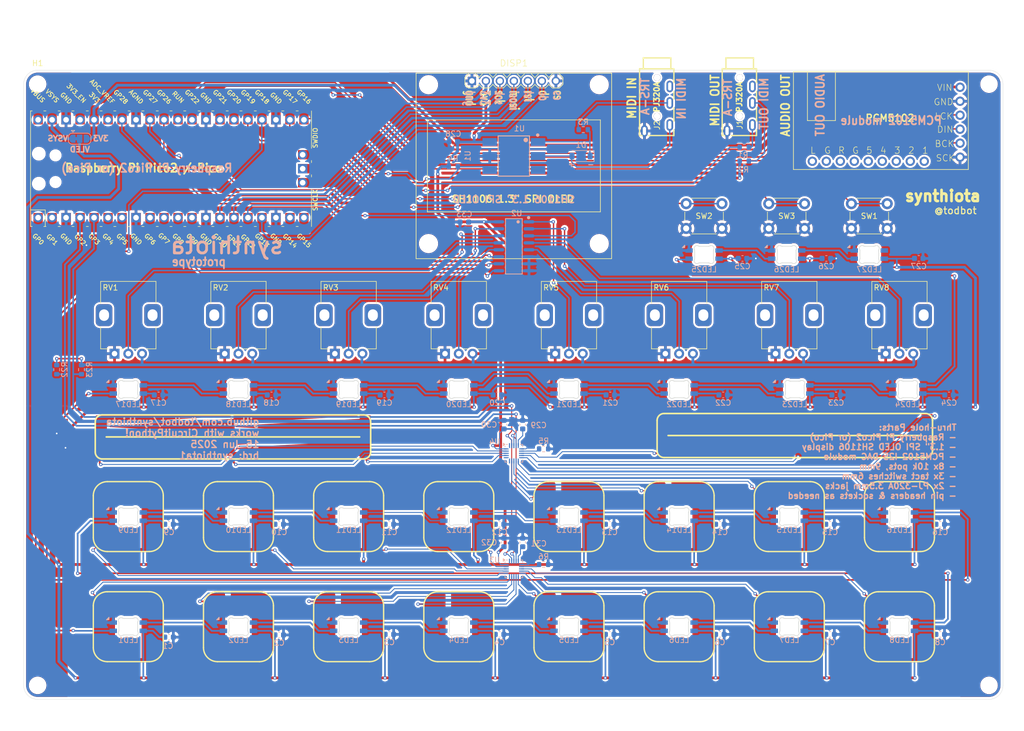
<source format=kicad_pcb>
(kicad_pcb (version 20241229) (generator "pcbnew") (generator_version "9.0")
  (layers (0 "F.Cu" signal) (2 "B.Cu" signal) (13 "F.Paste" user) (15 "B.Paste" user) (5 "F.SilkS" user "F.Silkscreen") (7 "B.SilkS" user "B.Silkscreen") (1 "F.Mask" user) (3 "B.Mask" user) (25 "Edge.Cuts" user))
  (net 0 "")
  (net 1 "+3V3")
  (net 2 "/POTA")
  (net 3 "GND")
  (net 4 "/SWB")
  (net 5 "/I2S_LRCK")
  (net 6 "/SDA")
  (net 7 "/SCL")
  (net 8 "/I2S_DATA")
  (net 9 "Net-(D1-K)")
  (net 10 "Net-(D1-A)")
  (net 11 "/MIDI_OUT")
  (net 12 "/MIDI_IN")
  (net 13 "/I2S_BCK")
  (net 14 "+5V")
  (net 16 "/POT1")
  (net 17 "/POT2")
  (net 18 "/POT3")
  (net 19 "/POT4")
  (net 20 "/POT5")
  (net 21 "/POT6")
  (net 22 "/POT7")
  (net 23 "/POT8")
  (net 40 "/SWA")
  (net 41 "/S1")
  (net 42 "/S2")
  (net 43 "/S0")
  (net 44 "Net-(LED1-DOUT)")
  (net 45 "Net-(LED2-DOUT)")
  (net 46 "Net-(LED3-DOUT)")
  (net 47 "Net-(LED4-DOUT)")
  (net 48 "Net-(LED5-DOUT)")
  (net 49 "Net-(LED6-DOUT)")
  (net 50 "Net-(LED7-DOUT)")
  (net 51 "Net-(LED8-DOUT)")
  (net 52 "Net-(J1-PadC)")
  (net 54 "Net-(J1-PadD)")
  (net 56 "Net-(J2-PadC)")
  (net 57 "+VLED")
  (net 58 "Net-(LED10-DIN)")
  (net 59 "Net-(LED10-DOUT)")
  (net 60 "Net-(LED11-DOUT)")
  (net 61 "Net-(LED12-DOUT)")
  (net 62 "Net-(LED13-DOUT)")
  (net 63 "Net-(LED14-DOUT)")
  (net 64 "Net-(LED15-DOUT)")
  (net 65 "Net-(LED16-DOUT)")
  (net 66 "Net-(LED17-DOUT)")
  (net 67 "Net-(LED18-DOUT)")
  (net 68 "Net-(LED19-DOUT)")
  (net 69 "Net-(LED20-DOUT)")
  (net 70 "Net-(LED21-DOUT)")
  (net 71 "Net-(LED22-DOUT)")
  (net 72 "Net-(LED23-DOUT)")
  (net 73 "Net-(LED24-DOUT)")
  (net 74 "/DISP_DC")
  (net 75 "/DISP_SCK")
  (net 76 "/DISP_MOSI")
  (net 77 "/DISP_RST")
  (net 78 "/SWC")
  (net 79 "/LEDDAT")
  (net 80 "Net-(LED25-DOUT)")
  (net 81 "Net-(LED26-DOUT)")
  (net 83 "Net-(TP9-A)")
  (net 84 "Net-(TP10-A)")
  (net 85 "Net-(TP11-A)")
  (net 86 "Net-(TP12-A)")
  (net 87 "Net-(TP13-A)")
  (net 88 "Net-(TP14-A)")
  (net 89 "Net-(TP15-A)")
  (net 90 "Net-(TP16-A)")
  (net 91 "Net-(TP1-A)")
  (net 92 "Net-(TP2-A)")
  (net 93 "Net-(TP3-A)")
  (net 94 "Net-(TP4-A)")
  (net 95 "Net-(TP5-A)")
  (net 96 "Net-(TP6-A)")
  (net 97 "Net-(TP7-A)")
  (net 98 "Net-(TP8-A)")
  (net 99 "Net-(U3-VREG)")
  (net 100 "Net-(U4-VREG)")
  (net 101 "Net-(U3-REXT)")
  (net 102 "Net-(U4-REXT)")
  (net 103 "Net-(U4-ELE2)")
  (net 104 "Net-(U4-ELE1)")
  (net 108 "Net-(U4-LED7{slash}ELE11)")
  (net 109 "Net-(U4-LED6{slash}ELE10)")
  (net 110 "Net-(U4-LED5{slash}ELE9)")
  (net 112 "Net-(U4-ELE0)")
  (footprint "todbot_RPI_Pico:RPi_Pico_SMD_TH" (layer "F.Cu") (at 44.155 33.3 90)
    (property "Reference" "MODULE1" (hide yes))
    (property "Value" "Pico")
  )
  (footprint "todbot_eagle2023:TOUCHPAD_KEY_0.5IN_LEDHOLE" (layer "F.Cu") (at 116.4 96.5)
    (property "Reference" "TP13" (hide yes))
    (property "Value" "Capacitive_Button")
  )
  (footprint "todbot_stuff:Potentiometer_Alps_RK09K_Single_Vertical" (layer "F.Cu") (at 176.4 59.4 90)
    (property "Reference" "RV8")
    (property "Value" "R_Potentiometer_MountingPin" (hide yes))
  )
  (footprint "todbot_stuff:Potentiometer_Alps_RK09K_Single_Vertical" (layer "F.Cu") (at 96.4 59.4 90)
    (property "Reference" "RV4")
    (property "Value" "R_Potentiometer_MountingPin" (hide yes))
  )
  (footprint "todbot_stuff:Potentiometer_Alps_RK09K_Single_Vertical" (layer "F.Cu") (at 116.4 59.4 90)
    (property "Reference" "RV5")
    (property "Value" "R_Potentiometer_MountingPin" (hide yes))
  )
  (footprint "todbot_eagle2023:TOUCHPAD_KEY_0.5IN_LEDHOLE" (layer "F.Cu") (at 116.4 116.5)
    (property "Reference" "TP5" (hide yes))
    (property "Value" "Capacitive_Button")
  )
  (footprint "easyeda2kicad:AUDIO-TH_PJ-320A-4P-DIP" (layer "F.Cu") (at 147.4 22.4 -90)
    (property "Reference" "J1")
    (property "Value" "PJ-320A-4P DIP")
  )
  (footprint "todbot_stuff:Potentiometer_Alps_RK09K_Single_Vertical" (layer "F.Cu") (at 36.4 59.4 90)
    (property "Reference" "RV1")
    (property "Value" "R_Potentiometer_MountingPin" (hide yes))
  )
  (footprint "todbot_eagle2023:DISPLAY-OLED-128X64-1.3IN" (layer "F.Cu") (at 106.4 32.785)
    (property "Reference" "DISP1")
    (property "Value" "~")
  )
  (footprint "todbot_eagle2023:TOUCHPAD_KEY_0.5IN_LEDHOLE" (layer "F.Cu") (at 136.4 96.5)
    (property "Reference" "TP14" (hide yes))
    (property "Value" "Capacitive_Button")
  )
  (footprint "easyeda2kicad:AUDIO-TH_PJ-320A-4P-DIP" (layer "F.Cu") (at 132.4 22.4 -90)
    (property "Reference" "J2")
    (property "Value" "PJ-320A-4P DIP")
  )
  (footprint "todbot_eagle2023:TOUCHPAD_KEY_0.5IN_LEDHOLE" (layer "F.Cu") (at 96.4 116.5)
    (property "Reference" "TP4" (hide yes))
    (property "Value" "Capacitive_Button")
  )
  (footprint "Button_Switch_THT:SW_PUSH_6mm_H4.3mm" (layer "F.Cu") (at 152.675 39.65)
    (property "Reference" "SW3")
    (property "Value" "SW_Push" (hide yes))
  )
  (footprint "todbot_eagle2023:TOUCHPAD_KEY_0.5IN_LEDHOLE" (layer "F.Cu") (at 76.4 96.5)
    (property "Reference" "TP11" (hide yes))
    (property "Value" "Capacitive_Button")
  )
  (footprint "MountingHole:MountingHole_2.7mm_M2.5" (layer "F.Cu") (at 19.94 17.94 90)
    (property "Reference" "H1")
    (property "Value" "MountingHole" (hide yes))
  )
  (footprint "todbot_eagle2023:I2S_PCM_5100_SOUNDCARD" (layer "F.Cu") (at 157.15 33.45)
    (property "Reference" "MODULE2" (hide yes))
    (property "Value" "~")
  )
  (footprint "todbot_stuff:TouchSlider3_50x8mm_ti" (layer "F.Cu") (at 132.5125 77.884474)
    (property "Reference" "SLIDER2" (hide yes))
    (property "Value" "~" (hide yes))
  )
  (footprint "MountingHole:MountingHole_2.7mm_M2.5" (layer "F.Cu") (at 192.66 127.16)
    (property "Reference" "H3" (hide yes))
    (property "Value" "MountingHole" (hide yes))
  )
  (footprint "todbot_eagle2023:TOUCHPAD_KEY_0.5IN_LEDHOLE" (layer "F.Cu") (at 56.4 116.5)
    (property "Reference" "TP2" (hide yes))
    (property "Value" "Capacitive_Button")
  )
  (footprint "todbot_eagle2023:TOUCHPAD_KEY_0.5IN_LEDHOLE" (layer "F.Cu") (at 156.4 116.5)
    (property "Reference" "TP7" (hide yes))
    (property "Value" "Capacitive_Button")
  )
  (footprint "MountingHole:MountingHole_2.7mm_M2.5" (layer "F.Cu") (at 19.94 127.16)
    (property "Reference" "H2" (hide yes))
    (property "Value" "MountingHole" (hide yes))
  )
  (footprint "todbot_eagle2023:TOUCHPAD_KEY_0.5IN_LEDHOLE" (layer "F.Cu") (at 36.4 116.5)
    (property "Reference" "TP1" (hide yes))
    (property "Value" "Capacitive_Button")
  )
  (footprint "todbot_stuff:Potentiometer_Alps_RK09K_Single_Vertical" (layer "F.Cu") (at 156.4 59.4 90)
    (property "Reference" "RV7")
    (property "Value" "R_Potentiometer_MountingPin" (hide yes))
  )
  (footprint "Button_Switch_THT:SW_PUSH_6mm_H4.3mm" (layer "F.Cu") (at 137.675 39.65)
    (property "Reference" "SW2")
    (property "Value" "SW_Push" (hide yes))
  )
  (footprint "todbot_eagle2023:TOUCHPAD_KEY_0.5IN_LEDHOLE" (layer "F.Cu") (at 96.4 96.5)
    (property "Reference" "TP12" (hide yes))
    (property "Value" "Capacitive_Button")
  )
  (footprint "todbot_stuff:Potentiometer_Alps_RK09K_Single_Vertical" (layer "F.Cu") (at 136.4 59.4 90)
    (property "Reference" "RV6")
    (property "Value" "R_Potentiometer_MountingPin" (hide yes))
  )
  (footprint "todbot_eagle2023:TOUCHPAD_KEY_0.5IN_LEDHOLE" (layer "F.Cu") (at 36.4 96.5)
    (property "Reference" "TP9" (hide yes))
    (property "Value" "Capacitive_Button")
  )
  (footprint "todbot_eagle2023:TOUCHPAD_KEY_0.5IN_LEDHOLE" (layer "F.Cu") (at 76.4 116.5)
    (property "Reference" "TP3" (hide yes))
    (property "Value" "Capacitive_Button")
  )
  (footprint "todbot_stuff:Potentiometer_Alps_RK09K_Single_Vertical" (layer "F.Cu") (at 56.4 59.4 90)
    (property "Reference" "RV2")
    (property "Value" "R_Potentiometer_MountingPin" (hide yes))
  )
  (footprint "todbot_eagle2023:TOUCHPAD_KEY_0.5IN_LEDHOLE" (layer "F.Cu") (at 56.4 96.5)
    (property "Reference" "TP10" (hide yes))
    (property "Value" "Capacitive_Button")
  )
  (footprint "todbot_eagle2023:TOUCHPAD_KEY_0.5IN_LEDHOLE" (layer "F.Cu") (at 156.4 96.5)
    (property "Reference" "TP15" (hide yes))
    (property "Value" "Capacitive_Button")
  )
  (footprint "todbot_stuff:TouchSlider3_50x8mm_ti" (layer "F.Cu") (at 30.5125 78.140526)
    (property "Reference" "SLIDER1" (hide yes))
    (property "Value" "~" (hide yes))
  )
  (footprint "MountingHole:MountingHole_2.7mm_M2.5" (layer "F.Cu") (at 192.66 17.94)
    (property "Reference" "H4" (hide yes))
    (property "Value" "MountingHole" (hide yes))
  )
  (footprint "todbot_eagle2023:TOUCHPAD_KEY_0.5IN_LEDHOLE" (layer "F.Cu") (at 136.4 116.5)
    (property "Reference" "TP6" (hide yes))
    (property "Value" "Capacitive_Button")
  )
  (footprint "Button_Switch_THT:SW_PUSH_6mm_H4.3mm" (layer "F.Cu") (at 167.675 39.65)
    (property "Reference" "SW1")
    (property "Value" "SW_Push" (hide yes))
  )
  (footprint "todbot_stuff:Potentiometer_Alps_RK09K_Single_Vertical" (layer "F.Cu") (at 76.4 59.4 90)
    (property "Reference" "RV3")
    (property "Value" "R_Potentiometer_MountingPin" (hide yes))
  )
  (footprint "todbot_eagle2023:TOUCHPAD_KEY_0.5IN_LEDHOLE" (layer "F.Cu") (at 176.4 116.5)
    (property "Reference" "TP8" (hide yes))
    (property "Value" "Capacitive_Button")
  )
  (footprint "todbot_eagle2023:TOUCHPAD_KEY_0.5IN_LEDHOLE" (layer "F.Cu") (at 176.4 96.5)
    (property "Reference" "TP16" (hide yes))
    (property "Value" "Capacitive_Button")
  )
  (footprint "Capacitor_SMD:C_0603_1608Metric" (layer "B.Cu") (at 183.8 97.9)
    (property "Reference" "C16")
    (property "Value" "100n")
  )
  (footprint "easyeda2kicad:SOIC-16_L9.9-W3.9-P1.27-LS6.0-BL" (layer "B.Cu") (at 106.4 47.4 -90)
    (property "Reference" "U2")
    (property "Value" "74HC4051")
  )
  (footprint "Resistor_SMD:R_0603_1608Metric" (layer "B.Cu") (at 23.4 69.8 90)
    (property "Reference" "R22")
    (property "Value" "4.7k")
  )
  (footprint "easyeda2kicad:SMD-6_L7.3-W6.5-P2.54-LS10.2-BL" (layer "B.Cu") (at 106.4 31 -90)
    (property "Reference" "U1")
    (property "Value" "H11L1")
  )
  (footprint "Capacitor_SMD:C_0603_1608Metric" (layer "B.Cu") (at 103.8 97.9)
    (property "Reference" "C12")
    (property "Value" "100n")
  )
  (footprint "PCM_marbastlib-various:LED_6028R" (layer "B.Cu") (at 136.4 73.4)
    (property "Reference" "LED22")
    (property "Value" "SK6812MINI-E")
    (fp_line (start -1.699999 0.702843) (end -1.699999 -0.702841) (stroke (width 0.1)) (layer "Edge.Cuts"))
    (fp_line (start -0.794452 -1.499999) (end 0.794452 -1.499999) (stroke (width 0.1)) (layer "Edge.Cuts"))
    (fp_line (start 0.794452 1.5) (end -0.794453 1.5) (stroke (width 0.1)) (layer "Edge.Cuts"))
    (fp_line (start 1.699999 -0.702841) (end 1.699999 0.702843) (stroke (width 0.1)) (layer "Edge.Cuts"))
    (fp_arc (start -1.749484 -0.919719) (mid -1.712527 -0.814067) (end -1.699999 -0.702841) (stroke (width 0.1)) (layer "Edge.Cuts"))
    (fp_arc (start -1.749484 -0.919718) (mid -1.638072 -1.504034) (end -1.046711 -1.568298) (stroke (width 0.1)) (layer "Edge.Cuts"))
    (fp_arc (start -1.699999 0.702844) (mid -1.712527 0.814069) (end -1.749484 0.919721) (stroke (width 0.1)) (layer "Edge.Cuts"))
    (fp_arc (start -1.046711 1.568299) (mid -1.638071 1.504036) (end -1.749484 0.919721) (stroke (width 0.1)) (layer "Edge.Cuts"))
    (fp_arc (start -1.046711 1.568299) (mid -0.925123 1.517377) (end -0.794453 1.5) (stroke (width 0.1)) (layer "Edge.Cuts"))
    (fp_arc (start -0.794452 -1.499999) (mid -0.925123 -1.517376) (end -1.046711 -1.568298) (stroke (width 0.1)) (layer "Edge.Cuts"))
    (fp_arc (start 0.794453 1.500001) (mid 0.925123 1.517378) (end 1.046711 1.5683) (stroke (width 0.1)) (layer "Edge.Cuts"))
    (fp_arc (start 1.04671 -1.568298) (mid 0.925122 -1.517376) (end 0.794452 -1.499999) (stroke (width 0.1)) (layer "Edge.Cuts"))
    (fp_arc (start 1.046711 -1.568296) (mid 1.63807 -1.504033) (end 1.749484 -0.919719) (stroke (width 0.1)) (layer "Edge.Cuts"))
    (fp_arc (start 1.699999 -0.702842) (mid 1.712536 -0.814064) (end 1.749484 -0.919719) (stroke (width 0.1)) (layer "Edge.Cuts"))
    (fp_arc (start 1.749484 0.919721) (mid 1.638072 1.504036) (end 1.046711 1.5683) (stroke (width 0.1)) (layer "Edge.Cuts"))
    (fp_arc (start 1.749484 0.919721) (mid 1.712526 0.814069) (end 1.699999 0.702843) (stroke (width 0.1)) (layer "Edge.Cuts"))
  )
  (footprint "Capacitor_SMD:C_0603_1608Metric" (layer "B.Cu") (at 163.125 49.6)
    (property "Reference" "C26")
    (property "Value" "100n")
  )
  (footprint "Capacitor_SMD:C_0603_1608Metric" (layer "B.Cu") (at 147.9 49.6)
    (property "Reference" "C25")
    (property "Value" "100n")
  )
  (footprint "Capacitor_SMD:C_0603_1608Metric" (layer "B.Cu") (at 62.4 74.4)
    (property "Reference" "C18")
    (property "Value" "100n")
  )
  (footprint "Capacitor_SMD:C_0603_1608Metric" (layer "B.Cu") (at 123.8 117.9)
    (property "Reference" "C5")
    (property "Value" "100n")
  )
  (footprint "PCM_marbastlib-various:LED_6028R" (layer "B.Cu") (at 136.4 96.5)
    (property "Reference" "LED14")
    (property "Value" "SK6812MINI-E")
    (fp_line (start -1.699999 0.702843) (end -1.699999 -0.702841) (stroke (width 0.1)) (layer "Edge.Cuts"))
    (fp_line (start -0.794452 -1.499999) (end 0.794452 -1.499999) (stroke (width 0.1)) (layer "Edge.Cuts"))
    (fp_line (start 0.794452 1.5) (end -0.794453 1.5) (stroke (width 0.1)) (layer "Edge.Cuts"))
    (fp_line (start 1.699999 -0.702841) (end 1.699999 0.702843) (stroke (width 0.1)) (layer "Edge.Cuts"))
    (fp_arc (start -1.749484 -0.91972) (mid -1.712527 -0.814067) (end -1.699999 -0.702841) (stroke (width 0.1)) (layer "Edge.Cuts"))
    (fp_arc (start -1.749484 -0.919718) (mid -1.638072 -1.504034) (end -1.046711 -1.568298) (stroke (width 0.1)) (layer "Edge.Cuts"))
    (fp_arc (start -1.699999 0.702844) (mid -1.712527 0.814069) (end -1.749484 0.919721) (stroke (width 0.1)) (layer "Edge.Cuts"))
    (fp_arc (start -1.046711 1.568298) (mid -1.638071 1.504036) (end -1.749484 0.919721) (stroke (width 0.1)) (layer "Edge.Cuts"))
    (fp_arc (start -1.046711 1.568298) (mid -0.925123 1.517377) (end -0.794453 1.5) (stroke (width 0.1)) (layer "Edge.Cuts"))
    (fp_arc (start -0.794452 -1.499999) (mid -0.925123 -1.517376) (end -1.046711 -1.568298) (stroke (width 0.1)) (layer "Edge.Cuts"))
    (fp_arc (start 0.794453 1.500001) (mid 0.925123 1.517378) (end 1.046711 1.5683) (stroke (width 0.1)) (layer "Edge.Cuts"))
    (fp_arc (start 1.04671 -1.568298) (mid 0.925122 -1.517376) (end 0.794452 -1.499999) (stroke (width 0.1)) (layer "Edge.Cuts"))
    (fp_arc (start 1.046711 -1.568296) (mid 1.638069 -1.504033) (end 1.749484 -0.91972) (stroke (width 0.1)) (layer "Edge.Cuts"))
    (fp_arc (start 1.699999 -0.702842) (mid 1.712536 -0.814064) (end 1.749484 -0.91972) (stroke (width 0.1)) (layer "Edge.Cuts"))
    (fp_arc (start 1.749484 0.919721) (mid 1.638072 1.504036) (end 1.046711 1.5683) (stroke (width 0.1)) (layer "Edge.Cuts"))
    (fp_arc (start 1.749484 0.919721) (mid 1.712526 0.814069) (end 1.699999 0.702843) (stroke (width 0.1)) (layer "Edge.Cuts"))
  )
  (footprint "Resistor_SMD:R_0603_1608Metric" (layer "B.Cu") (at 148.225 31.9 180)
    (property "Reference" "R2")
    (property "Value" "33")
  )
  (footprint "PCM_marbastlib-various:LED_6028R" (layer "B.Cu") (at 170.925 48.9)
    (property "Reference" "LED27")
    (property "Value" "SK6812MINI-E")
    (fp_line (start -1.699999 0.702843) (end -1.699999 -0.702841) (stroke (width 0.1)) (layer "Edge.Cuts"))
    (fp_line (start -0.794452 -1.499999) (end 0.794452 -1.499999) (stroke (width 0.1)) (layer "Edge.Cuts"))
    (fp_line (start 0.794452 1.5) (end -0.794453 1.5) (stroke (width 0.1)) (layer "Edge.Cuts"))
    (fp_line (start 1.699999 -0.702841) (end 1.699999 0.702843) (stroke (width 0.1)) (layer "Edge.Cuts"))
    (fp_arc (start -1.749484 -0.919719) (mid -1.712527 -0.814067) (end -1.699999 -0.702841) (stroke (width 0.1)) (layer "Edge.Cuts"))
    (fp_arc (start -1.749484 -0.919718) (mid -1.638072 -1.504034) (end -1.046711 -1.568298) (stroke (width 0.1)) (layer "Edge.Cuts"))
    (fp_arc (start -1.699999 0.702844) (mid -1.712527 0.814069) (end -1.749484 0.919721) (stroke (width 0.1)) (layer "Edge.Cuts"))
    (fp_arc (start -1.046711 1.568299) (mid -1.638071 1.504036) (end -1.749484 0.919721) (stroke (width 0.1)) (layer "Edge.Cuts"))
    (fp_arc (start -1.046711 1.568299) (mid -0.925123 1.517377) (end -0.794453 1.5) (stroke (width 0.1)) (layer "Edge.Cuts"))
    (fp_arc (start -0.794452 -1.499999) (mid -0.925123 -1.517376) (end -1.046711 -1.568298) (stroke (width 0.1)) (layer "Edge.Cuts"))
    (fp_arc (start 0.794453 1.500001) (mid 0.925123 1.517378) (end 1.046711 1.5683) (stroke (width 0.1)) (layer "Edge.Cuts"))
    (fp_arc (start 1.04671 -1.568298) (mid 0.925122 -1.517376) (end 0.794452 -1.499999) (stroke (width 0.1)) (layer "Edge.Cuts"))
    (fp_arc (start 1.046711 -1.568296) (mid 1.63807 -1.504033) (end 1.749484 -0.919719) (stroke (width 0.1)) (layer "Edge.Cuts"))
    (fp_arc (start 1.699999 -0.702842) (mid 1.712536 -0.814064) (end 1.749484 -0.919719) (stroke (width 0.1)) (layer "Edge.Cuts"))
    (fp_arc (start 1.749484 0.919721) (mid 1.638072 1.504036) (end 1.046711 1.5683) (stroke (width 0.1)) (layer "Edge.Cuts"))
    (fp_arc (start 1.749484 0.919721) (mid 1.712526 0.814069) (end 1.699999 0.702843) (stroke (width 0.1)) (layer "Edge.Cuts"))
  )
  (footprint "Capacitor_SMD:C_0603_1608Metric" (layer "B.Cu") (at 63.8 97.9)
    (property "Reference" "C10")
    (property "Value" "100n")
  )
  (footprint "PCM_marbastlib-various:LED_6028R" (layer "B.Cu") (at 116.4 116.5)
    (property "Reference" "LED5")
    (property "Value" "SK6812MINI-E")
    (fp_line (start -1.699999 0.702843) (end -1.699999 -0.702841) (stroke (width 0.1)) (layer "Edge.Cuts"))
    (fp_line (start -0.794452 -1.499999) (end 0.794452 -1.499999) (stroke (width 0.1)) (layer "Edge.Cuts"))
    (fp_line (start 0.794452 1.5) (end -0.794453 1.5) (stroke (width 0.1)) (layer "Edge.Cuts"))
    (fp_line (start 1.699999 -0.702841) (end 1.699999 0.702843) (stroke (width 0.1)) (layer "Edge.Cuts"))
    (fp_arc (start -1.749484 -0.91972) (mid -1.712526 -0.814068) (end -1.699999 -0.702841) (stroke (width 0.1)) (layer "Edge.Cuts"))
    (fp_arc (start -1.749484 -0.919718) (mid -1.638072 -1.504034) (end -1.046711 -1.568298) (stroke (width 0.1)) (layer "Edge.Cuts"))
    (fp_arc (start -1.699999 0.702844) (mid -1.712527 0.814069) (end -1.749484 0.919721) (stroke (width 0.1)) (layer "Edge.Cuts"))
    (fp_arc (start -1.046711 1.568298) (mid -1.638071 1.504035) (end -1.749484 0.919721) (stroke (width 0.1)) (layer "Edge.Cuts"))
    (fp_arc (start -1.046711 1.568298) (mid -0.925123 1.517376) (end -0.794453 1.5) (stroke (width 0.1)) (layer "Edge.Cuts"))
    (fp_arc (start -0.794452 -1.499999) (mid -0.925123 -1.517376) (end -1.046711 -1.568298) (stroke (width 0.1)) (layer "Edge.Cuts"))
    (fp_arc (start 0.794453 1.500001) (mid 0.925123 1.517378) (end 1.046711 1.5683) (stroke (width 0.1)) (layer "Edge.Cuts"))
    (fp_arc (start 1.04671 -1.568298) (mid 0.925122 -1.517378) (end 0.794452 -1.499999) (stroke (width 0.1)) (layer "Edge.Cuts"))
    (fp_arc (start 1.046711 -1.568296) (mid 1.638069 -1.504033) (end 1.749484 -0.91972) (stroke (width 0.1)) (layer "Edge.Cuts"))
    (fp_arc (start 1.699999 -0.702842) (mid 1.712536 -0.814065) (end 1.749484 -0.91972) (stroke (width 0.1)) (layer "Edge.Cuts"))
    (fp_arc (start 1.749484 0.919721) (mid 1.638072 1.504036) (end 1.046711 1.5683) (stroke (width 0.1)) (layer "Edge.Cuts"))
    (fp_arc (start 1.749484 0.919721) (mid 1.712526 0.814069) (end 1.699999 0.702843) (stroke (width 0.1)) (layer "Edge.Cuts"))
  )
  (footprint "PCM_marbastlib-various:LED_6028R" (layer "B.Cu") (at 56.4 96.5)
    (property "Reference" "LED10")
    (property "Value" "SK6812MINI-E")
    (fp_line (start -1.699999 0.702843) (end -1.699999 -0.702841) (stroke (width 0.1)) (layer "Edge.Cuts"))
    (fp_line (start -0.794452 -1.499999) (end 0.794452 -1.499999) (stroke (width 0.1)) (layer "Edge.Cuts"))
    (fp_line (start 0.794452 1.5) (end -0.794453 1.5) (stroke (width 0.1)) (layer "Edge.Cuts"))
    (fp_line (start 1.699999 -0.702841) (end 1.699999 0.702843) (stroke (width 0.1)) (layer "Edge.Cuts"))
    (fp_arc (start -1.749484 -0.91972) (mid -1.712527 -0.814067) (end -1.699999 -0.702841) (stroke (width 0.1)) (layer "Edge.Cuts"))
    (fp_arc (start -1.749484 -0.919718) (mid -1.638072 -1.504034) (end -1.046711 -1.568298) (stroke (width 0.1)) (layer "Edge.Cuts"))
    (fp_arc (start -1.699999 0.702844) (mid -1.712527 0.814069) (end -1.749484 0.919721) (stroke (width 0.1)) (layer "Edge.Cuts"))
    (fp_arc (start -1.046711 1.568298) (mid -1.638071 1.504036) (end -1.749484 0.919721) (stroke (width 0.1)) (layer "Edge.Cuts"))
    (fp_arc (start -1.046711 1.568298) (mid -0.925123 1.517377) (end -0.794453 1.5) (stroke (width 0.1)) (layer "Edge.Cuts"))
    (fp_arc (start -0.794452 -1.499999) (mid -0.925123 -1.517376) (end -1.046711 -1.568298) (stroke (width 0.1)) (layer "Edge.Cuts"))
    (fp_arc (start 0.794453 1.500001) (mid 0.925123 1.517378) (end 1.046711 1.5683) (stroke (width 0.1)) (layer "Edge.Cuts"))
    (fp_arc (start 1.04671 -1.568298) (mid 0.925122 -1.517376) (end 0.794452 -1.499999) (stroke (width 0.1)) (layer "Edge.Cuts"))
    (fp_arc (start 1.046711 -1.568296) (mid 1.638069 -1.504033) (end 1.749484 -0.91972) (stroke (width 0.1)) (layer "Edge.Cuts"))
    (fp_arc (start 1.699999 -0.702842) (mid 1.712536 -0.814064) (end 1.749484 -0.91972) (stroke (width 0.1)) (layer "Edge.Cuts"))
    (fp_arc (start 1.749484 0.919721) (mid 1.638072 1.504036) (end 1.046711 1.5683) (stroke (width 0.1)) (layer "Edge.Cuts"))
    (fp_arc (start 1.749484 0.919721) (mid 1.712526 0.814069) (end 1.699999 0.702843) (stroke (width 0.1)) (layer "Edge.Cuts"))
  )
  (footprint "PCM_marbastlib-various:LED_6028R" (layer "B.Cu") (at 96.4 73.4)
    (property "Reference" "LED20")
    (property "Value" "SK6812MINI-E")
    (fp_line (start -1.699999 0.702843) (end -1.699999 -0.702841) (stroke (width 0.1)) (layer "Edge.Cuts"))
    (fp_line (start -0.794452 -1.499999) (end 0.794452 -1.499999) (stroke (width 0.1)) (layer "Edge.Cuts"))
    (fp_line (start 0.794452 1.5) (end -0.794453 1.5) (stroke (width 0.1)) (layer "Edge.Cuts"))
    (fp_line (start 1.699999 -0.702841) (end 1.699999 0.702843) (stroke (width 0.1)) (layer "Edge.Cuts"))
    (fp_arc (start -1.749484 -0.919719) (mid -1.712527 -0.814067) (end -1.699999 -0.702841) (stroke (width 0.1)) (layer "Edge.Cuts"))
    (fp_arc (start -1.749484 -0.919718) (mid -1.638072 -1.504034) (end -1.046711 -1.568298) (stroke (width 0.1)) (layer "Edge.Cuts"))
    (fp_arc (start -1.699999 0.702844) (mid -1.712527 0.814069) (end -1.749484 0.919721) (stroke (width 0.1)) (layer "Edge.Cuts"))
    (fp_arc (start -1.046711 1.568299) (mid -1.638071 1.504036) (end -1.749484 0.919721) (stroke (width 0.1)) (layer "Edge.Cuts"))
    (fp_arc (start -1.046711 1.568299) (mid -0.925123 1.517377) (end -0.794453 1.5) (stroke (width 0.1)) (layer "Edge.Cuts"))
    (fp_arc (start -0.794452 -1.499999) (mid -0.925123 -1.517376) (end -1.046711 -1.568298) (stroke (width 0.1)) (layer "Edge.Cuts"))
    (fp_arc (start 0.794453 1.500001) (mid 0.925123 1.517378) (end 1.046711 1.5683) (stroke (width 0.1)) (layer "Edge.Cuts"))
    (fp_arc (start 1.04671 -1.568298) (mid 0.925122 -1.517376) (end 0.794452 -1.499999) (stroke (width 0.1)) (layer "Edge.Cuts"))
    (fp_arc (start 1.046711 -1.568296) (mid 1.63807 -1.504033) (end 1.749484 -0.919719) (stroke (width 0.1)) (layer "Edge.Cuts"))
    (fp_arc (start 1.699999 -0.702842) (mid 1.712536 -0.814064) (end 1.749484 -0.919719) (stroke (width 0.1)) (layer "Edge.Cuts"))
    (fp_arc (start 1.749484 0.919721) (mid 1.638072 1.504036) (end 1.046711 1.5683) (stroke (width 0.1)) (layer "Edge.Cuts"))
    (fp_arc (start 1.749484 0.919721) (mid 1.712526 0.814069) (end 1.699999 0.702843) (stroke (width 0.1)) (layer "Edge.Cuts"))
  )
  (footprint "Capacitor_SMD:C_0603_1608Metric" (layer "B.Cu") (at 82.9 74.4)
    (property "Reference" "C19")
    (property "Value" "100n")
  )
  (footprint "Capacitor_SMD:C_0603_1608Metric" (layer "B.Cu") (at 164.9 74.4)
    (property "Reference" "C23")
    (property "Value" "100n")
  )
  (footprint "Capacitor_SMD:C_0603_1608Metric" (layer "B.Cu") (at 108 101.2 90)
    (property "Reference" "C31")
    (property "Value" "100n")
  )
  (footprint "Capacitor_SMD:C_0603_1608Metric" (layer "B.Cu") (at 144.4 74.4)
    (property "Reference" "C22")
    (property "Value" "100n")
  )
  (footprint "PCM_marbastlib-various:LED_6028R" (layer "B.Cu") (at 76.4 116.5)
    (property "Reference" "LED3")
    (property "Value" "SK6812MINI-E")
    (fp_line (start -1.699999 0.702843) (end -1.699999 -0.702841) (stroke (width 0.1)) (layer "Edge.Cuts"))
    (fp_line (start -0.794452 -1.499999) (end 0.794452 -1.499999) (stroke (width 0.1)) (layer "Edge.Cuts"))
    (fp_line (start 0.794452 1.5) (end -0.794453 1.5) (stroke (width 0.1)) (layer "Edge.Cuts"))
    (fp_line (start 1.699999 -0.702841) (end 1.699999 0.702843) (stroke (width 0.1)) (layer "Edge.Cuts"))
    (fp_arc (start -1.749484 -0.91972) (mid -1.712526 -0.814068) (end -1.699999 -0.702841) (stroke (width 0.1)) (layer "Edge.Cuts"))
    (fp_arc (start -1.749484 -0.919718) (mid -1.638072 -1.504034) (end -1.046711 -1.568298) (stroke (width 0.1)) (layer "Edge.Cuts"))
    (fp_arc (start -1.699999 0.702844) (mid -1.712527 0.814069) (end -1.749484 0.919721) (stroke (width 0.1)) (layer "Edge.Cuts"))
    (fp_arc (start -1.046711 1.568298) (mid -1.638071 1.504035) (end -1.749484 0.919721) (stroke (width 0.1)) (layer "Edge.Cuts"))
    (fp_arc (start -1.046711 1.568298) (mid -0.925123 1.517376) (end -0.794453 1.5) (stroke (width 0.1)) (layer "Edge.Cuts"))
    (fp_arc (start -0.794452 -1.499999) (mid -0.925123 -1.517376) (end -1.046711 -1.568298) (stroke (width 0.1)) (layer "Edge.Cuts"))
    (fp_arc (start 0.794453 1.500001) (mid 0.925123 1.517378) (end 1.046711 1.5683) (stroke (width 0.1)) (layer "Edge.Cuts"))
    (fp_arc (start 1.04671 -1.568298) (mid 0.925122 -1.517378) (end 0.794452 -1.499999) (stroke (width 0.1)) (layer "Edge.Cuts"))
    (fp_arc (start 1.046711 -1.568296) (mid 1.638069 -1.504033) (end 1.749484 -0.91972) (stroke (width 0.1)) (layer "Edge.Cuts"))
    (fp_arc (start 1.699999 -0.702842) (mid 1.712536 -0.814065) (end 1.749484 -0.91972) (stroke (width 0.1)) (layer "Edge.Cuts"))
    (fp_arc (start 1.749484 0.919721) (mid 1.638072 1.504036) (end 1.046711 1.5683) (stroke (width 0.1)) (layer "Edge.Cuts"))
    (fp_arc (start 1.749484 0.919721) (mid 1.712526 0.814069) (end 1.699999 0.702843) (stroke (width 0.1)) (layer "Edge.Cuts"))
  )
  (footprint "PCM_marbastlib-various:LED_6028R" (layer "B.Cu") (at 157.4 73.4)
    (property "Reference" "LED23")
    (property "Value" "SK6812MINI-E")
    (fp_line (start -1.699999 0.702843) (end -1.699999 -0.702841) (stroke (width 0.1)) (layer "Edge.Cuts"))
    (fp_line (start -0.794452 -1.499999) (end 0.794452 -1.499999) (stroke (width 0.1)) (layer "Edge.Cuts"))
    (fp_line (start 0.794452 1.5) (end -0.794453 1.5) (stroke (width 0.1)) (layer "Edge.Cuts"))
    (fp_line (start 1.699999 -0.702841) (end 1.699999 0.702843) (stroke (width 0.1)) (layer "Edge.Cuts"))
    (fp_arc (start -1.749484 -0.919719) (mid -1.712527 -0.814067) (end -1.699999 -0.702841) (stroke (width 0.1)) (layer "Edge.Cuts"))
    (fp_arc (start -1.749484 -0.919718) (mid -1.638072 -1.504034) (end -1.046711 -1.568298) (stroke (width 0.1)) (layer "Edge.Cuts"))
    (fp_arc (start -1.699999 0.702844) (mid -1.712527 0.814069) (end -1.749484 0.919721) (stroke (width 0.1)) (layer "Edge.Cuts"))
    (fp_arc (start -1.046711 1.568299) (mid -1.638071 1.504036) (end -1.749484 0.919721) (stroke (width 0.1)) (layer "Edge.Cuts"))
    (fp_arc (start -1.046711 1.568299) (mid -0.925123 1.517377) (end -0.794453 1.5) (stroke (width 0.1)) (layer "Edge.Cuts"))
    (fp_arc (start -0.794452 -1.499999) (mid -0.925123 -1.517376) (end -1.046711 -1.568298) (stroke (width 0.1)) (layer "Edge.Cuts"))
    (fp_arc (start 0.794453 1.500001) (mid 0.925123 1.517378) (end 1.046711 1.5683) (stroke (width 0.1)) (layer "Edge.Cuts"))
    (fp_arc (start 1.04671 -1.568298) (mid 0.925122 -1.517376) (end 0.794452 -1.499999) (stroke (width 0.1)) (layer "Edge.Cuts"))
    (fp_arc (start 1.046711 -1.568296) (mid 1.63807 -1.504033) (end 1.749484 -0.919719) (stroke (width 0.1)) (layer "Edge.Cuts"))
    (fp_arc (start 1.699999 -0.702842) (mid 1.712536 -0.814064) (end 1.749484 -0.919719) (stroke (width 0.1)) (layer "Edge.Cuts"))
    (fp_arc (start 1.749484 0.919721) (mid 1.638072 1.504036) (end 1.046711 1.5683) (stroke (width 0.1)) (layer "Edge.Cuts"))
    (fp_arc (start 1.749484 0.919721) (mid 1.712526 0.814069) (end 1.699999 0.702843) (stroke (width 0.1)) (layer "Edge.Cuts"))
  )
  (footprint "PCM_marbastlib-various:LED_6028R" (layer "B.Cu") (at 136.4 116.5)
    (property "Reference" "LED6")
    (property "Value" "SK6812MINI-E")
    (fp_line (start -1.699999 0.702843) (end -1.699999 -0.702841) (stroke (width 0.1)) (layer "Edge.Cuts"))
    (fp_line (start -0.794452 -1.499999) (end 0.794452 -1.499999) (stroke (width 0.1)) (layer "Edge.Cuts"))
    (fp_line (start 0.794452 1.5) (end -0.794453 1.5) (stroke (width 0.1)) (layer "Edge.Cuts"))
    (fp_line (start 1.699999 -0.702841) (end 1.699999 0.702843) (stroke (width 0.1)) (layer "Edge.Cuts"))
    (fp_arc (start -1.749484 -0.91972) (mid -1.712526 -0.814068) (end -1.699999 -0.702841) (stroke (width 0.1)) (layer "Edge.Cuts"))
    (fp_arc (start -1.749484 -0.919718) (mid -1.638072 -1.504034) (end -1.046711 -1.568298) (stroke (width 0.1)) (layer "Edge.Cuts"))
    (fp_arc (start -1.699999 0.702844) (mid -1.712527 0.814069) (end -1.749484 0.919721) (stroke (width 0.1)) (layer "Edge.Cuts"))
    (fp_arc (start -1.046711 1.568298) (mid -1.638071 1.504035) (end -1.749484 0.919721) (stroke (width 0.1)) (layer "Edge.Cuts"))
    (fp_arc (start -1.046711 1.568298) (mid -0.925123 1.517376) (end -0.794453 1.5) (stroke (width 0.1)) (layer "Edge.Cuts"))
    (fp_arc (start -0.794452 -1.499999) (mid -0.925123 -1.517376) (end -1.046711 -1.568298) (stroke (width 0.1)) (layer "Edge.Cuts"))
    (fp_arc (start 0.794453 1.500001) (mid 0.925123 1.517378) (end 1.046711 1.5683) (stroke (width 0.1)) (layer "Edge.Cuts"))
    (fp_arc (start 1.04671 -1.568298) (mid 0.925122 -1.517378) (end 0.794452 -1.499999) (stroke (width 0.1)) (layer "Edge.Cuts"))
    (fp_arc (start 1.046711 -1.568296) (mid 1.638069 -1.504033) (end 1.749484 -0.91972) (stroke (width 0.1)) (layer "Edge.Cuts"))
    (fp_arc (start 1.699999 -0.702842) (mid 1.712536 -0.814065) (end 1.749484 -0.91972) (stroke (width 0.1)) (layer "Edge.Cuts"))
    (fp_arc (start 1.749484 0.919721) (mid 1.638072 1.504036) (end 1.046711 1.5683) (stroke (width 0.1)) (layer "Edge.Cuts"))
    (fp_arc (start 1.749484 0.919721) (mid 1.712526 0.814069) (end 1.699999 0.702843) (stroke (width 0.1)) (layer "Edge.Cuts"))
  )
  (footprint "Capacitor_SMD:C_0603_1608Metric" (layer "B.Cu") (at 123.9 74.4)
    (property "Reference" "C21")
    (property "Value" "100n")
  )
  (footprint "PCM_marbastlib-various:LED_6028R" (layer "B.Cu") (at 56.4 73.4)
    (property "Reference" "LED18")
    (property "Value" "SK6812MINI-E")
    (fp_line (start -1.699999 0.702843) (end -1.699999 -0.702841) (stroke (width 0.1)) (layer "Edge.Cuts"))
    (fp_line (start -0.794452 -1.499999) (end 0.794452 -1.499999) (stroke (width 0.1)) (layer "Edge.Cuts"))
    (fp_line (start 0.794452 1.5) (end -0.794453 1.5) (stroke (width 0.1)) (layer "Edge.Cuts"))
    (fp_line (start 1.699999 -0.702841) (end 1.699999 0.702843) (stroke (width 0.1)) (layer "Edge.Cuts"))
    (fp_arc (start -1.749484 -0.91972) (mid -1.712527 -0.814067) (end -1.699999 -0.702841) (stroke (width 0.1)) (layer "Edge.Cuts"))
    (fp_arc (start -1.749484 -0.919718) (mid -1.638072 -1.504034) (end -1.046711 -1.568298) (stroke (width 0.1)) (layer "Edge.Cuts"))
    (fp_arc (start -1.699999 0.702844) (mid -1.712527 0.814069) (end -1.749484 0.919721) (stroke (width 0.1)) (layer "Edge.Cuts"))
    (fp_arc (start -1.046711 1.568298) (mid -1.638071 1.504036) (end -1.749484 0.919721) (stroke (width 0.1)) (layer "Edge.Cuts"))
    (fp_arc (start -1.046711 1.568298) (mid -0.925123 1.517377) (end -0.794453 1.5) (stroke (width 0.1)) (layer "Edge.Cuts"))
    (fp_arc (start -0.794452 -1.499999) (mid -0.925123 -1.517376) (end -1.046711 -1.568298) (stroke (width 0.1)) (layer "Edge.Cuts"))
    (fp_arc (start 0.794453 1.500001) (mid 0.925123 1.517378) (end 1.046711 1.5683) (stroke (width 0.1)) (layer "Edge.Cuts"))
    (fp_arc (start 1.04671 -1.568298) (mid 0.925122 -1.517376) (end 0.794452 -1.499999) (stroke (width 0.1)) (layer "Edge.Cuts"))
    (fp_arc (start 1.046711 -1.568296) (mid 1.638069 -1.504033) (end 1.749484 -0.91972) (stroke (width 0.1)) (layer "Edge.Cuts"))
    (fp_arc (start 1.699999 -0.702842) (mid 1.712536 -0.814064) (end 1.749484 -0.91972) (stroke (width 0.1)) (layer "Edge.Cuts"))
    (fp_arc (start 1.749484 0.919721) (mid 1.638072 1.504036) (end 1.046711 1.5683) (stroke (width 0.1)) (layer "Edge.Cuts"))
    (fp_arc (start 1.749484 0.919721) (mid 1.712526 0.814069) (end 1.699999 0.702843) (stroke (width 0.1)) (layer "Edge.Cuts"))
  )
  (footprint "Resistor_SMD:R_0603_1608Metric" (layer "B.Cu") (at 27.9 69.8 90)
    (property "Reference" "R23")
    (property "Value" "4.7k")
  )
  (footprint "Capacitor_SMD:C_0603_1608Metric" (layer "B.Cu") (at 163.8 97.9)
    (property "Reference" "C15")
    (property "Value" "100n")
  )
  (footprint "PCM_marbastlib-various:LED_6028R" (layer "B.Cu") (at 36.4 116.5)
    (property "Reference" "LED1")
    (property "Value" "SK6812MINI-E")
    (fp_line (start -1.699999 0.702843) (end -1.699999 -0.702841) (stroke (width 0.1)) (layer "Edge.Cuts"))
    (fp_line (start -0.794452 -1.499999) (end 0.794452 -1.499999) (stroke (width 0.1)) (layer "Edge.Cuts"))
    (fp_line (start 0.794452 1.5) (end -0.794453 1.5) (stroke (width 0.1)) (layer "Edge.Cuts"))
    (fp_line (start 1.699999 -0.702841) (end 1.699999 0.702843) (stroke (width 0.1)) (layer "Edge.Cuts"))
    (fp_arc (start -1.749484 -0.91972) (mid -1.712526 -0.814068) (end -1.699999 -0.702841) (stroke (width 0.1)) (layer "Edge.Cuts"))
    (fp_arc (start -1.749484 -0.919718) (mid -1.638072 -1.504034) (end -1.046711 -1.568298) (stroke (width 0.1)) (layer "Edge.Cuts"))
    (fp_arc (start -1.699999 0.702844) (mid -1.712527 0.814069) (end -1.749484 0.919721) (stroke (width 0.1)) (layer "Edge.Cuts"))
    (fp_arc (start -1.046711 1.568298) (mid -1.638071 1.504035) (end -1.749484 0.919721) (stroke (width 0.1)) (layer "Edge.Cuts"))
    (fp_arc (start -1.046711 1.568298) (mid -0.925123 1.517376) (end -0.794453 1.5) (stroke (width 0.1)) (layer "Edge.Cuts"))
    (fp_arc (start -0.794452 -1.499999) (mid -0.925123 -1.517376) (end -1.046711 -1.568298) (stroke (width 0.1)) (layer "Edge.Cuts"))
    (fp_arc (start 0.794453 1.500001) (mid 0.925123 1.517378) (end 1.046711 1.5683) (stroke (width 0.1)) (layer "Edge.Cuts"))
    (fp_arc (start 1.04671 -1.568298) (mid 0.925122 -1.517378) (end 0.794452 -1.499999) (stroke (width 0.1)) (layer "Edge.Cuts"))
    (fp_arc (start 1.046711 -1.568296) (mid 1.638069 -1.504033) (end 1.749484 -0.91972) (stroke (width 0.1)) (layer "Edge.Cuts"))
    (fp_arc (start 1.699999 -0.702842) (mid 1.712536 -0.814065) (end 1.749484 -0.91972) (stroke (width 0.1)) (layer "Edge.Cuts"))
    (fp_arc (start 1.749484 0.919721) (mid 1.638072 1.504036) (end 1.046711 1.5683) (stroke (width 0.1)) (layer "Edge.Cuts"))
    (fp_arc (start 1.749484 0.919721) (mid 1.712526 0.814069) (end 1.699999 0.702843) (stroke (width 0.1)) (layer "Edge.Cuts"))
  )
  (footprint "Capacitor_SMD:C_0603_1608Metric" (layer "B.Cu") (at 183.8 117.9)
    (property "Reference" "C8")
    (property "Value" "100n")
  )
  (footprint "PCM_marbastlib-various:LED_6028R" (layer "B.Cu") (at 96.4 96.5)
    (property "Reference" "LED12")
    (property "Value" "SK6812MINI-E")
    (fp_line (start -1.699999 0.702843) (end -1.699999 -0.702841) (stroke (width 0.1)) (layer "Edge.Cuts"))
    (fp_line (start -0.794452 -1.499999) (end 0.794452 -1.499999) (stroke (width 0.1)) (layer "Edge.Cuts"))
    (fp_line (start 0.794452 1.5) (end -0.794453 1.5) (stroke (width 0.1)) (layer "Edge.Cuts"))
    (fp_line (start 1.699999 -0.702841) (end 1.699999 0.702843) (stroke (width 0.1)) (layer "Edge.Cuts"))
    (fp_arc (start -1.749484 -0.91972) (mid -1.712527 -0.814067) (end -1.699999 -0.702841) (stroke (width 0.1)) (layer "Edge.Cuts"))
    (fp_arc (start -1.749484 -0.919718) (mid -1.638072 -1.504034) (end -1.046711 -1.568298) (stroke (width 0.1)) (layer "Edge.Cuts"))
    (fp_arc (start -1.699999 0.702844) (mid -1.712527 0.814069) (end -1.749484 0.919721) (stroke (width 0.1)) (layer "Edge.Cuts"))
    (fp_arc (start -1.046711 1.568298) (mid -1.638071 1.504036) (end -1.749484 0.919721) (stroke (width 0.1)) (layer "Edge.Cuts"))
    (fp_arc (start -1.046711 1.568298) (mid -0.925123 1.517377) (end -0.794453 1.5) (stroke (width 0.1)) (layer "Edge.Cuts"))
    (fp_arc (start -0.794452 -1.499999) (mid -0.925123 -1.517376) (end -1.046711 -1.568298) (stroke (width 0.1)) (layer "Edge.Cuts"))
    (fp_arc (start 0.794453 1.500001) (mid 0.925123 1.517378) (end 1.046711 1.5683) (stroke (width 0.1)) (layer "Edge.Cuts"))
    (fp_arc (start 1.04671 -1.568298) (mid 0.925122 -1.517376) (end 0.794452 -1.499999) (stroke (width 0.1)) (layer "Edge.Cuts"))
    (fp_arc (start 1.046711 -1.568296) (mid 1.638069 -1.504033) (end 1.749484 -0.91972) (stroke (width 0.1)) (layer "Edge.Cuts"))
    (fp_arc (start 1.699999 -0.702842) (mid 1.712536 -0.814064) (end 1.749484 -0.91972) (stroke (width 0.1)) (layer "Edge.Cuts"))
    (fp_arc (start 1.749484 0.919721) (mid 1.638072 1.504036) (end 1.046711 1.5683) (stroke (width 0.1)) (layer "Edge.Cuts"))
    (fp_arc (start 1.749484 0.919721) (mid 1.712526 0.814069) (end 1.699999 0.702843) (stroke (width 0.1)) (layer "Edge.Cuts"))
  )
  (footprint "PCM_marbastlib-various:LED_6028R" (layer "B.Cu") (at 176.4 96.5)
    (property "Reference" "LED16")
    (property "Value" "SK6812MINI-E")
    (fp_line (start -1.699999 0.702843) (end -1.699999 -0.702841) (stroke (width 0.1)) (layer "Edge.Cuts"))
    (fp_line (start -0.794452 -1.499999) (end 0.794452 -1.499999) (stroke (width 0.1)) (layer "Edge.Cuts"))
    (fp_line (start 0.794452 1.5) (end -0.794453 1.5) (stroke (width 0.1)) (layer "Edge.Cuts"))
    (fp_line (start 1.699999 -0.702841) (end 1.699999 0.702843) (stroke (width 0.1)) (layer "Edge.Cuts"))
    (fp_arc (start -1.749484 -0.91972) (mid -1.712527 -0.814067) (end -1.699999 -0.702841) (stroke (width 0.1)) (layer "Edge.Cuts"))
    (fp_arc (start -1.749484 -0.919718) (mid -1.638072 -1.504034) (end -1.046711 -1.568298) (stroke (width 0.1)) (layer "Edge.Cuts"))
    (fp_arc (start -1.699999 0.702844) (mid -1.712527 0.814069) (end -1.749484 0.919721) (stroke (width 0.1)) (layer "Edge.Cuts"))
    (fp_arc (start -1.046711 1.568298) (mid -1.638071 1.504036) (end -1.749484 0.919721) (stroke (width 0.1)) (layer "Edge.Cuts"))
    (fp_arc (start -1.046711 1.568298) (mid -0.925123 1.517377) (end -0.794453 1.5) (stroke (width 0.1)) (layer "Edge.Cuts"))
    (fp_arc (start -0.794452 -1.499999) (mid -0.925123 -1.517376) (end -1.046711 -1.568298) (stroke (width 0.1)) (layer "Edge.Cuts"))
    (fp_arc (start 0.794453 1.500001) (mid 0.925123 1.517378) (end 1.046711 1.5683) (stroke (width 0.1)) (layer "Edge.Cuts"))
    (fp_arc (start 1.04671 -1.568298) (mid 0.925122 -1.517376) (end 0.794452 -1.499999) (stroke (width 0.1)) (layer "Edge.Cuts"))
    (fp_arc (start 1.046711 -1.568296) (mid 1.638069 -1.504033) (end 1.749484 -0.91972) (stroke (width 0.1)) (layer "Edge.Cuts"))
    (fp_arc (start 1.699999 -0.702842) (mid 1.712536 -0.814064) (end 1.749484 -0.91972) (stroke (width 0.1)) (layer "Edge.Cuts"))
    (fp_arc (start 1.749484 0.919721) (mid 1.638072 1.504036) (end 1.046711 1.5683) (stroke (width 0.1)) (layer "Edge.Cuts"))
    (fp_arc (start 1.749484 0.919721) (mid 1.712526 0.814069) (end 1.699999 0.702843) (stroke (width 0.1)) (layer "Edge.Cuts"))
  )
  (footprint "Capacitor_SMD:C_0603_1608Metric" (layer "B.Cu") (at 83.8 97.9)
    (property "Reference" "C11")
    (property "Value" "100n")
  )
  (footprint "Capacitor_SMD:C_0603_1608Metric" (layer "B.Cu") (at 104.6 101.2 90)
    (property "Reference" "C32")
    (property "Value" "100n")
  )
  (footprint "Resistor_SMD:R_0603_1608Metric" (layer "B.Cu") (at 119 26.2)
    (property "Reference" "R3")
    (property "Value" "200")
  )
  (footprint "PCM_marbastlib-various:LED_6028R" (layer "B.Cu") (at 177.9 73.4)
    (property "Reference" "LED24")
    (property "Value" "SK6812MINI-E")
    (fp_line (start -1.699999 0.702843) (end -1.699999 -0.702841) (stroke (width 0.1)) (layer "Edge.Cuts"))
    (fp_line (start -0.794452 -1.499999) (end 0.794452 -1.499999) (stroke (width 0.1)) (layer "Edge.Cuts"))
    (fp_line (start 0.794452 1.5) (end -0.794453 1.5) (stroke (width 0.1)) (layer "Edge.Cuts"))
    (fp_line (start 1.699999 -0.702841) (end 1.699999 0.702843) (stroke (width 0.1)) (layer "Edge.Cuts"))
    (fp_arc (start -1.749484 -0.919719) (mid -1.712527 -0.814067) (end -1.699999 -0.702841) (stroke (width 0.1)) (layer "Edge.Cuts"))
    (fp_arc (start -1.749484 -0.919718) (mid -1.638072 -1.504034) (end -1.046711 -1.568298) (stroke (width 0.1)) (layer "Edge.Cuts"))
    (fp_arc (start -1.699999 0.702844) (mid -1.712527 0.814069) (end -1.749484 0.919721) (stroke (width 0.1)) (layer "Edge.Cuts"))
    (fp_arc (start -1.046711 1.568299) (mid -1.638071 1.504036) (end -1.749484 0.919721) (stroke (width 0.1)) (layer "Edge.Cuts"))
    (fp_arc (start -1.046711 1.568299) (mid -0.925123 1.517377) (end -0.794453 1.5) (stroke (width 0.1)) (layer "Edge.Cuts"))
    (fp_arc (start -0.794452 -1.499999) (mid -0.925123 -1.517376) (end -1.046711 -1.568298) (stroke (width 0.1)) (layer "Edge.Cuts"))
    (fp_arc (start 0.794453 1.500001) (mid 0.925123 1.517378) (end 1.046711 1.5683) (stroke (width 0.1)) (layer "Edge.Cuts"))
    (fp_arc (start 1.04671 -1.568298) (mid 0.925122 -1.517376) (end 0.794452 -1.499999) (stroke (width 0.1)) (layer "Edge.Cuts"))
    (fp_arc (start 1.046711 -1.568296) (mid 1.63807 -1.504033) (end 1.749484 -0.919719) (stroke (width 0.1)) (layer "Edge.Cuts"))
    (fp_arc (start 1.699999 -0.702842) (mid 1.712536 -0.814064) (end 1.749484 -0.919719) (stroke (width 0.1)) (layer "Edge.Cuts"))
    (fp_arc (start 1.749484 0.919721) (mid 1.638072 1.504036) (end 1.046711 1.5683) (stroke (width 0.1)) (layer "Edge.Cuts"))
    (fp_arc (start 1.749484 0.919721) (mid 1.712526 0.814069) (end 1.699999 0.702843) (stroke (width 0.1)) (layer "Edge.Cuts"))
  )
  (footprint "PCM_marbastlib-various:LED_6028R" (layer "B.Cu") (at 155.925 48.9)
    (property "Reference" "LED26")
    (property "Value" "SK6812MINI-E")
    (fp_line (start -1.699999 0.702843) (end -1.699999 -0.702841) (stroke (width 0.1)) (layer "Edge.Cuts"))
    (fp_line (start -0.794452 -1.499999) (end 0.794452 -1.499999) (stroke (width 0.1)) (layer "Edge.Cuts"))
    (fp_line (start 0.794452 1.5) (end -0.794453 1.5) (stroke (width 0.1)) (layer "Edge.Cuts"))
    (fp_line (start 1.699999 -0.702841) (end 1.699999 0.702843) (stroke (width 0.1)) (layer "Edge.Cuts"))
    (fp_arc (start -1.749484 -0.919719) (mid -1.712527 -0.814067) (end -1.699999 -0.702841) (stroke (width 0.1)) (layer "Edge.Cuts"))
    (fp_arc (start -1.749484 -0.919718) (mid -1.638072 -1.504034) (end -1.046711 -1.568298) (stroke (width 0.1)) (layer "Edge.Cuts"))
    (fp_arc (start -1.699999 0.702844) (mid -1.712527 0.814069) (end -1.749484 0.919721) (stroke (width 0.1)) (layer "Edge.Cuts"))
    (fp_arc (start -1.046711 1.568299) (mid -1.638071 1.504036) (end -1.749484 0.919721) (stroke (width 0.1)) (layer "Edge.Cuts"))
    (fp_arc (start -1.046711 1.568299) (mid -0.925123 1.517377) (end -0.794453 1.5) (stroke (width 0.1)) (layer "Edge.Cuts"))
    (fp_arc (start -0.794452 -1.499999) (mid -0.925123 -1.517376) (end -1.046711 -1.568298) (stroke (width 0.1)) (layer "Edge.Cuts"))
    (fp_arc (start 0.794453 1.500001) (mid 0.925123 1.517378) (end 1.046711 1.5683) (stroke (width 0.1)) (layer "Edge.Cuts"))
    (fp_arc (start 1.04671 -1.568298) (mid 0.925122 -1.517376) (end 0.794452 -1.499999) (stroke (width 0.1)) (layer "Edge.Cuts"))
    (fp_arc (start 1.046711 -1.568296) (mid 1.63807 -1.504033) (end 1.749484 -0.919719) (stroke (width 0.1)) (layer "Edge.Cuts"))
    (fp_arc (start 1.699999 -0.702842) (mid 1.712536 -0.814064) (end 1.749484 -0.919719) (stroke (width 0.1)) (layer "Edge.Cuts"))
    (fp_arc (start 1.749484 0.919721) (mid 1.638072 1.504036) (end 1.046711 1.5683) (stroke (width 0.1)) (layer "Edge.Cuts"))
    (fp_arc (start 1.749484 0.919721) (mid 1.712526 0.814069) (end 1.699999 0.702843) (stroke (width 0.1)) (layer "Edge.Cuts"))
  )
  (footprint "Diode_SMD:D_SOD-123" (layer "B.Cu") (at 118.6 31 180)
    (property "Reference" "D1")
    (property "Value" "1N4148")
  )
  (footprint "Jumper:SolderJumper-3_P1.3mm_Bridged12_RoundedPad1.0x1.5mm" (layer "B.Cu") (at 27.56 27.846)
    (property "Reference" "JP1" (hide yes))
    (property "Value" "SolderJumper_3_Bridged12")
  )
  (footprint "PCM_marbastlib-various:LED_6028R" (layer "B.Cu") (at 116.4 96.5)
    (property "Reference" "LED13")
    (property "Value" "SK6812MINI-E")
    (fp_line (start -1.699999 0.702843) (end -1.699999 -0.702841) (stroke (width 0.1)) (layer "Edge.Cuts"))
    (fp_line (start -0.794452 -1.499999) (end 0.794452 -1.499999) (stroke (width 0.1)) (layer "Edge.Cuts"))
    (fp_line (start 0.794452 1.5) (end -0.794453 1.5) (stroke (width 0.1)) (layer "Edge.Cuts"))
    (fp_line (start 1.699999 -0.702841) (end 1.699999 0.702843) (stroke (width 0.1)) (layer "Edge.Cuts"))
    (fp_arc (start -1.749484 -0.91972) (mid -1.712527 -0.814067) (end -1.699999 -0.702841) (stroke (width 0.1)) (layer "Edge.Cuts"))
    (fp_arc (start -1.749484 -0.919718) (mid -1.638072 -1.504034) (end -1.046711 -1.568298) (stroke (width 0.1)) (layer "Edge.Cuts"))
    (fp_arc (start -1.699999 0.702844) (mid -1.712527 0.814069) (end -1.749484 0.919721) (stroke (width 0.1)) (layer "Edge.Cuts"))
    (fp_arc (start -1.046711 1.568298) (mid -1.638071 1.504036) (end -1.749484 0.919721) (stroke (width 0.1)) (layer "Edge.Cuts"))
    (fp_arc (start -1.046711 1.568298) (mid -0.925123 1.517377) (end -0.794453 1.5) (stroke (width 0.1)) (layer "Edge.Cuts"))
    (fp_arc (start -0.794452 -1.499999) (mid -0.925123 -1.517376) (end -1.046711 -1.568298) (stroke (width 0.1)) (layer "Edge.Cuts"))
    (fp_arc (start 0.794453 1.500001) (mid 0.925123 1.517378) (end 1.046711 1.5683) (stroke (width 0.1)) (layer "Edge.Cuts"))
    (fp_arc (start 1.04671 -1.568298) (mid 0.925122 -1.517376) (end 0.794452 -1.499999) (stroke (width 0.1)) (layer "Edge.Cuts"))
    (fp_arc (start 1.046711 -1.568296) (mid 1.638069 -1.504033) (end 1.749484 -0.91972) (stroke (width 0.1)) (layer "Edge.Cuts"))
    (fp_arc (start 1.699999 -0.702842) (mid 1.712536 -0.814064) (end 1.749484 -0.91972) (stroke (width 0.1)) (layer "Edge.Cuts"))
    (fp_arc (start 1.749484 0.919721) (mid 1.638072 1.504036) (end 1.046711 1.5683) (stroke (width 0.1)) (layer "Edge.Cuts"))
    (fp_arc (start 1.749484 0.919721) (mid 1.712526 0.814069) (end 1.699999 0.702843) (stroke (width 0.1)) (layer "Edge.Cuts"))
  )
  (footprint "Capacitor_SMD:C_0603_1608Metric" (layer "B.Cu") (at 179.9 49.6)
    (property "Reference" "C27")
    (property "Value" "100n")
  )
  (footprint "Capacitor_SMD:C_0603_1608Metric" (layer "B.Cu") (at 95.4 28.4 180)
    (property "Reference" "C28")
    (property "Value" "100n")
  )
  (footprint "Capacitor_SMD:C_0603_1608Metric" (layer "B.Cu") (at 43.8 118.4)
    (property "Reference" "C1")
    (property "Value" "100n")
  )
  (footprint "Package_DFN_QFN:UQFN-20_3x3mm_P0.4mm" (layer "B.Cu") (at 106.4 85 -90)
    (property "Reference" "U4")
    (property "Value" "MPR121QR2")
  )
  (footprint "Capacitor_SMD:C_0603_1608Metric" (layer "B.Cu") (at 83.8 117.9)
    (property "Reference" "C3")
    (property "Value" "100n")
  )
  (footprint "Capacitor_SMD:C_0603_1608Metric" (layer "B.Cu") (at 97.4 43 180)
    (property "Reference" "C33")
    (property "Value" "100n")
  )
  (footprint "Capacitor_SMD:C_0603_1608Metric" (layer "B.Cu") (at 103.8 117.9)
    (property "Reference" "C4")
    (property "Value" "100n")
  )
  (footprint "PCM_marbastlib-various:LED_6028R" (layer "B.Cu") (at 76.4 73.4)
    (property "Reference" "LED19")
    (property "Value" "SK6812MINI-E")
    (fp_line (start -1.699999 0.702843) (end -1.699999 -0.702841) (stroke (width 0.1)) (layer "Edge.Cuts"))
    (fp_line (start -0.794452 -1.499999) (end 0.794452 -1.499999) (stroke (width 0.1)) (layer "Edge.Cuts"))
    (fp_line (start 0.794452 1.5) (end -0.794453 1.5) (stroke (width 0.1)) (layer "Edge.Cuts"))
    (fp_line (start 1.699999 -0.702841) (end 1.699999 0.702843) (stroke (width 0.1)) (layer "Edge.Cuts"))
    (fp_arc (start -1.749484 -0.919719) (mid -1.712527 -0.814067) (end -1.699999 -0.702841) (stroke (width 0.1)) (layer "Edge.Cuts"))
    (fp_arc (start -1.749484 -0.919718) (mid -1.638072 -1.504034) (end -1.046711 -1.568298) (stroke (width 0.1)) (layer "Edge.Cuts"))
    (fp_arc (start -1.699999 0.702844) (mid -1.712527 0.814069) (end -1.749484 0.919721) (stroke (width 0.1)) (layer "Edge.Cuts"))
    (fp_arc (start -1.046711 1.568299) (mid -1.638071 1.504036) (end -1.749484 0.919721) (stroke (width 0.1)) (layer "Edge.Cuts"))
    (fp_arc (start -1.046711 1.568299) (mid -0.925123 1.517377) (end -0.794453 1.5) (stroke (width 0.1)) (layer "Edge.Cuts"))
    (fp_arc (start -0.794452 -1.499999) (mid -0.925123 -1.517376) (end -1.046711 -1.568298) (stroke (width 0.1)) (layer "Edge.Cuts"))
    (fp_arc (start 0.794453 1.500001) (mid 0.925123 1.517378) (end 1.046711 1.5683) (stroke (width 0.1)) (layer "Edge.Cuts"))
    (fp_arc (start 1.04671 -1.568298) (mid 0.925122 -1.517376) (end 0.794452 -1.499999) (stroke (width 0.1)) (layer "Edge.Cuts"))
    (fp_arc (start 1.046711 -1.568296) (mid 1.63807 -1.504033) (end 1.749484 -0.919719) (stroke (width 0.1)) (layer "Edge.Cuts"))
    (fp_arc (start 1.699999 -0.702842) (mid 1.712536 -0.814064) (end 1.749484 -0.919719) (stroke (width 0.1)) (layer "Edge.Cuts"))
    (fp_arc (start 1.749484 0.919721) (mid 1.638072 1.504036) (end 1.046711 1.5683) (stroke (width 0.1)) (layer "Edge.Cuts"))
    (fp_arc (start 1.749484 0.919721) (mid 1.712526 0.814069) (end 1.699999 0.702843) (stroke (width 0.1)) (layer "Edge.Cuts"))
  )
  (footprint "Capacitor_SMD:C_0603_1608Metric" (layer "B.Cu") (at 185.4 74.4)
    (property "Reference" "C24")
    (property "Value" "100n")
  )
  (footprint "Resistor_SMD:R_0603_1608Metric" (layer "B.Cu") (at 111.8 84.2 180)
    (property "Reference" "R5")
    (property "Value" "75k 1%")
  )
  (footprint "easyeda2kicad:SMD-6_L7.3-W6.5-P2.54-LS10.2-BL" (layer "B.Cu") (at 106.4 31 -90)
    (property "Reference" "U1")
    (property "Value" "H11L1")
  )
  (footprint "Capacitor_SMD:C_0603_1608Metric" (layer "B.Cu") (at 143.8 97.9)
    (property "Reference" "C14")
    (property "Value" "100n")
  )
  (footprint "Resistor_SMD:R_0603_1608Metric" (layer "B.Cu") (at 111.8 105.2 180)
    (property "Reference" "R6")
    (property "Value" "75k 1%")
  )
  (footprint "Capacitor_SMD:C_0603_1608Metric" (layer "B.Cu") (at 103.4 74.4)
    (property "Reference" "C20")
    (property "Value" "100n")
  )
  (footprint "PCM_marbastlib-various:LED_6028R" (layer "B.Cu") (at 96.4 116.5)
    (property "Reference" "LED4")
    (property "Value" "SK6812MINI-E")
    (fp_line (start -1.699999 0.702843) (end -1.699999 -0.702841) (stroke (width 0.1)) (layer "Edge.Cuts"))
    (fp_line (start -0.794452 -1.499999) (end 0.794452 -1.499999) (stroke (width 0.1)) (layer "Edge.Cuts"))
    (fp_line (start 0.794452 1.5) (end -0.794453 1.5) (stroke (width 0.1)) (layer "Edge.Cuts"))
    (fp_line (start 1.699999 -0.702841) (end 1.699999 0.702843) (stroke (width 0.1)) (layer "Edge.Cuts"))
    (fp_arc (start -1.749484 -0.91972) (mid -1.712526 -0.814068) (end -1.699999 -0.702841) (stroke (width 0.1)) (layer "Edge.Cuts"))
    (fp_arc (start -1.749484 -0.919718) (mid -1.638072 -1.504034) (end -1.046711 -1.568298) (stroke (width 0.1)) (layer "Edge.Cuts"))
    (fp_arc (start -1.699999 0.702844) (mid -1.712527 0.814069) (end -1.749484 0.919721) (stroke (width 0.1)) (layer "Edge.Cuts"))
    (fp_arc (start -1.046711 1.568298) (mid -1.638071 1.504035) (end -1.749484 0.919721) (stroke (width 0.1)) (layer "Edge.Cuts"))
    (fp_arc (start -1.046711 1.568298) (mid -0.925123 1.517376) (end -0.794453 1.5) (stroke (width 0.1)) (layer "Edge.Cuts"))
    (fp_arc (start -0.794452 -1.499999) (mid -0.925123 -1.517376) (end -1.046711 -1.568298) (stroke (width 0.1)) (layer "Edge.Cuts"))
    (fp_arc (start 0.794453 1.500001) (mid 0.925123 1.517378) (end 1.046711 1.5683) (stroke (width 0.1)) (layer "Edge.Cuts"))
    (fp_arc (start 1.04671 -1.568298) (mid 0.925122 -1.517378) (end 0.794452 -1.499999) (stroke (width 0.1)) (layer "Edge.Cuts"))
    (fp_arc (start 1.046711 -1.568296) (mid 1.638069 -1.504033) (end 1.749484 -0.91972) (stroke (width 0.1)) (layer "Edge.Cuts"))
    (fp_arc (start 1.699999 -0.702842) (mid 1.712536 -0.814065) (end 1.749484 -0.91972) (stroke (width 0.1)) (layer "Edge.Cuts"))
    (fp_arc (start 1.749484 0.919721) (mid 1.638072 1.504036) (end 1.046711 1.5683) (stroke (width 0.1)) (layer "Edge.Cuts"))
    (fp_arc (start 1.749484 0.919721) (mid 1.712526 0.814069) (end 1.699999 0.702843) (stroke (width 0.1)) (layer "Edge.Cuts"))
  )
  (footprint "Resistor_SMD:R_0603_1608Metric" (layer "B.Cu") (at 148.225 29.4)
    (property "Reference" "R1")
    (property "Value" "10")
  )
  (footprint "PCM_marbastlib-various:LED_6028R" (layer "B.Cu") (at 36.4 73.4)
    (property "Reference" "LED17")
    (property "Value" "SK6812MINI-E")
    (fp_line (start -1.699999 0.702843) (end -1.699999 -0.702841) (stroke (width 0.1)) (layer "Edge.Cuts"))
    (fp_line (start -0.794452 -1.499999) (end 0.794452 -1.499999) (stroke (width 0.1)) (layer "Edge.Cuts"))
    (fp_line (start 0.794452 1.5) (end -0.794453 1.5) (stroke (width 0.1)) (layer "Edge.Cuts"))
    (fp_line (start 1.699999 -0.702841) (end 1.699999 0.702843) (stroke (width 0.1)) (layer "Edge.Cuts"))
    (fp_arc (start -1.749484 -0.91972) (mid -1.712527 -0.814067) (end -1.699999 -0.702841) (stroke (width 0.1)) (layer "Edge.Cuts"))
    (fp_arc (start -1.749484 -0.919718) (mid -1.638072 -1.504034) (end -1.046711 -1.568298) (stroke (width 0.1)) (layer "Edge.Cuts"))
    (fp_arc (start -1.699999 0.702844) (mid -1.712527 0.814069) (end -1.749484 0.919721) (stroke (width 0.1)) (layer "Edge.Cuts"))
    (fp_arc (start -1.046711 1.568298) (mid -1.638071 1.504036) (end -1.749484 0.919721) (stroke (width 0.1)) (layer "Edge.Cuts"))
    (fp_arc (start -1.046711 1.568298) (mid -0.925123 1.517377) (end -0.794453 1.5) (stroke (width 0.1)) (layer "Edge.Cuts"))
    (fp_arc (start -0.794452 -1.499999) (mid -0.925123 -1.517376) (end -1.046711 -1.568298) (stroke (width 0.1)) (layer "Edge.Cuts"))
    (fp_arc (start 0.794453 1.500001) (mid 0.925123 1.517378) (end 1.046711 1.5683) (stroke (width 0.1)) (layer "Edge.Cuts"))
    (fp_arc (start 1.04671 -1.568298) (mid 0.925122 -1.517376) (end 0.794452 -1.499999) (stroke (width 0.1)) (layer "Edge.Cuts"))
    (fp_arc (start 1.046711 -1.568296) (mid 1.638069 -1.504033) (end 1.749484 -0.91972) (stroke (width 0.1)) (layer "Edge.Cuts"))
    (fp_arc (start 1.699999 -0.702842) (mid 1.712536 -0.814064) (end 1.749484 -0.91972) (stroke (width 0.1)) (layer "Edge.Cuts"))
    (fp_arc (start 1.749484 0.919721) (mid 1.638072 1.504036) (end 1.046711 1.5683) (stroke (width 0.1)) (layer "Edge.Cuts"))
    (fp_arc (start 1.749484 0.919721) (mid 1.712526 0.814069) (end 1.699999 0.702843) (stroke (width 0.1)) (layer "Edge.Cuts"))
  )
  (footprint "Capacitor_SMD:C_0603_1608Metric" (layer "B.Cu") (at 163.8 117.9)
    (property "Reference" "C7")
    (property "Value" "100n")
  )
  (footprint "Resistor_SMD:R_0603_1608Metric" (layer "B.Cu") (at 95.4 32.9 180)
    (property "Reference" "R4")
    (property "Value" "4.7k")
  )
  (footprint "PCM_marbastlib-various:LED_6028R" (layer "B.Cu") (at 76.4 96.5)
    (property "Reference" "LED11")
    (property "Value" "SK6812MINI-E")
    (fp_line (start -1.699999 0.702843) (end -1.699999 -0.702841) (stroke (width 0.1)) (layer "Edge.Cuts"))
    (fp_line (start -0.794452 -1.499999) (end 0.794452 -1.499999) (stroke (width 0.1)) (layer "Edge.Cuts"))
    (fp_line (start 0.794452 1.5) (end -0.794453 1.5) (stroke (width 0.1)) (layer "Edge.Cuts"))
    (fp_line (start 1.699999 -0.702841) (end 1.699999 0.702843) (stroke (width 0.1)) (layer "Edge.Cuts"))
    (fp_arc (start -1.749484 -0.91972) (mid -1.712527 -0.814067) (end -1.699999 -0.702841) (stroke (width 0.1)) (layer "Edge.Cuts"))
    (fp_arc (start -1.749484 -0.919718) (mid -1.638072 -1.504034) (end -1.046711 -1.568298) (stroke (width 0.1)) (layer "Edge.Cuts"))
    (fp_arc (start -1.699999 0.702844) (mid -1.712527 0.814069) (end -1.749484 0.919721) (stroke (width 0.1)) (layer "Edge.Cuts"))
    (fp_arc (start -1.046711 1.568298) (mid -1.638071 1.504036) (end -1.749484 0.919721) (stroke (width 0.1)) (layer "Edge.Cuts"))
    (fp_arc (start -1.046711 1.568298) (mid -0.925123 1.517377) (end -0.794453 1.5) (stroke (width 0.1)) (layer "Edge.Cuts"))
    (fp_arc (start -0.794452 -1.499999) (mid -0.925123 -1.517376) (end -1.046711 -1.568298) (stroke (width 0.1)) (layer "Edge.Cuts"))
    (fp_arc (start 0.794453 1.500001) (mid 0.925123 1.517378) (end 1.046711 1.5683) (stroke (width 0.1)) (layer "Edge.Cuts"))
    (fp_arc (start 1.04671 -1.568298) (mid 0.925122 -1.517376) (end 0.794452 -1.499999) (stroke (width 0.1)) (layer "Edge.Cuts"))
    (fp_arc (start 1.046711 -1.568296) (mid 1.638069 -1.504033) (end 1.749484 -0.91972) (stroke (width 0.1)) (layer "Edge.Cuts"))
    (fp_arc (start 1.699999 -0.702842) (mid 1.712536 -0.814064) (end 1.749484 -0.91972) (stroke (width 0.1)) (layer "Edge.Cuts"))
    (fp_arc (start 1.749484 0.919721) (mid 1.638072 1.504036) (end 1.046711 1.5683) (stroke (width 0.1)) (layer "Edge.Cuts"))
    (fp_arc (start 1.749484 0.919721) (mid 1.712526 0.814069) (end 1.699999 0.702843) (stroke (width 0.1)) (layer "Edge.Cuts"))
  )
  (footprint "PCM_marbastlib-various:LED_6028R" (layer "B.Cu") (at 156.4 96.5)
    (property "Reference" "LED15")
    (property "Value" "SK6812MINI-E")
    (fp_line (start -1.699999 0.702843) (end -1.699999 -0.702841) (stroke (width 0.1)) (layer "Edge.Cuts"))
    (fp_line (start -0.794452 -1.499999) (end 0.794452 -1.499999) (stroke (width 0.1)) (layer "Edge.Cuts"))
    (fp_line (start 0.794452 1.5) (end -0.794453 1.5) (stroke (width 0.1)) (layer "Edge.Cuts"))
    (fp_line (start 1.699999 -0.702841) (end 1.699999 0.702843) (stroke (width 0.1)) (layer "Edge.Cuts"))
    (fp_arc (start -1.749484 -0.91972) (mid -1.712527 -0.814067) (end -1.699999 -0.702841) (stroke (width 0.1)) (layer "Edge.Cuts"))
    (fp_arc (start -1.749484 -0.919718) (mid -1.638072 -1.504034) (end -1.046711 -1.568298) (stroke (width 0.1)) (layer "Edge.Cuts"))
    (fp_arc (start -1.699999 0.702844) (mid -1.712527 0.814069) (end -1.749484 0.919721) (stroke (width 0.1)) (layer "Edge.Cuts"))
    (fp_arc (start -1.046711 1.568298) (mid -1.638071 1.504036) (end -1.749484 0.919721) (stroke (width 0.1)) (layer "Edge.Cuts"))
    (fp_arc (start -1.046711 1.568298) (mid -0.925123 1.517377) (end -0.794453 1.5) (stroke (width 0.1)) (layer "Edge.Cuts"))
    (fp_arc (start -0.794452 -1.499999) (mid -0.925123 -1.517376) (end -1.046711 -1.568298) (stroke (width 0.1)) (layer "Edge.Cuts"))
    (fp_arc (start 0.794453 1.500001) (mid 0.925123 1.517378) (end 1.046711 1.5683) (stroke (width 0.1)) (layer "Edge.Cuts"))
    (fp_arc (start 1.04671 -1.568298) (mid 0.925122 -1.517376) (end 0.794452 -1.499999) (stroke (width 0.1)) (layer "Edge.Cuts"))
    (fp_arc (start 1.046711 -1.568296) (mid 1.638069 -1.504033) (end 1.749484 -0.91972) (stroke (width 0.1)) (layer "Edge.Cuts"))
    (fp_arc (start 1.699999 -0.702842) (mid 1.712536 -0.814064) (end 1.749484 -0.91972) (stroke (width 0.1)) (layer "Edge.Cuts"))
    (fp_arc (start 1.749484 0.919721) (mid 1.638072 1.504036) (end 1.046711 1.5683) (stroke (width 0.1)) (layer "Edge.Cuts"))
    (fp_arc (start 1.749484 0.919721) (mid 1.712526 0.814069) (end 1.699999 0.702843) (stroke (width 0.1)) (layer "Edge.Cuts"))
  )
  (footprint "Capacitor_SMD:C_0603_1608Metric" (layer "B.Cu") (at 123.8 97.9)
    (property "Reference" "C13")
    (property "Value" "100n")
  )
  (footprint "PCM_marbastlib-various:LED_6028R" (layer "B.Cu") (at 176.4 116.5)
    (property "Reference" "LED8")
    (property "Value" "SK6812MINI-E")
    (fp_line (start -1.699999 0.702843) (end -1.699999 -0.702841) (stroke (width 0.1)) (layer "Edge.Cuts"))
    (fp_line (start -0.794452 -1.499999) (end 0.794452 -1.499999) (stroke (width 0.1)) (layer "Edge.Cuts"))
    (fp_line (start 0.794452 1.5) (end -0.794453 1.5) (stroke (width 0.1)) (layer "Edge.Cuts"))
    (fp_line (start 1.699999 -0.702841) (end 1.699999 0.702843) (stroke (width 0.1)) (layer "Edge.Cuts"))
    (fp_arc (start -1.749484 -0.91972) (mid -1.712526 -0.814068) (end -1.699999 -0.702841) (stroke (width 0.1)) (layer "Edge.Cuts"))
    (fp_arc (start -1.749484 -0.919718) (mid -1.638072 -1.504034) (end -1.046711 -1.568298) (stroke (width 0.1)) (layer "Edge.Cuts"))
    (fp_arc (start -1.699999 0.702844) (mid -1.712527 0.814069) (end -1.749484 0.919721) (stroke (width 0.1)) (layer "Edge.Cuts"))
    (fp_arc (start -1.046711 1.568298) (mid -1.638071 1.504035) (end -1.749484 0.919721) (stroke (width 0.1)) (layer "Edge.Cuts"))
    (fp_arc (start -1.046711 1.568298) (mid -0.925123 1.517376) (end -0.794453 1.5) (stroke (width 0.1)) (layer "Edge.Cuts"))
    (fp_arc (start -0.794452 -1.499999) (mid -0.925123 -1.517376) (end -1.046711 -1.568298) (stroke (width 0.1)) (layer "Edge.Cuts"))
    (fp_arc (start 0.794453 1.500001) (mid 0.925123 1.517378) (end 1.046711 1.5683) (stroke (width 0.1)) (layer "Edge.Cuts"))
    (fp_arc (start 1.04671 -1.568298) (mid 0.925122 -1.517378) (end 0.794452 -1.499999) (stroke (width 0.1)) (layer "Edge.Cuts"))
    (fp_arc (start 1.046711 -1.568296) (mid 1.638069 -1.504033) (end 1.749484 -0.91972) (stroke (width 0.1)) (layer "Edge.Cuts"))
    (fp_arc (start 1.699999 -0.702842) (mid 1.712536 -0.814065) (end 1.749484 -0.91972) (stroke (width 0.1)) (layer "Edge.Cuts"))
    (fp_arc (start 1.749484 0.919721) (mid 1.638072 1.504036) (end 1.046711 1.5683) (stroke (width 0.1)) (layer "Edge.Cuts"))
    (fp_arc (start 1.749484 0.919721) (mid 1.712526 0.814069) (end 1.699999 0.702843) (stroke (width 0.1)) (layer "Edge.Cuts"))
  )
  (footprint "PCM_marbastlib-various:LED_6028R" (layer "B.Cu") (at 36.4 96.5)
    (property "Reference" "LED9")
    (property "Value" "SK6812MINI-E")
    (fp_line (start -1.699999 0.702843) (end -1.699999 -0.702841) (stroke (width 0.1)) (layer "Edge.Cuts"))
    (fp_line (start -0.794452 -1.499999) (end 0.794452 -1.499999) (stroke (width 0.1)) (layer "Edge.Cuts"))
    (fp_line (start 0.794452 1.5) (end -0.794453 1.5) (stroke (width 0.1)) (layer "Edge.Cuts"))
    (fp_line (start 1.699999 -0.702841) (end 1.699999 0.702843) (stroke (width 0.1)) (layer "Edge.Cuts"))
    (fp_arc (start -1.749484 -0.91972) (mid -1.712526 -0.814068) (end -1.699999 -0.702841) (stroke (width 0.1)) (layer "Edge.Cuts"))
    (fp_arc (start -1.749484 -0.919718) (mid -1.638072 -1.504034) (end -1.046711 -1.568298) (stroke (width 0.1)) (layer "Edge.Cuts"))
    (fp_arc (start -1.699999 0.702844) (mid -1.712527 0.814069) (end -1.749484 0.919721) (stroke (width 0.1)) (layer "Edge.Cuts"))
    (fp_arc (start -1.046711 1.568298) (mid -1.638071 1.504035) (end -1.749484 0.919721) (stroke (width 0.1)) (layer "Edge.Cuts"))
    (fp_arc (start -1.046711 1.568298) (mid -0.925123 1.517376) (end -0.794453 1.5) (stroke (width 0.1)) (layer "Edge.Cuts"))
    (fp_arc (start -0.794452 -1.499999) (mid -0.925123 -1.517376) (end -1.046711 -1.568298) (stroke (width 0.1)) (layer "Edge.Cuts"))
    (fp_arc (start 0.794453 1.500001) (mid 0.925123 1.517378) (end 1.046711 1.5683) (stroke (width 0.1)) (layer "Edge.Cuts"))
    (fp_arc (start 1.04671 -1.568298) (mid 0.925122 -1.517378) (end 0.794452 -1.499999) (stroke (width 0.1)) (layer "Edge.Cuts"))
    (fp_arc (start 1.046711 -1.568296) (mid 1.638069 -1.504033) (end 1.749484 -0.91972) (stroke (width 0.1)) (layer "Edge.Cuts"))
    (fp_arc (start 1.699999 -0.702842) (mid 1.712536 -0.814065) (end 1.749484 -0.91972) (stroke (width 0.1)) (layer "Edge.Cuts"))
    (fp_arc (start 1.749484 0.919721) (mid 1.638072 1.504036) (end 1.046711 1.5683) (stroke (width 0.1)) (layer "Edge.Cuts"))
    (fp_arc (start 1.749484 0.919721) (mid 1.712526 0.814069) (end 1.699999 0.702843) (stroke (width 0.1)) (layer "Edge.Cuts"))
  )
  (footprint "Capacitor_SMD:C_0603_1608Metric" (layer "B.Cu") (at 104.6 79.8 90)
    (property "Reference" "C30")
    (property "Value" "100n")
  )
  (footprint "PCM_marbastlib-various:LED_6028R" (layer "B.Cu") (at 140.925 48.9)
    (property "Reference" "LED25")
    (property "Value" "SK6812MINI-E")
    (fp_line (start -1.699999 0.702843) (end -1.699999 -0.702841) (stroke (width 0.1)) (layer "Edge.Cuts"))
    (fp_line (start -0.794452 -1.499999) (end 0.794452 -1.499999) (stroke (width 0.1)) (layer "Edge.Cuts"))
    (fp_line (start 0.794452 1.5) (end -0.794453 1.5) (stroke (width 0.1)) (layer "Edge.Cuts"))
    (fp_line (start 1.699999 -0.702841) (end 1.699999 0.702843) (stroke (width 0.1)) (layer "Edge.Cuts"))
    (fp_arc (start -1.749484 -0.919719) (mid -1.712527 -0.814067) (end -1.699999 -0.702841) (stroke (width 0.1)) (layer "Edge.Cuts"))
    (fp_arc (start -1.749484 -0.919718) (mid -1.638072 -1.504034) (end -1.046711 -1.568298) (stroke (width 0.1)) (layer "Edge.Cuts"))
    (fp_arc (start -1.699999 0.702844) (mid -1.712527 0.814069) (end -1.749484 0.919721) (stroke (width 0.1)) (layer "Edge.Cuts"))
    (fp_arc (start -1.046711 1.568299) (mid -1.638071 1.504036) (end -1.749484 0.919721) (stroke (width 0.1)) (layer "Edge.Cuts"))
    (fp_arc (start -1.046711 1.568299) (mid -0.925123 1.517377) (end -0.794453 1.5) (stroke (width 0.1)) (layer "Edge.Cuts"))
    (fp_arc (start -0.794452 -1.499999) (mid -0.925123 -1.517376) (end -1.046711 -1.568298) (stroke (width 0.1)) (layer "Edge.Cuts"))
    (fp_arc (start 0.794453 1.500001) (mid 0.925123 1.517378) (end 1.046711 1.5683) (stroke (width 0.1)) (layer "Edge.Cuts"))
    (fp_arc (start 1.04671 -1.568298) (mid 0.925122 -1.517376) (end 0.794452 -1.499999) (stroke (width 0.1)) (layer "Edge.Cuts"))
    (fp_arc (start 1.046711 -1.568296) (mid 1.63807 -1.504033) (end 1.749484 -0.919719) (stroke (width 0.1)) (layer "Edge.Cuts"))
    (fp_arc (start 1.699999 -0.702842) (mid 1.712536 -0.814064) (end 1.749484 -0.919719) (stroke (width 0.1)) (layer "Edge.Cuts"))
    (fp_arc (start 1.749484 0.919721) (mid 1.638072 1.504036) (end 1.046711 1.5683) (stroke (width 0.1)) (layer "Edge.Cuts"))
    (fp_arc (start 1.749484 0.919721) (mid 1.712526 0.814069) (end 1.699999 0.702843) (stroke (width 0.1)) (layer "Edge.Cuts"))
  )
  (footprint "PCM_marbastlib-various:LED_6028R" (layer "B.Cu") (at 156.4 116.5)
    (property "Reference" "LED7")
    (property "Value" "SK6812MINI-E")
    (fp_line (start -1.699999 0.702843) (end -1.699999 -0.702841) (stroke (width 0.1)) (layer "Edge.Cuts"))
    (fp_line (start -0.794452 -1.499999) (end 0.794452 -1.499999) (stroke (width 0.1)) (layer "Edge.Cuts"))
    (fp_line (start 0.794452 1.5) (end -0.794453 1.5) (stroke (width 0.1)) (layer "Edge.Cuts"))
    (fp_line (start 1.699999 -0.702841) (end 1.699999 0.702843) (stroke (width 0.1)) (layer "Edge.Cuts"))
    (fp_arc (start -1.749484 -0.91972) (mid -1.712526 -0.814068) (end -1.699999 -0.702841) (stroke (width 0.1)) (layer "Edge.Cuts"))
    (fp_arc (start -1.749484 -0.919718) (mid -1.638072 -1.504034) (end -1.046711 -1.568298) (stroke (width 0.1)) (layer "Edge.Cuts"))
    (fp_arc (start -1.699999 0.702844) (mid -1.712527 0.814069) (end -1.749484 0.919721) (stroke (width 0.1)) (layer "Edge.Cuts"))
    (fp_arc (start -1.046711 1.568298) (mid -1.638071 1.504035) (end -1.749484 0.919721) (stroke (width 0.1)) (layer "Edge.Cuts"))
    (fp_arc (start -1.046711 1.568298) (mid -0.925123 1.517376) (end -0.794453 1.5) (stroke (width 0.1)) (layer "Edge.Cuts"))
    (fp_arc (start -0.794452 -1.499999) (mid -0.925123 -1.517376) (end -1.046711 -1.568298) (stroke (width 0.1)) (layer "Edge.Cuts"))
    (fp_arc (start 0.794453 1.500001) (mid 0.925123 1.517378) (end 1.046711 1.5683) (stroke (width 0.1)) (layer "Edge.Cuts"))
    (fp_arc (start 1.04671 -1.568298) (mid 0.925122 -1.517378) (end 0.794452 -1.499999) (stroke (width 0.1)) (layer "Edge.Cuts"))
    (fp_arc (start 1.046711 -1.568296) (mid 1.638069 -1.504033) (end 1.749484 -0.91972) (stroke (width 0.1)) (layer "Edge.Cuts"))
    (fp_arc (start 1.699999 -0.702842) (mid 1.712536 -0.814065) (end 1.749484 -0.91972) (stroke (width 0.1)) (layer "Edge.Cuts"))
    (fp_arc (start 1.749484 0.919721) (mid 1.638072 1.504036) (end 1.046711 1.5683) (stroke (width 0.1)) (layer "Edge.Cuts"))
    (fp_arc (start 1.749484 0.919721) (mid 1.712526 0.814069) (end 1.699999 0.702843) (stroke (width 0.1)) (layer "Edge.Cuts"))
  )
  (footprint "Capacitor_SMD:C_0603_1608Metric" (layer "B.Cu") (at 43.8 97.9)
    (property "Reference" "C9")
    (property "Value" "100n")
  )
  (footprint "Capacitor_SMD:C_0603_1608Metric" (layer "B.Cu") (at 63.8 118)
    (property "Reference" "C2")
    (property "Value" "100n")
  )
  (footprint "Package_DFN_QFN:UQFN-20_3x3mm_P0.4mm" (layer "B.Cu") (at 106.4 106 -90)
    (property "Reference" "U3")
    (property "Value" "MPR121QR2")
  )
  (footprint "Capacitor_SMD:C_0603_1608Metric" (layer "B.Cu") (at 41.9 74.4)
    (property "Reference" "C17")
    (property "Value" "100n")
  )
  (footprint "Capacitor_SMD:C_0603_1608Metric" (layer "B.Cu") (at 143.8 117.9)
    (property "Reference" "C6")
    (property "Value" "100n")
  )
  (footprint "Capacitor_SMD:C_0603_1608Metric" (layer "B.Cu") (at 108 79.8 90)
    (property "Reference" "C29")
    (property "Value" "100n")
  )
  (footprint "PCM_marbastlib-various:LED_6028R" (layer "B.Cu") (at 116.4 73.4)
    (property "Reference" "LED21")
    (property "Value" "SK6812MINI-E")
    (fp_line (start -1.699999 0.702843) (end -1.699999 -0.702841) (stroke (width 0.1)) (layer "Edge.Cuts"))
    (fp_line (start -0.794452 -1.499999) (end 0.794452 -1.499999) (stroke (width 0.1)) (layer "Edge.Cuts"))
    (fp_line (start 0.794452 1.5) (end -0.794453 1.5) (stroke (width 0.1)) (layer "Edge.Cuts"))
    (fp_line (start 1.699999 -0.702841) (end 1.699999 0.702843) (stroke (width 0.1)) (layer "Edge.Cuts"))
    (fp_arc (start -1.749484 -0.919719) (mid -1.712527 -0.814067) (end -1.699999 -0.702841) (stroke (width 0.1)) (layer "Edge.Cuts"))
    (fp_arc (start -1.749484 -0.919718) (mid -1.638072 -1.504034) (end -1.046711 -1.568298) (stroke (width 0.1)) (layer "Edge.Cuts"))
    (fp_arc (start -1.699999 0.702844) (mid -1.712527 0.814069) (end -1.749484 0.919721) (stroke (width 0.1)) (layer "Edge.Cuts"))
    (fp_arc (start -1.046711 1.568299) (mid -1.638071 1.504036) (end -1.749484 0.919721) (stroke (width 0.1)) (layer "Edge.Cuts"))
    (fp_arc (start -1.046711 1.568299) (mid -0.925123 1.517377) (end -0.794453 1.5) (stroke (width 0.1)) (layer "Edge.Cuts"))
    (fp_arc (start -0.794452 -1.499999) (mid -0.925123 -1.517376) (end -1.046711 -1.568298) (stroke (width 0.1)) (layer "Edge.Cuts"))
    (fp_arc (start 0.794453 1.500001) (mid 0.925123 1.517378) (end 1.046711 1.5683) (stroke (width 0.1)) (layer "Edge.Cuts"))
    (fp_arc (start 1.04671 -1.568298) (mid 0.925122 -1.517376) (end 0.794452 -1.499999) (stroke (width 0.1)) (layer "Edge.Cuts"))
    (fp_arc (start 1.046711 -1.568296) (mid 1.63807 -1.504033) (end 1.749484 -0.919719) (stroke (width 0.1)) (layer "Edge.Cuts"))
    (fp_arc (start 1.699999 -0.702842) (mid 1.712536 -0.814064) (end 1.749484 -0.919719) (stroke (width 0.1)) (layer "Edge.Cuts"))
    (fp_arc (start 1.749484 0.919721) (mid 1.638072 1.504036) (end 1.046711 1.5683) (stroke (width 0.1)) (layer "Edge.Cuts"))
    (fp_arc (start 1.749484 0.919721) (mid 1.712526 0.814069) (end 1.699999 0.702843) (stroke (width 0.1)) (layer "Edge.Cuts"))
  )
  (footprint "PCM_marbastlib-various:LED_6028R" (layer "B.Cu") (at 56.4 116.5)
    (property "Reference" "LED2")
    (property "Value" "SK6812MINI-E")
    (fp_line (start -1.699999 0.702843) (end -1.699999 -0.702841) (stroke (width 0.1)) (layer "Edge.Cuts"))
    (fp_line (start -0.794452 -1.499999) (end 0.794452 -1.499999) (stroke (width 0.1)) (layer "Edge.Cuts"))
    (fp_line (start 0.794452 1.5) (end -0.794453 1.5) (stroke (width 0.1)) (layer "Edge.Cuts"))
    (fp_line (start 1.699999 -0.702841) (end 1.699999 0.702843) (stroke (width 0.1)) (layer "Edge.Cuts"))
    (fp_arc (start -1.749484 -0.91972) (mid -1.712526 -0.814068) (end -1.699999 -0.702841) (stroke (width 0.1)) (layer "Edge.Cuts"))
    (fp_arc (start -1.749484 -0.919718) (mid -1.638072 -1.504034) (end -1.046711 -1.568298) (stroke (width 0.1)) (layer "Edge.Cuts"))
    (fp_arc (start -1.699999 0.702844) (mid -1.712527 0.814069) (end -1.749484 0.919721) (stroke (width 0.1)) (layer "Edge.Cuts"))
    (fp_arc (start -1.046711 1.568298) (mid -1.638071 1.504035) (end -1.749484 0.919721) (stroke (width 0.1)) (layer "Edge.Cuts"))
    (fp_arc (start -1.046711 1.568298) (mid -0.925123 1.517376) (end -0.794453 1.5) (stroke (width 0.1)) (layer "Edge.Cuts"))
    (fp_arc (start -0.794452 -1.499999) (mid -0.925123 -1.517376) (end -1.046711 -1.568298) (stroke (width 0.1)) (layer "Edge.Cuts"))
    (fp_arc (start 0.794453 1.500001) (mid 0.925123 1.517378) (end 1.046711 1.5683) (stroke (width 0.1)) (layer "Edge.Cuts"))
    (fp_arc (start 1.04671 -1.568298) (mid 0.925122 -1.517378) (end 0.794452 -1.499999) (stroke (width 0.1)) (layer "Edge.Cuts"))
    (fp_arc (start 1.046711 -1.568296) (mid 1.638069 -1.504033) (end 1.749484 -0.91972) (stroke (width 0.1)) (layer "Edge.Cuts"))
    (fp_arc (start 1.699999 -0.702842) (mid 1.712536 -0.814065) (end 1.749484 -0.91972) (stroke (width 0.1)) (layer "Edge.Cuts"))
    (fp_arc (start 1.749484 0.919721) (mid 1.638072 1.504036) (end 1.046711 1.5683) (stroke (width 0.1)) (layer "Edge.Cuts"))
    (fp_arc (start 1.749484 0.919721) (mid 1.712526 0.814069) (end 1.699999 0.702843) (stroke (width 0.1)) (layer "Edge.Cuts"))
  )
  (gr_arc (start 132.4 79.041974) (mid 132.771974 78.143948) (end 133.67 77.771974) (stroke (width 0.3)) (layer "F.SilkS"))
  (gr_arc (start 182.4 84.501974) (mid 182.028026 85.4) (end 181.13 85.771974) (stroke (width 0.3)) (layer "F.SilkS"))
  (gr_line (start 134.4 81.771974) (end 180.4 81.771974) (stroke (width 0.3)) (layer "F.SilkS"))
  (gr_arc (start 31.67 86.028026) (mid 30.771974 85.656052) (end 30.4 84.758026) (stroke (width 0.3)) (layer "F.SilkS"))
  (gr_arc (start 181.13 77.771974) (mid 182.028026 78.143948) (end 182.4 79.041974) (stroke (width 0.3)) (layer "F.SilkS"))
  (gr_line (start 132.4 84.501974) (end 132.4 79.041974) (stroke (width 0.3)) (layer "F.SilkS"))
  (gr_line (start 32.4 82.028026) (end 78.4 82.028026) (stroke (width 0.3)) (layer "F.SilkS"))
  (gr_line (start 133.67 77.771974) (end 181.13 77.771974) (stroke (width 0.3)) (layer "F.SilkS"))
  (gr_arc (start 80.4 84.758026) (mid 80.028026 85.656052) (end 79.13 86.028026) (stroke (width 0.3)) (layer "F.SilkS"))
  (gr_line (start 31.67 78.028026) (end 79.13 78.028026) (stroke (width 0.3)) (layer "F.SilkS"))
  (gr_arc (start 79.13 78.028026) (mid 80.028026 78.4) (end 80.4 79.298026) (stroke (width 0.3)) (layer "F.SilkS"))
  (gr_line (start 181.13 85.771974) (end 133.67 85.771974) (stroke (width 0.3)) (layer "F.SilkS"))
  (gr_line (start 30.4 84.758026) (end 30.4 79.298026) (stroke (width 0.3)) (layer "F.SilkS"))
  (gr_line (start 182.4 79.041974) (end 182.4 84.501974) (stroke (width 0.3)) (layer "F.SilkS"))
  (gr_line (start 79.13 86.028026) (end 31.67 86.028026) (stroke (width 0.3)) (layer "F.SilkS"))
  (gr_line (start 80.4 79.298026) (end 80.4 84.758026) (stroke (width 0.3)) (layer "F.SilkS"))
  (gr_arc (start 30.4 79.298026) (mid 30.771974 78.4) (end 31.67 78.028026) (stroke (width 0.3)) (layer "F.SilkS"))
  (gr_arc (start 133.67 85.771974) (mid 132.771974 85.4) (end 132.4 84.501974) (stroke (width 0.3)) (layer "F.SilkS"))
  (gr_arc (start 192.66 15.4) (mid 194.456051 16.143949) (end 195.2 17.94) (stroke (width 0.05)) (layer "Edge.Cuts"))
  (gr_line (start 192.66 129.7) (end 19.94 129.7) (stroke (width 0.05)) (layer "Edge.Cuts"))
  (gr_line (start 195.2 17.94) (end 195.2 127.16) (stroke (width 0.05)) (layer "Edge.Cuts"))
  (gr_line (start 17.4 127.16) (end 17.4 17.94) (stroke (width 0.05)) (layer "Edge.Cuts"))
  (gr_arc (start 17.4 17.94) (mid 18.143949 16.143949) (end 19.94 15.4) (stroke (width 0.05)) (layer "Edge.Cuts"))
  (gr_arc (start 195.2 127.16) (mid 194.456051 128.956051) (end 192.66 129.7) (stroke (width 0.05)) (layer "Edge.Cuts"))
  (gr_line (start 19.94 15.4) (end 192.66 15.4) (stroke (width 0.05)) (layer "Edge.Cuts"))
  (gr_arc (start 19.94 129.7) (mid 18.143949 128.956051) (end 17.4 127.16) (stroke (width 0.05)) (layer "Edge.Cuts"))
  (gr_text "@todbot" (at 186.564 40.9 0) (layer "F.SilkS") (effects (font (size 1.27 1.27) (thickness 0.2))))
  (gr_text "synthiota" (at 184.278 38.26 0) (layer "F.SilkS") (effects (font (size 2 2) (thickness 0.5) (bold yes))))
  (gr_text "MIDI IN" (at 127.8 16.5 90) (layer "F.SilkS") (effects (font (size 1.524 1.397) (thickness 0.3048) (bold yes)) (justify right)))
  (gr_text "SH1106 1.3{dblquote} SPI OLED" (at 106.2 38.8 0) (layer "F.SilkS") (effects (font (size 1.27 1.27) (thickness 0.254) (bold yes))))
  (gr_text "Raspberry Pi Pico2 / Pico" (at 24.766 33.18 0) (layer "F.SilkS") (effects (font (size 1.524 1.397) (thickness 0.3048) (bold yes)) (justify left)))
  (gr_text "MIDI OUT" (at 142.9 16 90) (layer "F.SilkS") (effects (font (size 1.524 1.397) (thickness 0.3048) (bold yes)) (justify right)))
  (gr_text "PJ320A" (at 132.335 20.2725 90) (layer "F.SilkS") (effects (font (size 1 1) (thickness 0.25) (bold yes))))
  (gr_text "PJ320A" (at 147.335 20.2725 90) (layer "F.SilkS") (effects (font (size 1 1) (thickness 0.25) (bold yes))))
  (gr_text "AUDIO OUT" (at 155.7 16 90) (layer "F.SilkS") (effects (font (size 1.524 1.397) (thickness 0.3048) (bold yes)) (justify right)))
  (gr_text "cs\ndc\nrst\nmosi\nsck\n3v3\ngnd" (at 106.5 18.9 270) (layer "F.SilkS") (effects (font (size 1.651 1.016) (thickness 0.254) (bold yes)) (justify left)))
  (gr_text "TRS-A" (at 145.2 16.8 90) (layer "B.SilkS") (effects (font (size 1.524 1.397) (thickness 0.3048) (bold yes)) (justify left mirror)))
  (gr_text "SH1106 1.3{dblquote} SPI OLED" (at 106.4 38.9 0) (layer "B.SilkS") (effects (font (size 1.27 1.27) (thickness 0.254) (bold yes)) (justify mirror)))
  (gr_text "MIDI IN" (at 136.8 16.6 90) (layer "B.SilkS") (effects (font (size 1.524 1.397) (thickness 0.3048) (bold yes)) (justify left mirror)))
  (gr_text "VSYS" (at 23.6 27.8 0) (layer "B.SilkS") (effects (font (size 1 1) (thickness 0.25) (bold yes)) (justify mirror)))
  (gr_text "-   +" (at 118.6 32.5 0) (layer "B.SilkS") (effects (font (size 1 1)) (justify mirror)))
  (gr_text "VLED" (at 27.6 29.8 0) (layer "B.SilkS") (effects (font (size 1 1) (thickness 0.25) (bold yes)) (justify mirror)))
  (gr_text "Raspberry Pi Pico2 (or Pico)" (at 39.752 33.18 0) (layer "B.SilkS") (effects (font (size 1.524 1.397) (thickness 0.3048) (bold yes)) (justify mirror)))
  (gr_text "PCM5102 module" (at 174.88 24.544 0) (layer "B.SilkS") (effects (font (size 1.524 1.397) (thickness 0.3048) (bold yes)) (justify mirror)))
  (gr_text "MIDI OUT" (at 151.8 16.6 90) (layer "B.SilkS") (effects (font (size 1.524 1.397) (thickness 0.3048) (bold yes)) (justify left mirror)))
  (gr_text "TRS-A" (at 130.2 16.6 90) (layer "B.SilkS") (effects (font (size 1.524 1.397) (thickness 0.3048) (bold yes)) (justify left mirror)))
  (gr_text "prototype" (at 49.2 50.2 0) (layer "B.SilkS") (effects (font (size 1.524 1.397) (thickness 0.3048) (bold yes)) (justify mirror)))
  (gr_text "cs\ndc\nrst\nmosi\nsck\n3v3\ngnd" (at 106.4 19 270) (layer "B.SilkS") (effects (font (size 1.651 1.016) (thickness 0.254) (bold yes)) (justify right mirror)))
  (gr_text "AUDIO OUT" (at 162 27.6 90) (layer "B.SilkS") (effects (font (size 1.524 1.397) (thickness 0.3048) (bold yes)) (justify right mirror)))
  (gr_text "synthiota" (at 64.8 49 0) (layer "B.SilkS") (effects (font (size 3 3) (thickness 0.5) (bold yes)) (justify left bottom mirror)))
  (gr_text "github.com/todbot/synthiota\nworks with CircuitPython!\n15 Jun 2025\nbrd: synthiota1" (at 60.326 78.536026 0) (layer "B.SilkS") (effects (font (size 1.27 1.27) (thickness 0.254) (bold yes)) (justify left top mirror)))
  (gr_text "3V3" (at 31.4 27.8 0) (layer "B.SilkS") (effects (font (size 1 1) (thickness 0.25) (bold yes)) (justify mirror)))
  (gr_text "﻿Thru-hole Parts:\n- Raspberry Pi Pico2 (or Pico)\n- 1.3{dblquote} SPI OLED SH1106 display\n- PCM5102 I2S DAC module\n- 8x 10k pots, 9mm\n- 3x tact switches 6mm\n- 2x PJ-320A 3.5mm jacks\n- pin headers & sockets as needed" (at 186.9 79.662 0) (layer "B.SilkS") (effects (font (size 1.1 1.1) (thickness 0.25) (bold yes)) (justify left top mirror)))
  (segment (start 101.32 24.698) (end 101.32 17.355) (width 0.5) (layer "F.Cu") (net 1))
  (segment (start 94.226 42.95) (end 100.966 42.95) (width 0.5) (layer "F.Cu") (net 1))
  (segment (start 103.8 66.9) (end 104 67.1) (width 0.5) (layer "F.Cu") (net 1))
  (segment (start 104 67) (end 104 67.1) (width 0.5) (layer "F.Cu") (net 1))
  (segment (start 99.188 27.3) (end 99.188 26.83) (width 0.5) (layer "F.Cu") (net 1))
  (segment (start 92.584 35) (end 147.4 35) (width 0.5) (layer "F.Cu") (net 1))
  (segment (start 106.3 64.7) (end 104 67) (width 0.5) (layer "F.Cu") (net 1))
  (segment (start 92.584 41.308) (end 94.226 42.95) (width 0.5) (layer "F.Cu") (net 1))
  (segment (start 104.8 88.6) (end 104.8 101.8) (width 0.5) (layer "F.Cu") (net 1))
  (segment (start 92.584 34.275) (end 92.584 35) (width 0.5) (layer "F.Cu") (net 1))
  (segment (start 106.3 48.284) (end 106.3 64.7) (width 0.5) (layer "F.Cu") (net 1))
  (segment (start 104 87.8) (end 104.8 88.6) (width 0.5) (layer "F.Cu") (net 1))
  (segment (start 104 83.6) (end 104 87.8) (width 0.5) (layer "F.Cu") (net 1))
  (segment (start 99.188 26.83) (end 101.32 24.698) (width 0.5) (layer "F.Cu") (net 1))
  (segment (start 100.966 42.95) (end 106.3 48.284) (width 0.5) (layer "F.Cu") (net 1))
  (segment (start 98.9 66.9) (end 103.8 66.9) (width 0.5) (layer "F.Cu") (net 1))
  (segment (start 104 67.1) (end 104 83.6) (width 0.5) (layer "F.Cu") (net 1))
  (segment (start 92.584 34.275) (end 92.584 41.308) (width 0.5) (layer "F.Cu") (net 1))
  (segment (start 23.4 67.8) (end 27.9 67.8) (width 0.3048) (layer "F.Cu") (net 1))
  (segment (start 104.8 101.8) (end 103.6 103) (width 0.5) (layer "F.Cu") (net 1))
  (segment (start 104 83.6) (end 102.6 83.6) (width 0.5) (layer "F.Cu") (net 1))
  (via (at 102.6 83.6) (size 0.6) (drill 0.3) (layers "F.Cu" "B.Cu") (net 1))
  (via (at 92.584 34.275) (size 0.6) (drill 0.3) (layers "F.Cu" "B.Cu") (net 1))
  (via (at 23.4 67.8) (size 0.6) (drill 0.3) (layers "F.Cu" "B.Cu") (net 1))
  (via (at 99.188 27.3) (size 0.6) (drill 0.3) (layers "F.Cu" "B.Cu") (net 1))
  (via (at 103.6 103) (size 0.6) (drill 0.3) (layers "F.Cu" "B.Cu") (net 1))
  (via (at 147.4 35) (size 0.6) (drill 0.3) (layers "F.Cu" "B.Cu") (net 1))
  (via (at 100.966 42.95) (size 0.6) (drill 0.3) (layers "F.Cu" "B.Cu") (net 1))
  (via (at 27.9 67.8) (size 0.6) (drill 0.3) (layers "F.Cu" "B.Cu") (net 1))
  (segment (start 104.6 101.975) (end 104.5 102.075) (width 0.17) (layer "B.Cu") (net 1))
  (segment (start 118.9 66.9) (end 118.9 68.782) (width 0.5) (layer "B.Cu") (net 1))
  (segment (start 159 68.936) (end 159.894 68.936) (width 0.5) (layer "B.Cu") (net 1))
  (segment (start 59 67) (end 59 68.936) (width 0.5) (layer "B.Cu") (net 1))
  (segment (start 159.894 68.936) (end 178.864 68.936) (width 0.5) (layer "B.Cu") (net 1))
  (segment (start 158.9 66.9) (end 159 67) (width 0.5) (layer "B.Cu") (net 1))
  (segment (start 103.8 84.2) (end 103.8 81.375) (width 0.17) (layer "B.Cu") (net 1))
  (segment (start 118.9 68.782) (end 118.746 68.936) (width 0.5) (layer "B.Cu") (net 1))
  (segment (start 103.6 103) (end 103.6 104.8) (width 0.17) (layer "B.Cu") (net 1))
  (segment (start 106.8 81.4) (end 105.975 80.575) (width 0.17) (layer "B.Cu") (net 1))
  (segment (start 138.9 68.7) (end 138.9 66.9) (width 0.5) (layer "B.Cu") (net 1))
  (segment (start 28.86 27.846) (end 29.592 27.846) (width 0.5) (layer "B.Cu") (net 1))
  (segment (start 99.188 28.448) (end 99.2 28.46) (width 0.3048) (layer "B.Cu") (net 1))
  (segment (start 92.584 34.275) (end 92.584 33.571) (width 0.5) (layer "B.Cu") (net 1))
  (segment (start 101.32 18.88) (end 101.32 17.355) (width 0.5) (layer "B.Cu") (net 1))
  (segment (start 96.175 30.125) (end 94.575 31.725) (width 0.5) (layer "B.Cu") (net 1))
  (segment (start 38.9 68.836) (end 38.9 66.9) (width 0.5) (layer "B.Cu") (net 1))
  (segment (start 30.16 22.39) (end 34.416 18.134) (width 0.5) (layer "B.Cu") (net 1))
  (segment (start 58.9 66.9) (end 59 67) (width 0.5) (layer "B.Cu") (net 1))
  (segment (start 99.5 20.7) (end 101.32 18.88) (width 0.5) (layer "B.Cu") (net 1))
  (segment (start 92.584 33.571) (end 93.255 32.9) (width 0.5) (layer "B.Cu") (net 1))
  (segment (start 96.235 28.46) (end 96.175 28.4) (width 0.3048) (layer "B.Cu") (net 1))
  (segment (start 27.9 68.975) (end 28.4 68.975) (width 0.5) (layer "B.Cu") (net 1))
  (segment (start 139.32 68.936) (end 159.894 68.936) (width 0.5) (layer "B.Cu") (net 1))
  (segment (start 105.975 80.575) (end 104.6 80.575) (width 0.17) (layer "B.Cu") (net 1))
  (segment (start 34.416 18.134) (end 84.734 18.134) (width 0.5) (layer "B.Cu") (net 1))
  (segment (start 103.8 81.375) (end 104.6 80.575) (width 0.17) (layer "B.Cu") (net 1))
  (segment (start 139.32 68.936) (end 139.136 68.936) (width 0.5) (layer "B.Cu") (net 1))
  (segment (start 104.2 84.2) (end 103.8 84.2) (width 0.17) (layer "B.Cu") (net 1))
  (segment (start 93.255 32.9) (end 94.575 32.9) (width 0.5) (layer "B.Cu") (net 1))
  (segment (start 30.16 24.2) (end 30.16 22.39) (width 0.5) (layer "B.Cu") (net 1))
  (segment (start 178.864 68.936) (end 179 68.8) (width 0.5) (layer "B.Cu") (net 1))
  (segment (start 179 68.8) (end 179 67) (width 0.5) (layer "B.Cu") (net 1))
  (segment (start 87.3 20.7) (end 99.5 20.7) (width 0.5) (layer "B.Cu") (net 1))
  (segment (start 118.746 68.936) (end 139.32 68.936) (width 0.5) (layer "B.Cu") (net 1))
  (segment (start 104 105.2) (end 105.0125 105.2) (width 0.17) (layer "B.Cu") (net 1))
  (segment (start 105.0125 84.2) (end 104.2 84.2) (width 0.17) (layer "B.Cu") (net 1))
  (segment (start 100.966 42.95) (end 103.66 42.95) (width 0.5) (layer "B.Cu") (net 1))
  (segment (start 94.575 31.725) (end 94.575 32.9) (width 0.5) (layer "B.Cu") (net 1))
  (segment (start 39 68.936) (end 118.746 68.936) (width 0.5) (layer "B.Cu") (net 1))
  (segment (start 98.9 67.4) (end 99 67.5) (width 0.5) (layer "B.Cu") (net 1))
  (segment (start 139.136 68.936) (end 138.9 68.7) (width 0.5) (layer "B.Cu") (net 1))
  (segment (start 102.02 28.26) (end 101.96 28.2) (width 0.3048) (layer "B.Cu") (net 1))
  (segment (start 102.02 28.46) (end 102.02 28.26) (width 0.3048) (layer "B.Cu") (net 1))
  (segment (start 27.9 67.8) (end 27.9 68.975) (width 0.3048) (layer "B.Cu") (net 1))
  (segment (start 159 67) (end 159 68.936) (width 0.5) (layer "B.Cu") (net 1))
  (segment (start 99.188 27.3) (end 99.188 28.448) (width 0.5) (layer "B.Cu") (net 1))
  (segment (start 78.9 66.9) (end 78.8 67) (width 0.5) (layer "B.Cu") (net 1))
  (segment (start 103.2 84.2) (end 102.6 83.6) (width 0.17) (layer "B.Cu") (net 1))
  (segment (start 100.966 42.95) (end 98.225 42.95) (width 0.5) (layer "B.Cu") (net 1))
  (segment (start 102.02 28.46) (end 99.2 28.46) (width 0.5) (layer "B.Cu") (net 1))
  (segment (start 99 67.5) (end 99 68.936) (width 0.5) (layer "B.Cu") (net 1))
  (segment (start 29.592 27.846) (end 30.16 27.278) (width 0.5) (layer "B.Cu") (net 1))
  (segment (start 84.734 18.134) (end 87.3 20.7) (width 0.5) (layer "B.Cu") (net 1))
  (segment (start 179 67) (end 178.9 66.9) (width 0.5) (layer "B.Cu") (net 1))
  (segment (start 99.2 28.46) (end 96.235 28.46) (width 0.5) (layer "B.Cu") (net 1))
  (segment (start 103.6 104.8) (end 104 105.2) (width 0.17) (layer "B.Cu") (net 1))
  (segment (start 106 80.575) (end 104.6 80.575) (width 0.3048) (layer "B.Cu") (net 1))
  (segment (start 23.4 67.8) (end 23.4 68.975) (width 0.3048) (layer "B.Cu") (net 1))
  (segment (start 104.5 102.075) (end 104.225 102.075) (width 0.17) (layer "B.Cu") (net 1))
  (segment (start 28.4 68.975) (end 28.439 68.936) (width 0.5) (layer "B.Cu") (net 1))
  (segment (start 98.225 42.95) (end 98.175 43) (width 0.5) (layer "B.Cu") (net 1))
  (segment (start 38.9 66.9) (end 38.8 67) (width 0.5) (layer "B.Cu") (net 1))
  (segment (start 96.175 28.4) (end 96.175 30.125) (width 0.5) (layer "B.Cu") (net 1))
  (segment (start 98.9 66.9) (end 98.9 67.4) (width 0.5) (layer "B.Cu") (net 1))
  (segment (start 28.439 68.936) (end 39 68.936) (width 0.5) (layer "B.Cu") (net 1))
  (segment (start 104.2 84.2) (end 103.2 84.2) (width 0.17) (layer "B.Cu") (net 1))
  (segment (start 104.225 102.075) (end 103.6 102.7) (width 0.17) (layer "B.Cu") (net 1))
  (segment (start 147.4 35) (end 147.4 31.9) (width 0.5) (layer "B.Cu") (net 1))
  (segment (start 78.8 67) (end 78.8 68.936) (width 0.5) (layer "B.Cu") (net 1))
  (segment (start 30.16 27.278) (end 30.16 24.2) (width 0.5) (layer "B.Cu") (net 1))
  (segment (start 103.6 102.7) (end 103.6 103) (width 0.17) (layer "B.Cu") (net 1))
  (segment (start 106.8 83.6125) (end 106.8 81.4) (width 0.17) (layer "B.Cu") (net 1))
  (segment (start 39 68.936) (end 38.9 68.836) (width 0.5) (layer "B.Cu") (net 1))
  (segment (start 42.86 31.716) (end 42.86 24.2) (width 0.25) (layer "F.Cu") (net 2))
  (segment (start 79.376 41.816) (end 74.042 41.816) (width 0.25) (layer "F.Cu") (net 2))
  (segment (start 71.876 39.65) (end 50.794 39.65) (width 0.25) (layer "F.Cu") (net 2))
  (segment (start 74.042 41.816) (end 71.876 39.65) (width 0.25) (layer "F.Cu") (net 2))
  (segment (start 50.794 39.65) (end 42.86 31.716) (width 0.25) (layer "F.Cu") (net 2))
  (via (at 79.376 41.816) (size 0.6) (drill 0.3) (layers "F.Cu" "B.Cu") (net 2))
  (segment (start 116.85 45.49) (end 117.5 44.84) (width 0.25) (layer "B.Cu") (net 2))
  (segment (start 109.140001 45.49) (end 116.85 45.49) (width 0.25) (layer "B.Cu") (net 2))
  (segment (start 117.5 44.84) (end 117.5 42.856) (width 0.25) (layer "B.Cu") (net 2))
  (segment (start 116.46 41.816) (end 79.376 41.816) (width 0.25) (layer "B.Cu") (net 2))
  (segment (start 117.5 42.856) (end 116.46 41.816) (width 0.25) (layer "B.Cu") (net 2))
  (via (at 164.925 49.6) (size 0.6) (drill 0.3) (layers "F.Cu" "B.Cu") (net 3))
  (via (at 28.8 47.2) (size 0.6) (drill 0.3) (layers "F.Cu" "B.Cu") (net 3))
  (via (at 150.325 49.6) (size 0.6) (drill 0.3) (layers "F.Cu" "B.Cu") (net 3))
  (via (at 23.4 81.4) (size 0.6) (drill 0.3) (layers "F.Cu" "B.Cu") (net 3))
  (via (at 25 84) (size 0.6) (drill 0.3) (layers "F.Cu" "B.Cu") (net 3))
  (segment (start 107.7875 84.2) (end 108.6 84.2) (width 0.17) (layer "B.Cu") (net 3))
  (segment (start 108.6 84.2) (end 109.4 83.4) (width 0.17) (layer "B.Cu") (net 3))
  (segment (start 163.9 49.6) (end 164.925 49.6) (width 0.3048) (layer "B.Cu") (net 3))
  (segment (start 106.4 102.7) (end 106.4 101.9) (width 0.17) (layer "B.Cu") (net 3))
  (segment (start 106.8 103.1) (end 106.4 102.7) (width 0.17) (layer "B.Cu") (net 3))
  (segment (start 109.4 104.9) (end 109.4 104.4) (width 0.17) (layer "B.Cu") (net 3))
  (segment (start 149.1 49.6) (end 150.325 49.6) (width 0.3048) (layer "B.Cu") (net 3))
  (segment (start 109.1 105.2) (end 109.4 104.9) (width 0.17) (layer "B.Cu") (net 3))
  (segment (start 107.7875 105.2) (end 109.1 105.2) (width 0.17) (layer "B.Cu") (net 3))
  (segment (start 106.8 104.6125) (end 106.8 103.1) (width 0.17) (layer "B.Cu") (net 3))
  (segment (start 109.4 83.4) (end 109.4 82.4) (width 0.17) (layer "B.Cu") (net 3))
  (segment (start 137.625 39.6) (end 137.675 39.65) (width 0.25) (layer "F.Cu") (net 4))
  (segment (start 45.6 31) (end 52.8 38.2) (width 0.25) (layer "F.Cu") (net 4))
  (segment (start 72.6 38.2) (end 74.692 40.292) (width 0.25) (layer "F.Cu") (net 4))
  (segment (start 74.692 40.292) (end 88.2 40.292) (width 0.25) (layer "F.Cu") (net 4))
  (segment (start 138.125 39.6) (end 138.175 39.65) (width 0.25) (layer "F.Cu") (net 4))
  (segment (start 97 39.6) (end 137.625 39.6) (width 0.25) (layer "F.Cu") (net 4))
  (segment (start 52.8 38.2) (end 72.6 38.2) (width 0.25) (layer "F.Cu") (net 4))
  (segment (start 45.6 30.894) (end 45.6 31) (width 0.25) (layer "F.Cu") (net 4))
  (segment (start 96.308 40.292) (end 97 39.6) (width 0.25) (layer "F.Cu") (net 4))
  (segment (start 96.2 40.292) (end 96.308 40.292) (width 0.25) (layer "F.Cu") (net 4))
  (via (at 45.6 30.894) (size 0.6) (drill 0.3) (layers "F.Cu" "B.Cu") (net 4))
  (via (at 88.2 40.292) (size 0.6) (drill 0.3) (layers "F.Cu" "B.Cu") (net 4))
  (via (at 96.2 40.292) (size 0.6) (drill 0.3) (layers "F.Cu" "B.Cu") (net 4))
  (segment (start 96.2 40.292) (end 88.2 40.292) (width 0.25) (layer "B.Cu") (net 4))
  (segment (start 40.32 26.52) (end 40.32 24.2) (width 0.25) (layer "B.Cu") (net 4))
  (segment (start 44.694 30.894) (end 40.32 26.52) (width 0.25) (layer "B.Cu") (net 4))
  (segment (start 45.6 30.894) (end 44.694 30.894) (width 0.25) (layer "B.Cu") (net 4))
  (segment (start 144.675 39.65) (end 138.175 39.65) (width 0.25) (layer "B.Cu") (net 4))
  (segment (start 53.02 20.286) (end 53.02 24.2) (width 0.25) (layer "F.Cu") (net 5))
  (segment (start 78.4 19.9) (end 78.4 19.95) (width 0.25) (layer "F.Cu") (net 5))
  (segment (start 72.756 18.956) (end 54.35 18.956) (width 0.25) (layer "F.Cu") (net 5))
  (segment (start 158.622 23.53) (end 187.4 23.53) (width 0.25) (layer "F.Cu") (net 5))
  (segment (start 54.35 18.956) (end 53.02 20.286) (width 0.25) (layer "F.Cu") (net 5))
  (segment (start 73.6 19.9) (end 73.65 19.85) (width 0.25) (layer "F.Cu") (net 5))
  (segment (start 151.652 30.5) (end 158.622 23.53) (width 0.25) (layer "F.Cu") (net 5))
  (segment (start 88.95 30.5) (end 151.652 30.5) (width 0.25) (layer "F.Cu") (net 5))
  (segment (start 78.4 19.95) (end 88.95 30.5) (width 0.25) (layer "F.Cu") (net 5))
  (segment (start 73.65 19.85) (end 72.756 18.956) (width 0.25) (layer "F.Cu") (net 5))
  (via (at 73.6 19.9) (size 0.6) (drill 0.3) (layers "F.Cu" "B.Cu") (net 5))
  (via (at 78.4 19.9) (size 0.6) (drill 0.3) (layers "F.Cu" "B.Cu") (net 5))
  (segment (start 73.6 19.9) (end 78.4 19.9) (width 0.25) (layer "B.Cu") (net 5))
  (segment (start 106.8 77.9) (end 106.8 81.2) (width 0.17) (layer "F.Cu") (net 6))
  (segment (start 106.8 81.2) (end 106.2 81.8) (width 0.17) (layer "F.Cu") (net 6))
  (segment (start 106.8 82.4) (end 106.2 81.8) (width 0.17) (layer "F.Cu") (net 6))
  (segment (start 106.035977 103.264023) (end 106.8 102.5) (width 0.17) (layer "F.Cu") (net 6))
  (segment (start 106.8 102.5) (end 106.8 82.4) (width 0.17) (layer "F.Cu") (net 6))
  (via (at 106.035977 103.264023) (size 0.6) (drill 0.3) (layers "F.Cu" "B.Cu") (net 6))
  (via (at 106.2 81.8) (size 0.6) (drill 0.3) (layers "F.Cu" "B.Cu") (net 6))
  (via (at 106.8 77.9) (size 0.6) (drill 0.3) (layers "F.Cu" "B.Cu") (net 6))
  (segment (start 24.9 50.7) (end 27.62 47.98) (width 0.3048) (layer "B.Cu") (net 6))
  (segment (start 27.62 47.98) (end 27.62 41.98) (width 0.3048) (layer "B.Cu") (net 6))
  (segment (start 23.4 70.625) (end 24.9 70.625) (width 0.3048) (layer "B.Cu") (net 6))
  (segment (start 24.9 77.9) (end 24.9 50.7) (width 0.3048) (layer "B.Cu") (net 6))
  (segment (start 106.4 82) (end 106.2 81.8) (width 0.17) (layer "B.Cu") (net 6))
  (segment (start 106.4 83.6125) (end 106.4 82) (width 0.17) (layer "B.Cu") (net 6))
  (segment (start 106.4 104.6125) (end 106.4 103.628046) (width 0.17) (layer "B.Cu") (net 6))
  (segment (start 100.6 80) (end 27 80) (width 0.3048) (layer "B.Cu") (net 6))
  (segment (start 102.7 77.9) (end 100.6 80) (width 0.3048) (layer "B.Cu") (net 6))
  (segment (start 106.4 103.628046) (end 106.035977 103.264023) (width 0.17) (layer "B.Cu") (net 6))
  (segment (start 27 80) (end 24.9 77.9) (width 0.3048) (layer "B.Cu") (net 6))
  (segment (start 106.8 77.9) (end 102.7 77.9) (width 0.3048) (layer "B.Cu") (net 6))
  (segment (start 106 81) (end 105.2 81.8) (width 0.17) (layer "F.Cu") (net 7))
  (segment (start 106 82.6) (end 105.2 81.8) (width 0.17) (layer "F.Cu") (net 7))
  (segment (start 104.8 103.3) (end 106 102.1) (width 0.17) (layer "F.Cu") (net 7))
  (segment (start 106 102.1) (end 106 82.6) (width 0.17) (layer "F.Cu") (net 7))
  (segment (start 106 76.4) (end 106 81) (width 0.17) (layer "F.Cu") (net 7))
  (via (at 106 76.4) (size 0.6) (drill 0.3) (layers "F.Cu" "B.Cu") (net 7))
  (via (at 105.2 81.8) (size 0.6) (drill 0.3) (layers "F.Cu" "B.Cu") (net 7))
  (via (at 104.8 103.3) (size 0.6) (drill 0.3) (layers "F.Cu" "B.Cu") (net 7))
  (segment (start 26.4 51.6) (end 30.16 47.84) (width 0.3048) (layer "B.Cu") (net 7))
  (segment (start 30.16 47.84) (end 30.16 41.98) (width 0.3048) (layer "B.Cu") (net 7))
  (segment (start 100 78.4) (end 28.4 78.4) (width 0.3048) (layer "B.Cu") (net 7))
  (segment (start 104.8 103.3) (end 105.244638 103.3) (width 0.17) (layer "B.Cu") (net 7))
  (segment (start 26.4 70.625) (end 27.9 70.625) (width 0.3048) (layer "B.Cu") (net 7))
  (segment (start 28.4 78.4) (end 26.4 76.4) (width 0.3048) (layer "B.Cu") (net 7))
  (segment (start 26.4 76.4) (end 26.4 70.4) (width 0.3048) (layer "B.Cu") (net 7))
  (segment (start 102 76.4) (end 100 78.4) (width 0.3048) (layer "B.Cu") (net 7))
  (segment (start 106 83.6125) (end 106 82.6) (width 0.17) (layer "B.Cu") (net 7))
  (segment (start 106 76.4) (end 102 76.4) (width 0.3048) (layer "B.Cu") (net 7))
  (segment (start 106 82.6) (end 105.2 81.8) (width 0.17) (layer "B.Cu") (net 7))
  (segment (start 105.244638 103.3) (end 106 104.055362) (width 0.17) (layer "B.Cu") (net 7))
  (segment (start 26.4 70.4) (end 26.4 51.6) (width 0.3048) (layer "B.Cu") (net 7))
  (segment (start 106 104.055362) (end 106 104.6125) (width 0.17) (layer "B.Cu") (net 7))
  (segment (start 159.13 26.07) (end 187.4 26.07) (width 0.25) (layer "F.Cu") (net 8))
  (segment (start 47.94 20.06) (end 50.35 17.65) (width 0.25) (layer "F.Cu") (net 8))
  (segment (start 47.94 24.2) (end 47.94 20.06) (width 0.25) (layer "F.Cu") (net 8))
  (segment (start 73.95 17.65) (end 88.125 31.825) (width 0.25) (layer "F.Cu") (net 8))
  (segment (start 153.375 31.825) (end 159.13 26.07) (width 0.25) (layer "F.Cu") (net 8))
  (segment (start 88.125 31.825) (end 153.375 31.825) (width 0.25) (layer "F.Cu") (net 8))
  (segment (start 50.35 17.65) (end 73.95 17.65) (width 0.25) (layer "F.Cu") (net 8))
  (segment (start 110.92 28.4) (end 120.2 28.4) (width 0.25) (layer "B.Cu") (net 9))
  (segment (start 110.78 28.26) (end 110.92 28.4) (width 0.25) (layer "B.Cu") (net 9))
  (segment (start 120.2 26.575) (end 119.825 26.2) (width 0.25) (layer "B.Cu") (net 9))
  (segment (start 120.2 30.95) (end 120.2 26.575) (width 0.25) (layer "B.Cu") (net 9))
  (segment (start 110.78 28.46) (end 110.78 28.26) (width 0.25) (layer "B.Cu") (net 9))
  (segment (start 120.25 31) (end 120.2 30.95) (width 0.25) (layer "B.Cu") (net 9))
  (segment (start 116.9 32.1) (end 117.8 33) (width 0.25) (layer "B.Cu") (net 10))
  (segment (start 134.7 29.1) (end 134.7 25.35) (width 0.25) (layer "B.Cu") (net 10))
  (segment (start 134.9 25.55) (end 134.7 25.35) (width 0.25) (layer "B.Cu") (net 10))
  (segment (start 110.98 31) (end 110.78 30.8) (width 0.25) (layer "B.Cu") (net 10))
  (segment (start 116.95 31) (end 110.98 31) (width 0.25) (layer "B.Cu") (net 10))
  (segment (start 116.9 31.05) (end 116.9 32.1) (width 0.25) (layer "B.Cu") (net 10))
  (segment (start 110.78 30.8) (end 110.78 31) (width 0.25) (layer "B.Cu") (net 10))
  (segment (start 116.95 31) (end 116.9 31.05) (width 0.25) (layer "B.Cu") (net 10))
  (segment (start 117.8 33) (end 130.8 33) (width 0.25) (layer "B.Cu") (net 10))
  (segment (start 130.8 33) (end 134.7 29.1) (width 0.25) (layer "B.Cu") (net 10))
  (segment (start 83.6 34.2) (end 81.25 34.2) (width 0.25) (layer "F.Cu") (net 11))
  (segment (start 71.25 24.2) (end 68.26 24.2) (width 0.25) (layer "F.Cu") (net 11))
  (segment (start 81.25 34.2) (end 71.25 24.2) (width 0.25) (layer "F.Cu") (net 11))
  (via (at 83.6 34.2) (size 0.6) (drill 0.3) (layers "F.Cu" "B.Cu") (net 11))
  (segment (start 88.825 36.025) (end 138.975 36.025) (width 0.25) (layer "B.Cu") (net 11))
  (segment (start 138.975 36.025) (end 145.6 29.4) (width 0.25) (layer "B.Cu") (net 11))
  (segment (start 87 34.2) (end 88.825 36.025) (width 0.25) (layer "B.Cu") (net 11))
  (segment (start 145.6 29.4) (end 147.4 29.4) (width 0.25) (layer "B.Cu") (net 11))
  (segment (start 83.6 34.2) (end 87 34.2) (width 0.25) (layer "B.Cu") (net 11))
  (segment (start 89.9 35.8) (end 80.6 35.8) (width 0.25) (layer "F.Cu") (net 12))
  (segment (start 66.93 26.83) (end 65.72 25.62) (width 0.25) (layer "F.Cu") (net 12))
  (segment (start 80.6 35.8) (end 71.63 26.83) (width 0.25) (layer "F.Cu") (net 12))
  (segment (start 71.63 26.83) (end 66.93 26.83) (width 0.25) (layer "F.Cu") (net 12))
  (segment (start 90.55 35.15) (end 89.9 35.8) (width 0.25) (layer "F.Cu") (net 12))
  (segment (start 65.72 25.62) (end 65.72 24.2) (width 0.25) (layer "F.Cu") (net 12))
  (via (at 90.55 35.15) (size 0.6) (drill 0.3) (layers "F.Cu" "B.Cu") (net 12))
  (segment (start 96.225 33.575) (end 96.225 32.9) (width 0.25) (layer "B.Cu") (net 12))
  (segment (start 102.02 33.54) (end 102.02 33.34) (width 0.25) (layer "B.Cu") (net 12))
  (segment (start 101.62 32.94) (end 96.265 32.94) (width 0.25) (layer "B.Cu") (net 12))
  (segment (start 96.265 32.94) (end 96.225 32.9) (width 0.25) (layer "B.Cu") (net 12))
  (segment (start 94.65 35.15) (end 96.225 33.575) (width 0.25) (layer "B.Cu") (net 12))
  (segment (start 90.55 35.15) (end 94.65 35.15) (width 0.25) (layer "B.Cu") (net 12))
  (segment (start 102.02 33.34) (end 101.62 32.94) (width 0.25) (layer "B.Cu") (net 12))
  (segment (start 56.008 20.226) (end 55.56 20.674) (width 0.25) (layer "F.Cu") (net 13))
  (segment (start 84.725 33.325) (end 71.626 20.226) (width 0.25) (layer "F.Cu") (net 13))
  (segment (start 187.400001 28.61) (end 187.398001 28.608) (width 0.25) (layer "F.Cu") (net 13))
  (segment (start 154.923 33.325) (end 84.725 33.325) (width 0.25) (layer "F.Cu") (net 13))
  (segment (start 187.398001 28.608) (end 159.64 28.608) (width 0.25) (layer "F.Cu") (net 13))
  (segment (start 55.56 20.674) (end 55.56 24.2) (width 0.25) (layer "F.Cu") (net 13))
  (segment (start 159.64 28.608) (end 154.923 33.325) (width 0.25) (layer "F.Cu") (net 13))
  (segment (start 71.626 20.226) (end 56.008 20.226) (width 0.25) (layer "F.Cu") (net 13))
  (segment (start 26.8134 16.1866) (end 22.54 20.46) (width 0.5) (layer "F.Cu") (net 14))
  (segment (start 22.54 20.46) (end 22.54 24.2) (width 0.5) (layer "F.Cu") (net 14))
  (segment (start 150.358 29) (end 95.77 29) (width 0.5) (layer "F.Cu") (net 14))
  (segment (start 82.9566 16.1866) (end 26.8134 16.1866) (width 0.5) (layer "F.Cu") (net 14))
  (segment (start 187.400001 18.45) (end 160.908 18.45) (width 0.5) (layer "F.Cu") (net 14))
  (segment (start 160.908 18.45) (end 150.358 29) (width 0.5) (layer "F.Cu") (net 14))
  (segment (start 95.77 29) (end 82.9566 16.1866) (width 0.5) (layer "F.Cu") (net 14))
  (segment (start 24.346 27.846) (end 22.54 26.04) (width 0.5) (layer "B.Cu") (net 14))
  (segment (start 26.26 27.846) (end 24.346 27.846) (width 0.5) (layer "B.Cu") (net 14))
  (segment (start 22.54 26.04) (end 22.54 24.2) (width 0.5) (layer "B.Cu") (net 14))
  (segment (start 90.982 51.8) (end 96.012 46.77) (width 0.25) (layer "B.Cu") (net 16))
  (segment (start 36.4 66.9) (end 36.4 56.4) (width 0.25) (layer "B.Cu") (net 16))
  (segment (start 41 51.8) (end 90.982 51.8) (width 0.25) (layer "B.Cu") (net 16))
  (segment (start 36.4 56.4) (end 41 51.8) (width 0.25) (layer "B.Cu") (net 16))
  (segment (start 96.012 46.77) (end 103.66 46.77) (width 0.25) (layer "B.Cu") (net 16))
  (segment (start 97 48.42) (end 97 45.4) (width 0.25) (layer "F.Cu") (net 17))
  (segment (start 97 45.4) (end 96.8 45.2) (width 0.25) (layer "F.Cu") (net 17))
  (via (at 97 48.42) (size 0.6) (drill 0.3) (layers "F.Cu" "B.Cu") (net 17))
  (via (at 96.8 45.2) (size 0.6) (drill 0.3) (layers "F.Cu" "B.Cu") (net 17))
  (segment (start 96.82 45.2) (end 97.11 45.49) (width 0.25) (layer "B.Cu") (net 17))
  (segment (start 97 48.576) (end 89.876 55.7) (width 0.25) (layer "B.Cu") (net 17))
  (segment (start 56.4 58.4) (end 56.4 66.9) (width 0.25) (layer "B.Cu") (net 17))
  (segment (start 97 48.42) (end 97 48.576) (width 0.25) (layer "B.Cu") (net 17))
  (segment (start 96.8 45.2) (end 96.82 45.2) (width 0.25) (layer "B.Cu") (net 17))
  (segment (start 97.11 45.49) (end 103.659999 45.49) (width 0.25) (layer "B.Cu") (net 17))
  (segment (start 89.876 55.7) (end 59.1 55.7) (width 0.25) (layer "B.Cu") (net 17))
  (segment (start 59.1 55.7) (end 56.4 58.4) (width 0.25) (layer "B.Cu") (net 17))
  (segment (start 99.4 44.2) (end 99.4 48.2) (width 0.25) (layer "F.Cu") (net 18))
  (via (at 99.4 44.2) (size 0.6) (drill 0.3) (layers "F.Cu" "B.Cu") (net 18))
  (via (at 99.4 48.2) (size 0.6) (drill 0.3) (layers "F.Cu" "B.Cu") (net 18))
  (segment (start 78.6 57) (end 91.1 57) (width 0.25) (layer "B.Cu") (net 18))
  (segment (start 91.1 57) (end 99.4 48.7) (width 0.25) (layer "B.Cu") (net 18))
  (segment (start 76.4 59.2) (end 78.6 57) (width 0.25) (layer "B.Cu") (net 18))
  (segment (start 99.4 44.2) (end 99.42 44.22) (width 0.25) (layer "B.Cu") (net 18))
  (segment (start 99.42 44.22) (end 103.66 44.22) (width 0.25) (layer "B.Cu") (net 18))
  (segment (start 76.4 66.9) (end 76.4 59.2) (width 0.25) (layer "B.Cu") (net 18))
  (segment (start 99.4 48.7) (end 99.4 48.2) (width 0.25) (layer "B.Cu") (net 18))
  (segment (start 96.4 66.9) (end 96.4 53.5) (width 0.25) (layer "B.Cu") (net 19))
  (segment (start 95.9 66.9) (end 96.4 66.9) (width 0.25) (layer "B.Cu") (net 19))
  (segment (start 101.87 48.03) (end 103.66 48.03) (width 0.25) (layer "B.Cu") (net 19))
  (segment (start 96.4 53.5) (end 101.87 48.03) (width 0.25) (layer "B.Cu") (net 19))
  (segment (start 113.6 43) (end 113.55 42.95) (width 0.25) (layer "F.Cu") (net 20))
  (segment (start 113.6 54) (end 113.6 43) (width 0.25) (layer "F.Cu") (net 20))
  (via (at 113.55 42.95) (size 0.6) (drill 0.3) (layers "F.Cu" "B.Cu") (net 20))
  (via (at 113.6 54) (size 0.6) (drill 0.3) (layers "F.Cu" "B.Cu") (net 20))
  (segment (start 113.55 42.95) (end 109.14 42.95) (width 0.25) (layer "B.Cu") (net 20))
  (segment (start 116.4 56.8) (end 113.6 54) (width 0.25) (layer "B.Cu") (net 20))
  (segment (start 116.4 66.9) (end 116.4 56.8) (width 0.25) (layer "B.Cu") (net 20))
  (segment (start 136.4 66.4) (end 136.4 57.4) (width 0.25) (layer "B.Cu") (net 21))
  (segment (start 110.63 48.03) (end 109.14 48.03) (width 0.25) (layer "B.Cu") (net 21))
  (segment (start 136.9 66.9) (end 136.4 66.4) (width 0.25) (layer "B.Cu") (net 21))
  (segment (start 135 56) (end 118.6 56) (width 0.25) (layer "B.Cu") (net 21))
  (segment (start 118.6 56) (end 110.63 48.03) (width 0.25) (layer "B.Cu") (net 21))
  (segment (start 136.4 57.4) (end 135 56) (width 0.25) (layer "B.Cu") (net 21))
  (segment (start 115.6 51) (end 115.6 44.2) (width 0.25) (layer "F.Cu") (net 22))
  (via (at 115.6 51) (size 0.6) (drill 0.3) (layers "F.Cu" "B.Cu") (net 22))
  (via (at 115.6 44.2) (size 0.6) (drill 0.3) (layers "F.Cu" "B.Cu") (net 22))
  (segment (start 109.16 44.2) (end 109.14 44.22) (width 0.25) (layer "B.Cu") (net 22))
  (segment (start 156.4 57.2) (end 156.4 66.9) (width 0.25) (layer "B.Cu") (net 22))
  (segment (start 153.8 54.6) (end 156.4 57.2) (width 0.25) (layer "B.Cu") (net 22))
  (segment (start 119.2 54.6) (end 153.8 54.6) (width 0.25) (layer "B.Cu") (net 22))
  (segment (start 115.6 51) (end 119.2 54.6) (width 0.25) (layer "B.Cu") (net 22))
  (segment (start 115.6 44.2) (end 109.16 44.2) (width 0.25) (layer "B.Cu") (net 22))
  (segment (start 115.57 46.77) (end 109.14 46.77) (width 0.25) (layer "B.Cu") (net 23))
  (segment (start 122 53.2) (end 115.57 46.77) (width 0.25) (layer "B.Cu") (net 23))
  (segment (start 176.4 57) (end 172.6 53.2) (width 0.25) (layer "B.Cu") (net 23))
  (segment (start 176.4 66.9) (end 176.4 57) (width 0.25) (layer "B.Cu") (net 23))
  (segment (start 172.6 53.2) (end 122 53.2) (width 0.25) (layer "B.Cu") (net 23))
  (segment (start 96.1 37.9) (end 151.425 37.9) (width 0.25) (layer "F.Cu") (net 40))
  (segment (start 89.368 38.768) (end 75.368 38.768) (width 0.25) (layer "F.Cu") (net 40))
  (segment (start 95.2 38.8) (end 96.1 37.9) (width 0.25) (layer "F.Cu") (net 40))
  (segment (start 75.368 38.768) (end 73.75 37.15) (width 0.25) (layer "F.Cu") (net 40))
  (segment (start 56.95 37.15) (end 53.2 33.4) (width 0.25) (layer "F.Cu") (net 40))
  (segment (start 73.75 37.15) (end 56.95 37.15) (width 0.25) (layer "F.Cu") (net 40))
  (segment (start 151.425 37.9) (end 153.175 39.65) (width 0.25) (layer "F.Cu") (net 40))
  (via (at 89.368 38.768) (size 0.6) (drill 0.3) (layers "F.Cu" "B.Cu") (net 40))
  (via (at 95.2 38.8) (size 0.6) (drill 0.3) (layers "F.Cu" "B.Cu") (net 40))
  (via (at 53.2 33.4) (size 0.6) (drill 0.3) (layers "F.Cu" "B.Cu") (net 40))
  (segment (start 159.675 39.65) (end 153.175 39.65) (width 0.25) (layer "B.Cu") (net 40))
  (segment (start 51.366 33.434) (end 42.234 33.434) (width 0.25) (layer "B.Cu") (net 40))
  (segment (start 35.24 26.44) (end 35.24 24.2) (width 0.25) (layer "B.Cu") (net 40))
  (segment (start 53.2 33.4) (end 51.4 33.4) (width 0.25) (layer "B.Cu") (net 40))
  (segment (start 89.368 38.768) (end 95.168 38.768) (width 0.25) (layer "B.Cu") (net 40))
  (segment (start 42.234 33.434) (end 35.24 26.44) (width 0.25) (layer "B.Cu") (net 40))
  (segment (start 51.4 33.4) (end 51.366 33.434) (width 0.25) (layer "B.Cu") (net 40))
  (segment (start 95.168 38.768) (end 95.2 38.8) (width 0.25) (layer "B.Cu") (net 40))
  (segment (start 50.8 50.8) (end 45.4 45.4) (width 0.25) (layer "F.Cu") (net 41))
  (segment (start 45.4 45.4) (end 45.4 41.98) (width 0.25) (layer "F.Cu") (net 41))
  (segment (start 101.8 50.8) (end 50.8 50.8) (width 0.25) (layer "F.Cu") (net 41))
  (via (at 101.8 50.8) (size 0.6) (drill 0.3) (layers "F.Cu" "B.Cu") (net 41))
  (segment (start 103.66 50.57) (end 102.03 50.57) (width 0.25) (layer "B.Cu") (net 41))
  (segment (start 102.03 50.57) (end 101.8 50.8) (width 0.25) (layer "B.Cu") (net 41))
  (segment (start 101.6 52.8) (end 101 52.2) (width 0.25) (layer "F.Cu") (net 42))
  (segment (start 42.86 45.56341) (end 42.86 41.98) (width 0.25) (layer "F.Cu") (net 42))
  (segment (start 101 52.2) (end 49.49659 52.2) (width 0.25) (layer "F.Cu") (net 42))
  (segment (start 49.49659 52.2) (end 42.86 45.56341) (width 0.25) (layer "F.Cu") (net 42))
  (via (at 101.6 52.8) (size 0.6) (drill 0.3) (layers "F.Cu" "B.Cu") (net 42))
  (segment (start 102.559999 51.840001) (end 103.66 51.840001) (width 0.25) (layer "B.Cu") (net 42))
  (segment (start 101.6 52.8) (end 102.559999 51.840001) (width 0.25) (layer "B.Cu") (net 42))
  (segment (start 101.8 49) (end 101.2 49) (width 0.25) (layer "F.Cu") (net 43))
  (segment (start 101.9 49.1) (end 101.8 49) (width 0.25) (layer "F.Cu") (net 43))
  (segment (start 47.94 45.34) (end 47.94 41.98) (width 0.25) (layer "F.Cu") (net 43))
  (segment (start 52.036 49.436) (end 47.94 45.34) (width 0.25) (layer "F.Cu") (net 43))
  (segment (start 100.764 49.436) (end 52.036 49.436) (width 0.25) (layer "F.Cu") (net 43))
  (segment (start 101.2 49) (end 100.764 49.436) (width 0.25) (layer "F.Cu") (net 43))
  (via (at 101.9 49.1) (size 0.6) (drill 0.3) (layers "F.Cu" "B.Cu") (net 43))
  (segment (start 101.9 49.1) (end 102.099999 49.299999) (width 0.25) (layer "B.Cu") (net 43))
  (segment (start 102.099999 49.299999) (end 103.66 49.299999) (width 0.25) (layer "B.Cu") (net 43))
  (segment (start 51.55 117.25) (end 53.675 117.25) (width 0.3048) (layer "B.Cu") (net 44))
  (segment (start 39.125 115.75) (end 50.05 115.75) (width 0.3048) (layer "B.Cu") (net 44))
  (segment (start 50.05 115.75) (end 51.55 117.25) (width 0.3048) (layer "B.Cu") (net 44))
  (segment (start 70.95 117.25) (end 73.675 117.25) (width 0.3048) (layer "B.Cu") (net 45))
  (segment (start 59.125 115.75) (end 69.45 115.75) (width 0.3048) (layer "B.Cu") (net 45))
  (segment (start 69.45 115.75) (end 70.95 117.25) (width 0.3048) (layer "B.Cu") (net 45))
  (segment (start 89.45 115.75) (end 90.95 117.25) (width 0.3048) (layer "B.Cu") (net 46))
  (segment (start 90.95 117.25) (end 93.675 117.25) (width 0.3048) (layer "B.Cu") (net 46))
  (segment (start 79.125 115.75) (end 89.45 115.75) (width 0.3048) (layer "B.Cu") (net 46))
  (segment (start 111.15 117.25) (end 113.675 117.25) (width 0.3048) (layer "B.Cu") (net 47))
  (segment (start 99.125 115.75) (end 109.65 115.75) (width 0.3048) (layer "B.Cu") (net 47))
  (segment (start 109.65 115.75) (end 111.15 117.25) (width 0.3048) (layer "B.Cu") (net 47))
  (segment (start 131.35 117.25) (end 133.675 117.25) (width 0.3048) (layer "B.Cu") (net 48))
  (segment (start 119.125 115.75) (end 129.85 115.75) (width 0.3048) (layer "B.Cu") (net 48))
  (segment (start 129.85 115.75) (end 131.35 117.25) (width 0.3048) (layer "B.Cu") (net 48))
  (segment (start 150.75 117.25) (end 153.675 117.25) (width 0.3048) (layer "B.Cu") (net 49))
  (segment (start 139.125 115.75) (end 149.25 115.75) (width 0.3048) (layer "B.Cu") (net 49))
  (segment (start 149.25 115.75) (end 150.75 117.25) (width 0.3048) (layer "B.Cu") (net 49))
  (segment (start 170.75 117.25) (end 173.675 117.25) (width 0.3048) (layer "B.Cu") (net 50))
  (segment (start 159.125 115.75) (end 169.25 115.75) (width 0.3048) (layer "B.Cu") (net 50))
  (segment (start 169.25 115.75) (end 170.75 117.25) (width 0.3048) (layer "B.Cu") (net 50))
  (segment (start 185.2 106.8) (end 27.2 106.8) (width 0.3048) (layer "F.Cu") (net 51))
  (via (at 27.2 106.8) (size 0.6) (drill 0.3) (layers "F.Cu" "B.Cu") (net 51))
  (via (at 185.2 106.8) (size 0.6) (drill 0.3) (layers "F.Cu" "B.Cu") (net 51))
  (segment (start 185.2 115.1) (end 184.55 115.75) (width 0.3048) (layer "B.Cu") (net 51))
  (segment (start 29.55 97.25) (end 27.2 99.6) (width 0.3048) (layer "B.Cu") (net 51))
  (segment (start 185.2 106.8) (end 185.2 115.1) (width 0.3048) (layer "B.Cu") (net 51))
  (segment (start 184.55 115.75) (end 179.125 115.75) (width 0.3048) (layer "B.Cu") (net 51))
  (segment (start 33.675 97.25) (end 29.55 97.25) (width 0.3048) (layer "B.Cu") (net 51))
  (segment (start 27.2 99.6) (end 27.2 106.8) (width 0.3048) (layer "B.Cu") (net 51))
  (segment (start 149.7 21.35) (end 150.85 21.35) (width 0.25) (layer "B.Cu") (net 52))
  (segment (start 151.9 30.4) (end 150.4 31.9) (width 0.25) (layer "B.Cu") (net 52))
  (segment (start 151.9 22.4) (end 151.9 30.4) (width 0.25) (layer "B.Cu") (net 52))
  (segment (start 150.85 21.35) (end 151.9 22.4) (width 0.25) (layer "B.Cu") (net 52))
  (segment (start 150.4 31.9) (end 149.05 31.9) (width 0.25) (layer "B.Cu") (net 52))
  (segment (start 149.7 29.2) (end 149.7 25.35) (width 0.25) (layer "B.Cu") (net 54))
  (segment (start 149.5 29.4) (end 149.7 29.2) (width 0.25) (layer "B.Cu") (net 54))
  (segment (start 149.05 29.4) (end 149.5 29.4) (width 0.25) (layer "B.Cu") (net 54))
  (segment (start 118.075 24.725) (end 121.45 21.35) (width 0.25) (layer "B.Cu") (net 56))
  (segment (start 118.175 26.2) (end 118.075 26.1) (width 0.25) (layer "B.Cu") (net 56))
  (segment (start 118.075 26.1) (end 118.075 24.725) (width 0.25) (layer "B.Cu") (net 56))
  (segment (start 121.45 21.35) (end 134.7 21.35) (width 0.25) (layer "B.Cu") (net 56))
  (segment (start 59.2 76.6) (end 39.2 76.6) (width 0.5) (layer "F.Cu") (net 57))
  (segment (start 23.8 105.2) (end 23.8 82.5) (width 0.5) (layer "F.Cu") (net 57))
  (segment (start 79.125 105.075) (end 79 105.2) (width 0.5) (layer "F.Cu") (net 57))
  (segment (start 160.125 51.2) (end 160.125 49.6) (width 0.3048) (layer "F.Cu") (net 57))
  (segment (start 29.7 76.6) (end 39.2 76.6) (width 0.5) (layer "F.Cu") (net 57))
  (segment (start 99.9 105.2) (end 119.2 105.2) (width 0.5) (layer "F.Cu") (net 57))
  (segment (start 139.2 76.6) (end 119.2 76.6) (width 0.5) (layer "F.Cu") (net 57))
  (segment (start 180.6 76.6) (end 160.2 76.6) (width 0.5) (layer "F.Cu") (net 57))
  (segment (start 39.2 125.8) (end 63 125.8) (width 0.5) (layer "F.Cu") (net 57))
  (segment (start 163.2 125.8) (end 179.2 125.8) (width 0.5) (layer "F.Cu") (net 57))
  (segment (start 83 125.8) (end 103 125.8) (width 0.5) (layer "F.Cu") (net 57))
  (segment (start 139.2 105.2) (end 119.2 105.2) (width 0.5) (layer "F.Cu") (net 57))
  (segment (start 79 76.6) (end 59.2 76.6) (width 0.5) (layer "F.Cu") (net 57))
  (segment (start 159.2 105.2) (end 139.2 105.2) (width 0.5) (layer "F.Cu") (net 57))
  (segment (start 103 125.8) (end 123 125.8) (width 0.5) (layer "F.Cu") (net 57))
  (segment (start 63 125.8) (end 83 125.8) (width 0.5) (layer "F.Cu") (net 57))
  (segment (start 79.125 104.2) (end 79.125 105.075) (width 0.5) (layer "F.Cu") (net 57))
  (segment (start 145.725 49.6) (end 145.725 49.625) (width 0.3048) (layer "F.Cu") (net 57))
  (segment (start 23.8 105.2) (end 39.2 105.2) (width 0.5) (layer "F.Cu") (net 57))
  (segment (start 23.8 82.5) (end 29.7 76.6) (width 0.5) (layer "F.Cu") (net 57))
  (segment (start 99.9 104.3) (end 99.9 105.2) (width 0.5) (layer "F.Cu") (net 57))
  (segment (start 79.125 105.2) (end 79.125 104.2) (width 0.5) (layer "F.Cu") (net 57))
  (segment (start 99.9 105.2) (end 79.125 105.2) (width 0.5) (layer "F.Cu") (net 57))
  (segment (start 160.2 76.6) (end 139.2 76.6) (width 0.5) (layer "F.Cu") (net 57))
  (segment (start 123 125.8) (end 163.2 125.8) (width 0.5) (layer "F.Cu") (net 57))
  (segment (start 113 76.6) (end 119.2 76.6) (width 0.5) (layer "F.Cu") (net 57))
  (segment (start 39.2 125.8) (end 26.8 125.8) (width 0.5) (layer "F.Cu") (net 57))
  (segment (start 59.2 105.2) (end 39.2 105.2) (width 0.5) (layer "F.Cu") (net 57))
  (segment (start 79 105.2) (end 59.2 105.2) (width 0.5) (layer "F.Cu") (net 57))
  (segment (start 147.3 51.2) (end 175.925 51.2) (width 0.3048) (layer "F.Cu") (net 57))
  (segment (start 190.2 76.6) (end 180.6 76.6) (width 0.5) (layer "F.Cu") (net 57))
  (segment (start 99.2 76.6) (end 79 76.6) (width 0.5) (layer "F.Cu") (net 57))
  (segment (start 179.2 105.2) (end 159.2 105.2) (width 0.5) (layer "F.Cu") (net 57))
  (segment (start 145.725 49.625) (end 147.3 51.2) (width 0.3048) (layer "F.Cu") (net 57))
  (via (at 163.2 125.8) (size 0.6) (drill 0.3) (layers "F.Cu" "B.Cu") (net 57))
  (via (at 39.2 76.6) (size 0.6) (drill 0.3) (layers "F.Cu" "B.Cu") (net 57))
  (via (at 139.2 105.2) (size 0.6) (drill 0.3) (layers "F.Cu" "B.Cu") (net 57))
  (via (at 79.125 104.2) (size 0.6) (drill 0.3) (layers "F.Cu" "B.Cu") (net 57))
  (via (at 160.125 49.6) (size 0.6) (drill 0.3) (layers "F.Cu" "B.Cu") (net 57))
  (via (at 175.925 51.2) (size 0.6) (drill 0.3) (layers "F.Cu" "B.Cu") (net 57))
  (via (at 103 125.8) (size 0.6) (drill 0.3) (layers "F.Cu" "B.Cu") (net 57))
  (via (at 59.2 105.2) (size 0.6) (drill 0.3) (layers "F.Cu" "B.Cu") (net 57))
  (via (at 145.725 49.6) (size 0.6) (drill 0.3) (layers "F.Cu" "B.Cu") (net 57))
  (via (at 23.8 105.2) (size 0.6) (drill 0.3) (layers "F.Cu" "B.Cu") (net 57))
  (via (at 139.2 76.6) (size 0.6) (drill 0.3) (layers "F.Cu" "B.Cu") (net 57))
  (via (at 99.2 76.6) (size 0.6) (drill 0.3) (layers "F.Cu" "B.Cu") (net 57))
  (via (at 119.2 76.6) (size 0.6) (drill 0.3) (layers "F.Cu" "B.Cu") (net 57))
  (via (at 143.025 125.775) (size 0.6) (drill 0.3) (layers "F.Cu" "B.Cu") (net 57))
  (via (at 99.9 104.3) (size 0.6) (drill 0.3) (layers "F.Cu" "B.Cu") (net 57))
  (via (at 39.2 125.8) (size 0.6) (drill 0.3) (layers "F.Cu" "B.Cu") (net 57))
  (via (at 123 125.8) (size 0.6) (drill 0.3) (layers "F.Cu" "B.Cu") (net 57))
  (via (at 160.2 76.6) (size 0.6) (drill 0.3) (layers "F.Cu" "B.Cu") (net 57))
  (via (at 159.2 105.2) (size 0.6) (drill 0.3) (layers "F.Cu" "B.Cu") (net 57))
  (via (at 39.2 105.2) (size 0.6) (drill 0.3) (layers "F.Cu" "B.Cu") (net 57))
  (via (at 59.2 76.6) (size 0.6) (drill 0.3) (layers "F.Cu" "B.Cu") (net 57))
  (via (at 26.8 125.8) (size 0.6) (drill 0.3) (layers "F.Cu" "B.Cu") (net 57))
  (via (at 83 125.8) (size 0.6) (drill 0.3) (layers "F.Cu" "B.Cu") (net 57))
  (via (at 190.2 76.6) (size 0.6) (drill 0.3) (layers "F.Cu" "B.Cu") (net 57))
  (via (at 119.2 105.2) (size 0.6) (drill 0.3) (layers "F.Cu" "B.Cu") (net 57))
  (via (at 179.2 125.8) (size 0.6) (drill 0.3) (layers "F.Cu" "B.Cu") (net 57))
  (via (at 113 76.6) (size 0.6) (drill 0.3) (layers "F.Cu" "B.Cu") (net 57))
  (via (at 79 76.6) (size 0.6) (drill 0.3) (layers "F.Cu" "B.Cu") (net 57))
  (via (at 180.6 76.6) (size 0.6) (drill 0.3) (layers "F.Cu" "B.Cu") (net 57))
  (via (at 63 125.8) (size 0.6) (drill 0.3) (layers "F.Cu" "B.Cu") (net 57))
  (via (at 179.2 105.2) (size 0.6) (drill 0.3) (layers "F.Cu" "B.Cu") (net 57))
  (segment (start 63.025 118) (end 63.025 125.775) (width 0.3048) (layer "B.Cu") (net 57))
  (segment (start 39.125 76.525) (end 39.2 76.6) (width 0.3048) (layer "B.Cu") (net 57))
  (segment (start 99.125 117.25) (end 102.375 117.25) (width 0.3048) (layer "B.Cu") (net 57))
  (segment (start 175.925 49.65) (end 179.1 49.65) (width 0.3048) (layer "B.Cu") (net 57))
  (segment (start 123.025 125.775) (end 123 125.8) (width 0.3048) (layer "B.Cu") (net 57))
  (segment (start 179.1 49.65) (end 179.15 49.6) (width 0.3048) (layer "B.Cu") (net 57))
  (segment (start 139.125 105.125) (end 139.125 97.25) (width 0.3048) (layer "B.Cu") (net 57))
  (segment (start 145.675 49.65) (end 144.15 49.65) (width 0.3048) (layer "B.Cu") (net 57))
  (segment (start 145.725 49.6) (end 145.675 49.65) (width 0.3048) (layer "B.Cu") (net 57))
  (segment (start 61.375 74.15) (end 61.625 74.4) (width 0.3048) (layer "B.Cu") (net 57))
  (segment (start 39.125 125.725) (end 39.2 125.8) (width 0.3048) (layer "B.Cu") (net 57))
  (segment (start 119.125 74.15) (end 119.125 76.525) (width 0.3048) (layer "B.Cu") (net 57))
  (segment (start 81.875 74.15) (end 82.125 74.4) (width 0.3048) (layer "B.Cu") (net 57))
  (segment (start 23.8 105.2) (end 18.162 99.562) (width 0.5) (layer "B.Cu") (net 57))
  (segment (start 145.725 49.6) (end 147.55 49.6) (width 0.3048) (layer "B.Cu") (net 57))
  (segment (start 79.125 97.25) (end 82.375 97.25) (width 0.3048) (layer "B.Cu") (net 57))
  (segment (start 190.2 53.2) (end 188.2 51.2) (width 0.5) (layer "B.Cu") (net 57))
  (segment (start 103.025 125.775) (end 103 125.8) (width 0.3048) (layer "B.Cu") (net 57))
  (segment (start 83.025 117.9) (end 83 117.925) (width 0.3048) (layer "B.Cu") (net 57))
  (segment (start 59.125 74.15) (end 59.125 76.525) (width 0.3048) (layer "B.Cu") (net 57))
  (segment (start 160.125 49.6) (end 159.2 49.6) (width 0.3048) (layer "B.Cu") (net 57))
  (segment (start 42.375 97.25) (end 43.025 97.9) (width 0.3048) (layer "B.Cu") (net 57))
  (segment (start 34.65 36.95) (end 34.65 32.65) (width 0.5) (layer "B.Cu") (net 57))
  (segment (start 184.375 74.15) (end 184.625 74.4) (width 0.3048) (layer "B.Cu") (net 57))
  (segment (start 103.025 117.9) (end 103.025 125.775) (width 0.3048) (layer "B.Cu") (net 57))
  (segment (start 139.125 97.25) (end 142.375 97.25) (width 0.3048) (layer "B.Cu") (net 57))
  (segment (start 119.125 97.25) (end 122.375 97.25) (width 0.3048) (layer "B.Cu") (net 57))
  (segment (start 59.125 97.25) (end 62.375 97.25) (width 0.3048) (layer "B.Cu") (net 57))
  (segment (start 159.15 117.25) (end 159.2 117.3) (width 0.3048) (layer "B.Cu") (net 57))
  (segment (start 59.125 76.525) (end 59.2 76.6) (width 0.3048) (layer "B.Cu") (net 57))
  (segment (start 180.625 76.575) (end 180.625 74.15) (width 0.3048) (layer "B.Cu") (net 57))
  (segment (start 59.125 105.125) (end 59.125 97.25) (width 0.3048) (layer "B.Cu") (net 57))
  (segment (start 113 76.6) (end 109.2 72.8) (width 0.3048) (layer "B.Cu") (net 57))
  (segment (start 33.086 38.514) (end 34.65 36.95) (width 0.5) (layer "B.Cu") (net 57))
  (segment (start 79.125 117.25) (end 82.375 117.25) (width 0.3048) (layer "B.Cu") (net 57))
  (segment (start 173.65 49.65) (end 175.925 49.65) (width 0.3048) (layer "B.Cu") (net 57))
  (segment (start 62.375 97.25) (end 63.025 97.9) (width 0.3048) (layer "B.Cu") (net 57))
  (segment (start 18.162 99.562) (end 18.162 40.292) (width 0.5) (layer "B.Cu") (net 57))
  (segment (start 119.2 105.2) (end 119.125 105.125) (width 0.3048) (layer "B.Cu") (net 57))
  (segment (start 39.125 117.25) (end 40.875 117.25) (width 0.3048) (layer "B.Cu") (net 57))
  (segment (start 99.125 74.15) (end 102.375 74.15) (width 0.3048) (layer "B.Cu") (net 57))
  (segment (start 79.125 104.2) (end 79.125 97.25) (width 0.3048) (layer "B.Cu") (net 57))
  (segment (start 102.375 74.15) (end 102.625 74.4) (width 0.3048) (layer "B.Cu") (net 57))
  (segment (start 63.025 125.775) (end 63 125.8) (width 0.3048) (layer "B.Cu") (net 57))
  (segment (start 163.875 74.15) (end 164.125 74.4) (width 0.3048) (layer "B.Cu") (net 57))
  (segment (start 159.125 117.25) (end 162.375 117.25) (width 0.3048) (layer "B.Cu") (net 57))
  (segment (start 82.375 117.25) (end 83.025 117.9) (width 0.3048) (layer "B.Cu") (net 57))
  (segment (start 102.375 97.25) (end 103.025 97.9) (width 0.3048) (layer "B.Cu") (net 57))
  (segment (start 83 117.925) (end 83 125.8) (width 0.3048) (layer "B.Cu") (net 57))
  (segment (start 143.375 74.15) (end 143.625 74.4) (width 0.3048) (layer "B.Cu") (net 57))
  (segment (start 39.125 97.25) (end 42.375 97.25) (width 0.3048) (layer "B.Cu") (net 57))
  (segment (start 159.2 105.2) (end 159.125 105.125) (width 0.3048) (layer "B.Cu") (net 57))
  (segment (start 162.35 49.6) (end 160.125 49.6) (width 0.3048) (layer "B.Cu") (net 57))
  (segment (start 59.125 74.15) (end 61.375 74.15) (width 0.3048) (layer "B.Cu") (net 57))
  (segment (start 79.125 76.475) (end 79 76.6) (width 0.3048) (layer "B.Cu") (net 57))
  (segment (start 102.375 117.25) (end 103.025 117.9) (width 0.3048) (layer "B.Cu") (net 57))
  (segment (start 119.125 105.125) (end 119.125 97.25) (width 0.3048) (layer "B.Cu") (net 57))
  (segment (start 139.125 74.15) (end 139.125 76.525) (width 0.3048) (layer "B.Cu") (net 57))
  (segment (start 175.925 51.2) (end 175.925 49.65) (width 0.3048) (layer "B.Cu") (net 57))
  (segment (start 34.65 32.65) (end 33 31) (width 0.5) (layer "B.Cu") (net 57))
  (segment (start 162.375 117.25) (end 163.025 117.9) (width 0.3048) (layer "B.Cu") (net 57))
  (segment (start 99.125 76.525) (end 99.2 76.6) (width 0.3048) (layer "B.Cu") (net 57))
  (segment (start 182.375 97.25) (end 183.025 97.9) (width 0.3048) (layer "B.Cu") (net 57))
  (segment (start 179.2 105.2) (end 179.125 105.125) (width 0.3048) (layer "B.Cu") (net 57))
  (segment (start 39.125 105.125) (end 39.125 97.25) (width 0.3048) (layer "B.Cu") (net 57))
  (segment (start 18.162 40.292) (end 19.94 38.514) (width 0.5) (layer "B.Cu") (net 57))
  (segment (start 160.125 76.525) (end 160.2 76.6) (width 0.3048) (layer "B.Cu") (net 57))
  (segment (start 119.125 74.15) (end 122.875 74.15) (width 0.3048) (layer "B.Cu") (net 57))
  (segment (start 160.125 74.15) (end 160.125 76.525) (width 0.3048) (layer "B.Cu") (net 57))
  (segment (start 190.2 76.6) (end 190.2 53.2) (width 0.5) (layer "B.Cu") (net 57))
  (segment (start 159.125 105.125) (end 159.125 97.25) (width 0.3048) (layer "B.Cu") (net 57))
  (segment (start 28.4 31) (end 27.56 30.16) (width 0.5) (layer "B.Cu") (net 57))
  (segment (start 23.8 105.2) (end 23.8 122.8) (width 0.5) (layer "B.Cu") (net 57))
  (segment (start 59.2 105.2) (end 59.125 105.125) (width 0.3048) (layer "B.Cu") (net 57))
  (segment (start 119.125 117.25) (end 122.375 117.25) (width 0.3048) (layer "B.Cu") (net 57))
  (segment (start 39.125 117.25) (end 39.125 125.725) (width 0.3048) (layer "B.Cu") (net 57))
  (segment (start 179.125 125.725) (end 179.2 125.8) (width 0.3048) (layer "B.Cu") (net 57))
  (segment (start 99.125 97.25) (end 102.375 97.25) (width 0.3048) (layer "B.Cu") (net 57))
  (segment (start 62.275 117.25) (end 63.025 118) (width 0.3048) (layer "B.Cu") (net 57))
  (segment (start 123.025 117.9) (end 123.025 125.775) (width 0.3048) (layer "B.Cu") (net 57))
  (segment (start 179.125 117.25) (end 182.375 117.25) (width 0.3048) (layer "B.Cu") (net 57))
  (segment (start 180.625 74.15) (end 184.375 74.15) (width 0.3048) (layer "B.Cu") (net 57))
  (segment (start 119.125 76.525) (end 119.2 76.6) (width 0.3048) (layer "B.Cu") (net 57))
  (segment (start 39.125 74.15) (end 39.125 76.525) (width 0.3048) (layer "B.Cu") (net 57))
  (segment (start 139.2 105.2) (end 139.125 105.125) (width 0.3048) (layer "B.Cu") (net 57))
  (segment (start 188.2 51.2) (end 175.925 51.2) (width 0.5) (layer "B.Cu") (net 57))
  (segment (start 99.125 103.525) (end 99.125 97.25) (width 0.3048) (layer "B.Cu") (net 57))
  (segment (start 139.125 117.25) (end 142.375 117.25) (width 0.3048) (layer "B.Cu") (net 57))
  (segment (start 162.375 97.25) (end 163.025 97.9) (width 0.3048) (layer "B.Cu") (net 57))
  (segment (start 102.625 73.575) (end 102.625 74.4) (width 0.3048) (layer "B.Cu") (net 57))
  (segment (start 122.375 97.25) (end 123.025 97.9) (width 0.3048) (layer "B.Cu") (net 57))
  (segment (start 39.2 105.2) (end 39.125 105.125) (width 0.3048) (layer "B.Cu") (net 57))
  (segment (start 139.125 76.525) (end 139.2 76.6) (width 0.3048) (layer "B.Cu") (net 57))
  (segment (start 39.125 74.15) (end 40.875 74.15) (width 0.3048) (layer "B.Cu") (net 57))
  (segment (start 99.9 104.3) (end 99.125 103.525) (width 0.3048) (layer "B.Cu") (net 57))
  (segment (start 159.125 97.25) (end 162.375 97.25) (width 0.3048) (layer "B.Cu") (net 57))
  (segment (start 103.4 72.8) (end 102.625 73.575) (width 0.3048) (layer "B.Cu") (net 57))
  (segment (start 160.125 74.15) (end 163.875 74.15) (width 0.3048) (layer "B.Cu") (net 57))
  (segment (start 109.2 72.8) (end 103.4 72.8) (width 0.3048) (layer "B.Cu") (net 57))
  (segment (start 59.125 117.25) (end 62.275 117.25) (width 0.3048) (layer "B.Cu") (net 57))
  (segment (start 79.125 74.15) (end 81.875 74.15) (width 0.3048) (layer "B.Cu") (net 57))
  (segment (start 142.375 117.25) (end 143.025 117.9) (width 0.3048) (layer "B.Cu") (net 57))
  (segment (start 142.375 97.25) (end 143.025 97.9) (width 0.3048) (layer "B.Cu") (net 57))
  (segment (start 182.375 117.25) (end 183.025 117.9) (width 0.3048) (layer "B.Cu") (net 57))
  (segment (start 40.875 74.15) (end 41.125 74.4) (width 0.3048) (layer "B.Cu") (net 57))
  (segment (start 122.375 117.25) (end 123.025 117.9) (width 0.3048) (layer "B.Cu") (net 57))
  (segment (start 99.125 74.15) (end 99.125 76.525) (width 0.3048) (layer "B.Cu") (net 57))
  (segment (start 23.8 122.8) (end 26.8 125.8) (width 0.5) (layer "B.Cu") (net 57))
  (segment (start 42.025 118.4) (end 43.025 118.4) (width 0.3048) (layer "B.Cu") (net 57))
  (segment (start 180.6 76.6) (end 180.625 76.575) (width 0.3048) (layer "B.Cu") (net 57))
  (segment (start 139.125 74.15) (end 143.375 74.15) (width 0.3048) (layer "B.Cu") (net 57))
  (segment (start 143.025 117.9) (end 143.025 125.775) (width 0.3048) (layer "B.Cu") (net 57))
  (segment (start 79.125 74.15) (end 79.125 76.475) (width 0.3048) (layer "B.Cu") (net 57))
  (segment (start 179.125 105.125) (end 179.125 97.25) (width 0.3048) (layer "B.Cu") (net 57))
  (segment (start 27.56 30.16) (end 27.56 27.846) (width 0.5) (layer "B.Cu") (net 57))
  (segment (start 163.025 125.625) (end 163.2 125.8) (width 0.3048) (layer "B.Cu") (net 57))
  (segment (start 179.125 97.25) (end 182.375 97.25) (width 0.3048) (layer "B.Cu") (net 57))
  (segment (start 159.2 49.6) (end 159.15 49.65) (width 0.3048) (layer "B.Cu") (net 57))
  (segment (start 122.875 74.15) (end 123.125 74.4) (width 0.3048) (layer "B.Cu") (net 57))
  (segment (start 40.875 117.25) (end 42.025 118.4) (width 0.3048) (layer "B.Cu") (net 57))
  (segment (start 179.125 117.25) (end 179.125 125.725) (width 0.3048) (layer "B.Cu") (net 57))
  (segment (start 163.025 117.9) (end 163.025 125.625) (width 0.3048) (layer "B.Cu") (net 57))
  (segment (start 82.375 97.25) (end 83.025 97.9) (width 0.3048) (layer "B.Cu") (net 57))
  (segment (start 19.94 38.514) (end 33.086 38.514) (width 0.5) (layer "B.Cu") (net 57))
  (segment (start 159.125 117.25) (end 159.15 117.25) (width 0.3048) (layer "B.Cu") (net 57))
  (segment (start 33 31) (end 28.4 31) (width 0.5) (layer "B.Cu") (net 57))
  (segment (start 50.25 95.75) (end 51.75 97.25) (width 0.3048) (layer "B.Cu") (net 58))
  (segment (start 51.75 97.25) (end 53.675 97.25) (width 0.3048) (layer "B.Cu") (net 58))
  (segment (start 39.125 95.75) (end 50.25 95.75) (width 0.3048) (layer "B.Cu") (net 58))
  (segment (start 69.85 95.75) (end 71.35 97.25) (width 0.3048) (layer "B.Cu") (net 59))
  (segment (start 71.35 97.25) (end 73.675 97.25) (width 0.3048) (layer "B.Cu") (net 59))
  (segment (start 59.125 95.75) (end 69.85 95.75) (width 0.3048) (layer "B.Cu") (net 59))
  (segment (start 91.25 97.25) (end 93.675 97.25) (width 0.17) (layer "B.Cu") (net 60))
  (segment (start 79.125 95.75) (end 89.75 95.75) (width 0.17) (layer "B.Cu") (net 60))
  (segment (start 89.75 95.75) (end 91.25 97.25) (width 0.17) (layer "B.Cu") (net 60))
  (segment (start 99.125 95.75) (end 106.95 95.75) (width 0.17) (layer "B.Cu") (net 61))
  (segment (start 106.95 95.75) (end 108.45 97.25) (width 0.17) (layer "B.Cu") (net 61))
  (segment (start 108.45 97.25) (end 113.675 97.25) (width 0.17) (layer "B.Cu") (net 61))
  (segment (start 131.75 97.25) (end 133.675 97.25) (width 0.3048) (layer "B.Cu") (net 62))
  (segment (start 119.125 95.75) (end 130.25 95.75) (width 0.3048) (layer "B.Cu") (net 62))
  (segment (start 130.25 95.75) (end 131.75 97.25) (width 0.3048) (layer "B.Cu") (net 62))
  (segment (start 151.55 97.25) (end 153.675 97.25) (width 0.3048) (layer "B.Cu") (net 63))
  (segment (start 139.125 95.75) (end 150.05 95.75) (width 0.3048) (layer "B.Cu") (net 63))
  (segment (start 150.05 95.75) (end 151.55 97.25) (width 0.3048) (layer "B.Cu") (net 63))
  (segment (start 169.65 95.75) (end 171.15 97.25) (width 0.3048) (layer "B.Cu") (net 64))
  (segment (start 171.15 97.25) (end 173.675 97.25) (width 0.3048) (layer "B.Cu") (net 64))
  (segment (start 159.125 95.75) (end 169.65 95.75) (width 0.3048) (layer "B.Cu") (net 64))
  (segment (start 21.6 81.6) (end 21.6 106.8) (width 0.3048) (layer "F.Cu") (net 65))
  (segment (start 21.6 106.8) (end 22.8 108) (width 0.3048) (layer "F.Cu") (net 65))
  (segment (start 29.2 74.15) (end 29.05 74.15) (width 0.3048) (layer "F.Cu") (net 65))
  (segment (start 29.05 74.15) (end 21.6 81.6) (width 0.3048) (layer "F.Cu") (net 65))
  (segment (start 22.8 108) (end 188.8 108) (width 0.3048) (layer "F.Cu") (net 65))
  (via (at 29.2 74.15) (size 0.6) (drill 0.3) (layers "F.Cu" "B.Cu") (net 65))
  (via (at 188.8 108) (size 0.6) (drill 0.3) (layers "F.Cu" "B.Cu") (net 65))
  (segment (start 29.2 74.15) (end 33.675 74.15) (width 0.3048) (layer "B.Cu") (net 65))
  (segment (start 187.55 95.75) (end 188.8 97) (width 0.3048) (layer "B.Cu") (net 65))
  (segment (start 179.125 95.75) (end 187.55 95.75) (width 0.3048) (layer "B.Cu") (net 65))
  (segment (start 188.8 97) (end 188.8 108) (width 0.3048) (layer "B.Cu") (net 65))
  (segment (start 49.75 74.15) (end 53.675 74.15) (width 0.3048) (layer "B.Cu") (net 66))
  (segment (start 39.125 72.65) (end 48.25 72.65) (width 0.3048) (layer "B.Cu") (net 66))
  (segment (start 48.25 72.65) (end 49.75 74.15) (width 0.3048) (layer "B.Cu") (net 66))
  (segment (start 69.95 74.15) (end 73.675 74.15) (width 0.3048) (layer "B.Cu") (net 67))
  (segment (start 68.45 72.65) (end 69.95 74.15) (width 0.3048) (layer "B.Cu") (net 67))
  (segment (start 59.125 72.65) (end 68.45 72.65) (width 0.3048) (layer "B.Cu") (net 67))
  (segment (start 90.35 74.15) (end 93.175 74.15) (width 0.3048) (layer "B.Cu") (net 68))
  (segment (start 79.125 72.65) (end 88.85 72.65) (width 0.3048) (layer "B.Cu") (net 68))
  (segment (start 88.85 72.65) (end 90.35 74.15) (width 0.3048) (layer "B.Cu") (net 68))
  (segment (start 99.125 72.65) (end 100.75 72.65) (width 0.3048) (layer "B.Cu") (net 69))
  (segment (start 112.55 74.15) (end 113.675 74.15) (width 0.3048) (layer "B.Cu") (net 69))
  (segment (start 100.75 72.65) (end 102.8 70.6) (width 0.3048) (layer "B.Cu") (net 69))
  (segment (start 109 70.6) (end 112.55 74.15) (width 0.3048) (layer "B.Cu") (net 69))
  (segment (start 102.8 70.6) (end 109 70.6) (width 0.3048) (layer "B.Cu") (net 69))
  (segment (start 119.125 72.65) (end 130.85 72.65) (width 0.3048) (layer "B.Cu") (net 70))
  (segment (start 132.35 74.15) (end 134.175 74.15) (width 0.3048) (layer "B.Cu") (net 70))
  (segment (start 130.85 72.65) (end 132.35 74.15) (width 0.3048) (layer "B.Cu") (net 70))
  (segment (start 139.625 72.65) (end 151.05 72.65) (width 0.3048) (layer "B.Cu") (net 71))
  (segment (start 151.05 72.65) (end 152.55 74.15) (width 0.3048) (layer "B.Cu") (net 71))
  (segment (start 152.55 74.15) (end 154.675 74.15) (width 0.3048) (layer "B.Cu") (net 71))
  (segment (start 172.75 74.15) (end 175.175 74.15) (width 0.3048) (layer "B.Cu") (net 72))
  (segment (start 171.25 72.65) (end 172.75 74.15) (width 0.3048) (layer "B.Cu") (net 72))
  (segment (start 160.125 72.65) (end 171.25 72.65) (width 0.3048) (layer "B.Cu") (net 72))
  (segment (start 186.4 52.8) (end 186.3 52.7) (width 0.3048) (layer "F.Cu") (net 73))
  (segment (start 138.825 52.7) (end 135.925 49.8) (width 0.3048) (layer "F.Cu") (net 73))
  (segment (start 186.3 52.7) (end 138.825 52.7) (width 0.3048) (layer "F.Cu") (net 73))
  (via (at 135.925 49.8) (size 0.6) (drill 0.3) (layers "F.Cu" "B.Cu") (net 73))
  (via (at 186.4 52.8) (size 0.6) (drill 0.3) (layers "F.Cu" "B.Cu") (net 73))
  (segment (start 138.55 49.8) (end 138.7 49.65) (width 0.3048) (layer "B.Cu") (net 73))
  (segment (start 182.95 72.65) (end 180.625 72.65) (width 0.3048) (layer "B.Cu") (net 73))
  (segment (start 186.4 69.2) (end 182.95 72.65) (width 0.3048) (layer "B.Cu") (net 73))
  (segment (start 135.925 49.8) (end 138.55 49.8) (width 0.3048) (layer "B.Cu") (net 73))
  (segment (start 186.4 52.8) (end 186.4 69.2) (width 0.3048) (layer "B.Cu") (net 73))
  (segment (start 60.64 44.64) (end 60.64 41.98) (width 0.25) (layer "B.Cu") (net 74))
  (segment (start 61.8 45.8) (end 60.64 44.64) (width 0.25) (layer "B.Cu") (net 74))
  (segment (start 88.9 26.2) (end 69.3 45.8) (width 0.25) (layer "B.Cu") (net 74))
  (segment (start 105.1 26.2) (end 88.9 26.2) (width 0.25) (layer "B.Cu") (net 74))
  (segment (start 69.3 45.8) (end 61.8 45.8) (width 0.25) (layer "B.Cu") (net 74))
  (segment (start 111.48 19.82) (end 105.1 26.2) (width 0.25) (layer "B.Cu") (net 74))
  (segment (start 111.48 17.355) (end 111.48 19.82) (width 0.25) (layer "B.Cu") (net 74))
  (segment (start 53.02 40.28) (end 53.02 41.98) (width 0.25) (layer "B.Cu") (net 75))
  (segment (start 86.9 22.1) (end 71.7 37.3) (width 0.25) (layer "B.Cu") (net 75))
  (segment (start 71.7 37.3) (end 56 37.3) (width 0.25) (layer "B.Cu") (net 75))
  (segment (start 56 37.3) (end 53.02 40.28) (width 0.25) (layer "B.Cu") (net 75))
  (segment (start 101.2 22.1) (end 86.9 22.1) (width 0.25) (layer "B.Cu") (net 75))
  (segment (start 103.86 19.44) (end 101.2 22.1) (width 0.25) (layer "B.Cu") (net 75))
  (segment (start 103.86 17.355) (end 103.86 19.44) (width 0.25) (layer "B.Cu") (net 75))
  (segment (start 106.4 20.4) (end 103.4 23.4) (width 0.25) (layer "B.Cu") (net 76))
  (segment (start 106.4 17.354999) (end 106.4 20.4) (width 0.25) (layer "B.Cu") (net 76))
  (segment (start 55.56 40.24) (end 55.56 41.98) (width 0.25) (layer "B.Cu") (net 76))
  (segment (start 87.6 23.4) (end 72.4 38.6) (width 0.25) (layer "B.Cu") (net 76))
  (segment (start 57.2 38.6) (end 55.56 40.24) (width 0.25) (layer "B.Cu") (net 76))
  (segment (start 72.4 38.6) (end 57.2 38.6) (width 0.25) (layer "B.Cu") (net 76))
  (segment (start 103.4 23.4) (end 87.6 23.4) (width 0.25) (layer "B.Cu") (net 76))
  (segment (start 108.94 19.86) (end 104 24.8) (width 0.25) (layer "B.Cu") (net 77))
  (segment (start 58.1 40.7) (end 58.1 41.98) (width 0.25) (layer "B.Cu") (net 77))
  (segment (start 88.2 24.8) (end 73.1 39.9) (width 0.25) (layer "B.Cu") (net 77))
  (segment (start 108.94 17.355) (end 108.94 19.86) (width 0.25) (layer "B.Cu") (net 77))
  (segment (start 104 24.8) (end 88.2 24.8) (width 0.25) (layer "B.Cu") (net 77))
  (segment (start 58.9 39.9) (end 58.1 40.7) (width 0.25) (layer "B.Cu") (net 77))
  (segment (start 73.1 39.9) (end 58.9 39.9) (width 0.25) (layer "B.Cu") (net 77))
  (segment (start 80.044 37.244) (end 71 28.2) (width 0.25) (layer "F.Cu") (net 78))
  (segment (start 58.1 25.9) (end 58.1 24.2) (width 0.25) (layer "F.Cu") (net 78))
  (segment (start 95.124 36.482) (end 94.362 37.244) (width 0.25) (layer "F.Cu") (net 78))
  (segment (start 60.4 28.2) (end 58.1 25.9) (width 0.25) (layer "F.Cu") (net 78))
  (segment (start 71 28.2) (end 60.4 28.2) (width 0.25) (layer "F.Cu") (net 78))
  (segment (start 167.675 39.65) (end 164.507 36.482) (width 0.25) (layer "F.Cu") (net 78))
  (segment (start 164.507 36.482) (end 95.124 36.482) (width 0.25) (layer "F.Cu") (net 78))
  (segment (start 90.4 37.244) (end 80.044 37.244) (width 0.25) (layer "F.Cu") (net 78))
  (via (at 90.4 37.244) (size 0.6) (drill 0.3) (layers "F.Cu" "B.Cu") (net 78))
  (via (at 94.362 37.244) (size 0.6) (drill 0.3) (layers "F.Cu" "B.Cu") (net 78))
  (segment (start 90.4 37.244) (end 94.362 37.244) (width 0.25) (layer "B.Cu") (net 78))
  (segment (start 174.675 39.65) (end 168.175 39.65) (width 0.25) (layer "B.Cu") (net 78))
  (segment (start 23.2 117.2) (end 26.4 117.2) (width 0.3) (layer "F.Cu") (net 79))
  (segment (start 19.6 113.6) (end 23.2 117.2) (width 0.3) (layer "F.Cu") (net 79))
  (segment (start 19.6 64.2) (end 19.6 113.6) (width 0.3) (layer "F.Cu") (net 79))
  (segment (start 36.5 48.3) (end 35.5 48.3) (width 0.3) (layer "F.Cu") (net 79))
  (segment (start 35.5 48.3) (end 19.6 64.2) (width 0.3) (layer "F.Cu") (net 79))
  (via (at 36.5 48.3) (size 0.6) (drill 0.3) (layers "F.Cu" "B.Cu") (net 79))
  (via (at 26.4 117.2) (size 0.6) (drill 0.3) (layers "F.Cu" "B.Cu") (net 79))
  (segment (start 26.45 117.25) (end 33.675 117.25) (width 0.3) (layer "B.Cu") (net 79))
  (segment (start 26.4 117.2) (end 26.45 117.25) (width 0.3) (layer "B.Cu") (net 79))
  (segment (start 53.1 37.4) (end 60.64 29.86) (width 0.25) (layer "B.Cu") (net 79))
  (segment (start 39 37.4) (end 53.1 37.4) (width 0.25) (layer "B.Cu") (net 79))
  (segment (start 36.5 39.9) (end 39 37.4) (width 0.25) (layer "B.Cu") (net 79))
  (segment (start 36.5 48.3) (end 36.5 39.9) (width 0.25) (layer "B.Cu") (net 79))
  (segment (start 60.64 29.86) (end 60.64 24.2) (width 0.25) (layer "B.Cu") (net 79))
  (segment (start 150.475 48.15) (end 151.975 49.65) (width 0.3048) (layer "B.Cu") (net 80))
  (segment (start 151.975 49.65) (end 153.2 49.65) (width 0.3048) (layer "B.Cu") (net 80))
  (segment (start 144.15 48.15) (end 150.475 48.15) (width 0.3048) (layer "B.Cu") (net 80))
  (segment (start 165.475 48.15) (end 166.975 49.65) (width 0.3048) (layer "B.Cu") (net 81))
  (segment (start 159.15 48.15) (end 165.475 48.15) (width 0.3048) (layer "B.Cu") (net 81))
  (segment (start 166.975 49.65) (end 168.2 49.65) (width 0.3048) (layer "B.Cu") (net 81))
  (segment (start 31.02 101.58) (end 30 102.6) (width 0.18) (layer "F.Cu") (net 83))
  (segment (start 31.32 101.58) (end 31.02 101.58) (width 0.18) (layer "F.Cu") (net 83))
  (segment (start 31.2 101.46) (end 31.32 101.58) (width 0.18) (layer "F.Cu") (net 83))
  (segment (start 31.2 91.7) (end 31.2 101.46) (width 0.18) (layer "F.Cu") (net 83))
  (via (at 30 102.6) (size 0.6) (drill 0.3) (layers "F.Cu" "B.Cu") (net 83))
  (segment (start 103.80625 106.8) (end 103.40625 107.2) (width 0.17) (layer "B.Cu") (net 83))
  (segment (start 103.40625 107.2) (end 34.6 107.2) (width 0.17) (layer "B.Cu") (net 83))
  (segment (start 34.6 107.2) (end 30 102.6) (width 0.17) (layer "B.Cu") (net 83))
  (segment (start 105.0125 106.8) (end 103.80625 106.8) (width 0.17) (layer "B.Cu") (net 83))
  (segment (start 63 102.6) (end 52.34 102.6) (width 0.17) (layer "F.Cu") (net 84))
  (segment (start 52.34 102.6) (end 51.32 101.58) (width 0.17) (layer "F.Cu") (net 84))
  (via (at 63 102.6) (size 0.6) (drill 0.3) (layers "F.Cu" "B.Cu") (net 84))
  (segment (start 105.0085 106.404) (end 104.451362 106.404) (width 0.17) (layer "B.Cu") (net 84))
  (segment (start 95.971 106.371) (end 95.6 106) (width 0.17) (layer "B.Cu") (net 84))
  (segment (start 105.0125 106.4) (end 105.0085 106.404) (width 0.17) (layer "B.Cu") (net 84))
  (segment (start 104.418362 106.371) (end 95.971 106.371) (width 0.17) (layer "B.Cu") (net 84))
  (segment (start 95.6 106) (end 66.4 106) (width 0.17) (layer "B.Cu") (net 84))
  (segment (start 104.9985 106.386) (end 105.0125 106.4) (width 0.17) (layer "B.Cu") (net 84))
  (segment (start 104.451362 106.404) (end 104.418362 106.371) (width 0.17) (layer "B.Cu") (net 84))
  (segment (start 66.4 106) (end 63 102.6) (width 0.17) (layer "B.Cu") (net 84))
  (segment (start 72.34 102.6) (end 71.32 101.58) (width 0.17) (layer "F.Cu") (net 85))
  (segment (start 83.2 102.4) (end 83 102.6) (width 0.17) (layer "F.Cu") (net 85))
  (segment (start 83 102.6) (end 72.34 102.6) (width 0.17) (layer "F.Cu") (net 85))
  (via (at 83.2 102.4) (size 0.6) (drill 0.3) (layers "F.Cu" "B.Cu") (net 85))
  (segment (start 83.2 102.4) (end 94.29114 102.4) (width 0.17) (layer "B.Cu") (net 85))
  (segment (start 94.29114 102.4) (end 97.89114 106) (width 0.17) (layer "B.Cu") (net 85))
  (segment (start 97.89114 106) (end 105.0125 106) (width 0.17) (layer "B.Cu") (net 85))
  (segment (start 102.2 103) (end 101.8 102.6) (width 0.17) (layer "F.Cu") (net 86))
  (segment (start 101.8 102.6) (end 92.34 102.6) (width 0.17) (layer "F.Cu") (net 86))
  (segment (start 92.34 102.6) (end 91.32 101.58) (width 0.17) (layer "F.Cu") (net 86))
  (via (at 102.2 103) (size 0.6) (drill 0.3) (layers "F.Cu" "B.Cu") (net 86))
  (segment (start 102.2 103) (end 102.2 104.6) (width 0.17) (layer "B.Cu") (net 86))
  (segment (start 103.2 105.6) (end 105.0125 105.6) (width 0.17) (layer "B.Cu") (net 86))
  (segment (start 102.2 104.6) (end 103.2 105.6) (width 0.17) (layer "B.Cu") (net 86))
  (segment (start 109.5 93.3) (end 110.4 92.4) (width 0.17) (layer "F.Cu") (net 87))
  (segment (start 111.32 92.4) (end 111.32 101.58) (width 0.17) (layer "F.Cu") (net 87))
  (segment (start 110.4 92.4) (end 111.32 92.4) (width 0.17) (layer "F.Cu") (net 87))
  (via (at 109.5 93.3) (size 0.6) (drill 0.3) (layers "F.Cu" "B.Cu") (net 87))
  (segment (start 109.3 93.3) (end 106 90) (width 0.17) (layer "B.Cu") (net 87))
  (segment (start 106 90) (end 106 86.3875) (width 0.17) (layer "B.Cu") (net 87))
  (segment (start 109.5 93.3) (end 109.3 93.3) (width 0.17) (layer "B.Cu") (net 87))
  (segment (start 130.2 91.8) (end 131.32 92.92) (width 0.17) (layer "F.Cu") (net 88))
  (segment (start 129.565022 91.8) (end 130.2 91.8) (width 0.17) (layer "F.Cu") (net 88))
  (segment (start 131.32 92.92) (end 131.32 101.58) (width 0.17) (layer "F.Cu") (net 88))
  (via (at 129.565022 91.8) (size 0.6) (drill 0.3) (layers "F.Cu" "B.Cu") (net 88))
  (segment (start 106.4 88.8) (end 106.4 86.3875) (width 0.17) (layer "B.Cu") (net 88))
  (segment (start 129.065022 91.3) (end 108.9 91.3) (width 0.17) (layer "B.Cu") (net 88))
  (segment (start 108.9 91.3) (end 106.4 88.8) (width 0.17) (layer "B.Cu") (net 88))
  (segment (start 129.565022 91.8) (end 129.065022 91.3) (width 0.17) (layer "B.Cu") (net 88))
  (segment (start 149.6 91) (end 151.32 92.72) (width 0.17) (layer "F.Cu") (net 89))
  (segment (start 151.32 92.72) (end 151.32 101.58) (width 0.17) (layer "F.Cu") (net 89))
  (via (at 149.6 91) (size 0.6) (drill 0.3) (layers "F.Cu" "B.Cu") (net 89))
  (segment (start 149.6 91) (end 149.6 90.8) (width 0.17) (layer "B.Cu") (net 89))
  (segment (start 109.3 90.1) (end 106.8 87.6) (width 0.17) (layer "B.Cu") (net 89))
  (segment (start 149.6 90.8) (end 148.9 90.1) (width 0.17) (layer "B.Cu") (net 89))
  (segment (start 148.9 90.1) (end 109.3 90.1) (width 0.17) (layer "B.Cu") (net 89))
  (segment (start 106.8 87.6) (end 106.8 86.3875) (width 0.17) (layer "B.Cu") (net 89))
  (segment (start 171.32 101.58) (end 171.32 92.92) (width 0.17) (layer "F.Cu") (net 90))
  (segment (start 171.32 92.92) (end 169.6 91.2) (width 0.17) (layer "F.Cu") (net 90))
  (via (at 169.6 91.2) (size 0.6) (drill 0.3) (layers "F.Cu" "B.Cu") (net 90))
  (segment (start 107.2 86.937663) (end 109.162337 88.9) (width 0.17) (layer "B.Cu") (net 90))
  (segment (start 109.162337 88.9) (end 167.5 88.9) (width 0.17) (layer "B.Cu") (net 90))
  (segment (start 107.2 86.3875) (end 107.2 86.937663) (width 0.17) (layer "B.Cu") (net 90))
  (segment (start 167.5 88.9) (end 169.6 91) (width 0.17) (layer "B.Cu") (net 90))
  (segment (start 169.6 91) (end 169.6 91.2) (width 0.17) (layer "B.Cu") (net 90))
  (segment (start 31.32 111.82) (end 31.32 121.58) (width 0.18) (layer "F.Cu") (net 91))
  (segment (start 29.9 110.3) (end 29.9 110.4) (width 0.18) (layer "F.Cu") (net 91))
  (segment (start 29.9 110.4) (end 31.32 111.82) (width 0.18) (layer "F.Cu") (net 91))
  (via (at 29.9 110.3) (size 0.6) (drill 0.3) (layers "F.Cu" "B.Cu") (net 91))
  (segment (start 31.8 108.4) (end 105.2 108.4) (width 0.17) (layer "B.Cu") (net 91))
  (segment (start 105.6 107.3875) (end 105.614 107.3875) (width 0.17) (layer "B.Cu") (net 91))
  (segment (start 105.6 108) (end 105.6 107.3875) (width 0.17) (layer "B.Cu") (net 91))
  (segment (start 105.2 108.4) (end 105.6 108) (width 0.17) (layer "B.Cu") (net 91))
  (segment (start 29.9 110.3) (end 31.8 108.4) (width 0.17) (layer "B.Cu") (net 91))
  (segment (start 51 121.26) (end 51.32 121.58) (width 0.3048) (layer "F.Cu") (net 92))
  (segment (start 51 112.5) (end 51 121.26) (width 0.3048) (layer "F.Cu") (net 92))
  (segment (start 49.4 111.9) (end 50.4 111.9) (width 0.3048) (layer "F.Cu") (net 92))
  (segment (start 50.4 111.9) (end 51 112.5) (width 0.3048) (layer "F.Cu") (net 92))
  (via (at 49.4 111.9) (size 0.6) (drill 0.3) (layers "F.Cu" "B.Cu") (net 92))
  (segment (start 106 108.8) (end 106 107.3875) (width 0.17) (layer "B.Cu") (net 92))
  (segment (start 50.9 110.4) (end 83.9 110.4) (width 0.17) (layer "B.Cu") (net 92))
  (segment (start 84.7 109.6) (end 105.2 109.6) (width 0.17) (layer "B.Cu") (net 92))
  (segment (start 49.4 111.9) (end 50.9 110.4) (width 0.17) (layer "B.Cu") (net 92))
  (segment (start 83.9 110.4) (end 84.7 109.6) (width 0.17) (layer "B.Cu") (net 92))
  (segment (start 105.2 109.6) (end 106 108.8) (width 0.17) (layer "B.Cu") (net 92))
  (segment (start 70.8 121.26) (end 71.12 121.58) (width 0.3048) (layer "F.Cu") (net 93))
  (segment (start 70.2 111.9) (end 70.8 111.3) (width 0.3048) (layer "F.Cu") (net 93))
  (segment (start 71.12 121.58) (end 71.32 121.58) (width 0.3048) (layer "F.Cu") (net 93))
  (segment (start 70.8 111.3) (end 70.8 121.26) (width 0.3048) (layer "F.Cu") (net 93))
  (segment (start 69.2 111.9) (end 70.2 111.9) (width 0.3048) (layer "F.Cu") (net 93))
  (via (at 69.2 111.9) (size 0.6) (drill 0.3) (layers "F.Cu" "B.Cu") (net 93))
  (segment (start 84.5 111.9) (end 85.4 111) (width 0.17) (layer "B.Cu") (net 93))
  (segment (start 85.4 111) (end 105.2 111) (width 0.17) (layer "B.Cu") (net 93))
  (segment (start 106.4 109.8) (end 106.4 107.3875) (width 0.17) (layer "B.Cu") (net 93))
  (segment (start 69.2 111.9) (end 84.5 111.9) (width 0.17) (layer "B.Cu") (net 93))
  (segment (start 105.2 111) (end 106.4 109.8) (width 0.17) (layer "B.Cu") (net 93))
  (segment (start 91.2 121.46) (end 91.32 121.58) (width 0.3048) (layer "F.Cu") (net 94))
  (segment (start 89 112.4) (end 91.2 112.4) (width 0.3048) (layer "F.Cu") (net 94))
  (segment (start 91.2 112.4) (end 91.2 121.46) (width 0.3048) (layer "F.Cu") (net 94))
  (via (at 89 112.4) (size 0.6) (drill 0.3) (layers "F.Cu" "B.Cu") (net 94))
  (segment (start 105 112.4) (end 106.8 110.6) (width 0.17) (layer "B.Cu") (net 94))
  (segment (start 89 112.4) (end 105 112.4) (width 0.17) (layer "B.Cu") (net 94))
  (segment (start 106.8 110.6) (end 106.8 107.3875) (width 0.17) (layer "B.Cu") (net 94))
  (segment (start 110 110.5) (end 110.6 111.1) (width 0.3048) (layer "F.Cu") (net 95))
  (via (at 110 110.5) (size 0.6) (drill 0.3) (layers "F.Cu" "B.Cu") (net 95))
  (segment (start 110 110.4) (end 110 110.5) (width 0.17) (layer "B.Cu") (net 95))
  (segment (start 108.8 110.4) (end 110 110.4) (width 0.17) (layer "B.Cu") (net 95))
  (segment (start 107.2 107.3875) (end 107.2 108.8) (width 0.17) (layer "B.Cu") (net 95))
  (segment (start 107.2 108.8) (end 108.8 110.4) (width 0.17) (layer "B.Cu") (net 95))
  (segment (start 130 110.3) (end 131.2 111.5) (width 0.3048) (layer "F.Cu") (net 96))
  (segment (start 131.2 111.5) (end 131.2 121.46) (width 0.3048) (layer "F.Cu") (net 96))
  (segment (start 131.2 121.46) (end 131.32 121.58) (width 0.3048) (layer "F.Cu") (net 96))
  (via (at 130 110.3) (size 0.6) (drill 0.3) (layers "F.Cu" "B.Cu") (net 96))
  (segment (start 107.7875 106.8) (end 108.4 106.8) (width 0.17) (layer "B.Cu") (net 96))
  (segment (start 108.4 106.8) (end 111.9 110.3) (width 0.17) (layer "B.Cu") (net 96))
  (segment (start 111.9 110.3) (end 130 110.3) (width 0.17) (layer "B.Cu") (net 96))
  (segment (start 151.2 111.5) (end 151.2 121.46) (width 0.3048) (layer "F.Cu") (net 97))
  (segment (start 151.2 121.46) (end 151.32 121.58) (width 0.3048) (layer "F.Cu") (net 97))
  (segment (start 150.2 110.5) (end 151.2 111.5) (width 0.3048) (layer "F.Cu") (net 97))
  (via (at 150.2 110.5) (size 0.6) (drill 0.3) (layers "F.Cu" "B.Cu") (net 97))
  (segment (start 107.7875 106.4) (end 109 106.4) (width 0.17) (layer "B.Cu") (net 97))
  (segment (start 112.6 108.8) (end 148.5 108.8) (width 0.17) (layer "B.Cu") (net 97))
  (segment (start 110.2 107.6) (end 111.4 107.6) (width 0.17) (layer "B.Cu") (net 97))
  (segment (start 111.4 107.6) (end 112.6 108.8) (width 0.17) (layer "B.Cu") (net 97))
  (segment (start 109 106.4) (end 110.2 107.6) (width 0.17) (layer "B.Cu") (net 97))
  (segment (start 148.5 108.8) (end 150.2 110.5) (width 0.17) (layer "B.Cu") (net 97))
  (segment (start 171.2 121.46) (end 171.32 121.58) (width 0.3048) (layer "F.Cu") (net 98))
  (segment (start 170 110.5) (end 171.2 111.7) (width 0.3048) (layer "F.Cu") (net 98))
  (segment (start 171.2 111.7) (end 171.2 121.46) (width 0.3048) (layer "F.Cu") (net 98))
  (via (at 170 110.5) (size 0.6) (drill 0.3) (layers "F.Cu" "B.Cu") (net 98))
  (segment (start 166.3 106.8) (end 170 110.5) (width 0.17) (layer "B.Cu") (net 98))
  (segment (start 109.6 106) (end 110.4 106.8) (width 0.17) (layer "B.Cu") (net 98))
  (segment (start 110.4 106.8) (end 166.3 106.8) (width 0.17) (layer "B.Cu") (net 98))
  (segment (start 107.7875 106) (end 109.6 106) (width 0.17) (layer "B.Cu") (net 98))
  (segment (start 107.2 103.7) (end 107.6 103.3) (width 0.17) (layer "B.Cu") (net 99))
  (segment (start 107.2 104.6125) (end 107.2 103.7) (width 0.17) (layer "B.Cu") (net 99))
  (segment (start 107.6 102.375) (end 108 101.975) (width 0.17) (layer "B.Cu") (net 99))
  (segment (start 107.6 103.3) (end 107.6 102.375) (width 0.17) (layer "B.Cu") (net 99))
  (segment (start 108 81.8) (end 108 80.575) (width 0.17) (layer "B.Cu") (net 100))
  (segment (start 107.2 82.6) (end 108 81.8) (width 0.17) (layer "B.Cu") (net 100))
  (segment (start 107.2 83.6125) (end 107.2 82.6) (width 0.17) (layer "B.Cu") (net 100))
  (segment (start 110.575 105.6) (end 110.975 105.2) (width 0.17) (layer "B.Cu") (net 101))
  (segment (start 107.7875 105.6) (end 110.575 105.6) (width 0.17) (layer "B.Cu") (net 101))
  (segment (start 107.7875 84.6) (end 110.575 84.6) (width 0.17) (layer "B.Cu") (net 102))
  (segment (start 110.575 84.6) (end 110.975 84.2) (width 0.17) (layer "B.Cu") (net 102))
  (segment (start 182.8 78.2) (end 182.715526 78.284474) (width 0.17) (layer "F.Cu") (net 103))
  (segment (start 182.715526 78.284474) (end 181.6125 78.284474) (width 0.17) (layer "F.Cu") (net 103))
  (via (at 182.8 78.2) (size 0.6) (drill 0.3) (layers "F.Cu" "B.Cu") (net 103))
  (segment (start 180.471974 78.2) (end 182.8 78.2) (width 0.17) (layer "B.Cu") (net 103))
  (segment (start 110.7 87.7) (end 170.971974 87.7) (width 0.17) (layer "B.Cu") (net 103))
  (segment (start 108.8 85.8) (end 110.7 87.7) (width 0.17) (layer "B.Cu") (net 103))
  (segment (start 170.971974 87.7) (end 180.471974 78.2) (width 0.17) (layer "B.Cu") (net 103))
  (segment (start 107.7875 85.8) (end 108.8 85.8) (width 0.17) (layer "B.Cu") (net 103))
  (segment (start 158.2125 79.017936) (end 158.2125 78.259474) (width 0.17) (layer "F.Cu") (net 104))
  (segment (start 157.4 84.584757) (end 157.4 83.8) (width 0.17) (layer "F.Cu") (net 104))
  (segment (start 157.471974 79) (end 158.2125 78.259474) (width 0.17) (layer "F.Cu") (net 104))
  (segment (start 158 85.184757) (end 157.4 84.584757) (width 0.17) (layer "F.Cu") (net 104))
  (segment (start 158 85.6) (end 158 85.184757) (width 0.17) (layer "F.Cu") (net 104))
  (via (at 158 85.6) (size 0.6) (drill 0.3) (layers "F.Cu" "B.Cu") (net 104))
  (segment (start 109.4 85.4) (end 107.7875 85.4) (width 0.17) (layer "B.Cu") (net 104))
  (segment (start 157.1 86.5) (end 110.5 86.5) (width 0.17) (layer "B.Cu") (net 104))
  (segment (start 110.5 86.5) (end 109.4 85.4) (width 0.17) (layer "B.Cu") (net 104))
  (segment (start 158 85.6) (end 157.1 86.5) (width 0.17) (layer "B.Cu") (net 104))
  (segment (start 31.2125 86.840526) (end 31.4 87.028026) (width 0.3048) (layer "F.Cu") (net 108))
  (segment (start 31.2125 78.540249) (end 31.2125 86.840526) (width 0.3048) (layer "F.Cu") (net 108))
  (via (at 31.4 87.028026) (size 0.6) (drill 0.3) (layers "F.Cu" "B.Cu") (net 108))
  (segment (start 104.426362 84.571) (end 99.808663 84.571) (width 0.17) (layer "B.Cu") (net 108))
  (segment (start 104.451362 84.596) (end 104.426362 84.571) (width 0.17) (layer "B.Cu") (net 108))
  (segment (start 98.937663 83.7) (end 56.6 83.7) (width 0.17) (layer "B.Cu") (net 108))
  (segment (start 99.808663 84.571) (end 98.937663 83.7) (width 0.17) (layer "B.Cu") (net 108))
  (segment (start 105.0085 84.596) (end 104.451362 84.596) (width 0.17) (layer "B.Cu") (net 108))
  (segment (start 56.6 83.7) (end 53.271974 87.028026) (width 0.17) (layer "B.Cu") (net 108))
  (segment (start 53.271974 87.028026) (end 31.4 87.028026) (width 0.17) (layer "B.Cu") (net 108))
  (segment (start 105.0125 84.6) (end 105.0085 84.596) (width 0.17) (layer "B.Cu") (net 108))
  (segment (start 56.2125 78.515526) (end 55.5491 79.178926) (width 0.3048) (layer "F.Cu") (net 109))
  (segment (start 55.5491 86.677126) (end 55.9 87.028026) (width 0.3048) (layer "F.Cu") (net 109))
  (segment (start 55.5491 79.178926) (end 55.5491 86.677126) (width 0.3048) (layer "F.Cu") (net 109))
  (via (at 55.9 87.028026) (size 0.6) (drill 0.3) (layers "F.Cu" "B.Cu") (net 109))
  (segment (start 105.0125 85) (end 79.3 85) (width 0.17) (layer "B.Cu") (net 109))
  (segment (start 77.271974 87.028026) (end 55.9 87.028026) (width 0.17) (layer "B.Cu") (net 109))
  (segment (start 79.3 85) (end 77.271974 87.028026) (width 0.17) (layer "B.Cu") (net 109))
  (segment (start 79.6125 78.540526) (end 79.6125 86.240526) (width 0.3048) (layer "F.Cu") (net 110))
  (segment (start 79.6125 86.240526) (end 79.9 86.528026) (width 0.3048) (layer "F.Cu") (net 110))
  (via (at 79.9 86.528026) (size 0.6) (drill 0.3) (layers "F.Cu" "B.Cu") (net 110))
  (segment (start 102.471974 86.528026) (end 79.9 86.528026) (width 0.17) (layer "B.Cu") (net 110))
  (segment (start 105.0125 85.4) (end 103.6 85.4) (width 0.17) (layer "B.Cu") (net 110))
  (segment (start 103.6 85.4) (end 102.471974 86.528026) (width 0.17) (layer "B.Cu") (net 110))
  (segment (start 131.9 85) (end 132.415 85) (width 0.3048) (layer "F.Cu") (net 112))
  (segment (start 133.2125 84.2025) (end 133.2125 78.284197) (width 0.3048) (layer "F.Cu") (net 112))
  (segment (start 132.415 85) (end 133.2125 84.2025) (width 0.3048) (layer "F.Cu") (net 112))
  (via (at 131.9 85) (size 0.6) (drill 0.3) (layers "F.Cu" "B.Cu") (net 112))
  (segment (start 131.6 84.7) (end 115.2 84.7) (width 0.17) (layer "B.Cu") (net 112))
  (segment (start 115.2 84.7) (end 114.2 85.7) (width 0.17) (layer "B.Cu") (net 112))
  (segment (start 110.9 85.7) (end 110.2 85) (width 0.17) (layer "B.Cu") (net 112))
  (segment (start 131.9 85) (end 131.6 84.7) (width 0.17) (layer "B.Cu") (net 112))
  (segment (start 110.2 85) (end 107.7875 85) (width 0.17) (layer "B.Cu") (net 112))
  (segment (start 114.2 85.7) (end 110.9 85.7) (width 0.17) (layer "B.Cu") (net 112))
  (zone (net 3) (net_name "GND") (layer "F.Cu") (priority 2) (connect_pads (clearance 0.381)) (min_thickness 0.25) (fill yes (thermal_gap 0.5) (thermal_bridge_width 0.5))
    (polygon (pts (xy 17.46 76.4) (xy 17.46 130.71) (xy 25.399724 130.71) (xy 25.418482 76.4)))
  )
  (zone (net 3) (net_name "GND") (layer "F.Cu") (connect_pads (clearance 0.381)) (min_thickness 0.25) (fill yes (thermal_gap 0.5) (thermal_bridge_width 0.5))
    (polygon (pts (xy 16.13 77.286) (xy 16.13 10.955) (xy 199.01 10.955) (xy 199.01 77.286)))
  )
  (zone (net 3) (net_name "GND") (layer "F.Cu") (priority 2) (connect_pads (clearance 0.381)) (min_thickness 0.25) (fill yes (thermal_gap 0.5) (thermal_bridge_width 0.5))
    (polygon (pts (xy 187.4 76.59903) (xy 187.4 130.90903) (xy 195.34 130.90903) (xy 195.358758 76.59903)))
  )
  (zone (net 3) (net_name "GND") (layer "B.Cu") (priority 1) (connect_pads (clearance 0.3556)) (min_thickness 0.25) (fill yes (thermal_gap 0.5) (thermal_bridge_width 0.5))
    (polygon (pts (xy 14.86 12.86) (xy 197.74 12.86) (xy 197.74 130.71) (xy 14.86 130.71)))
  )
)
</source>
